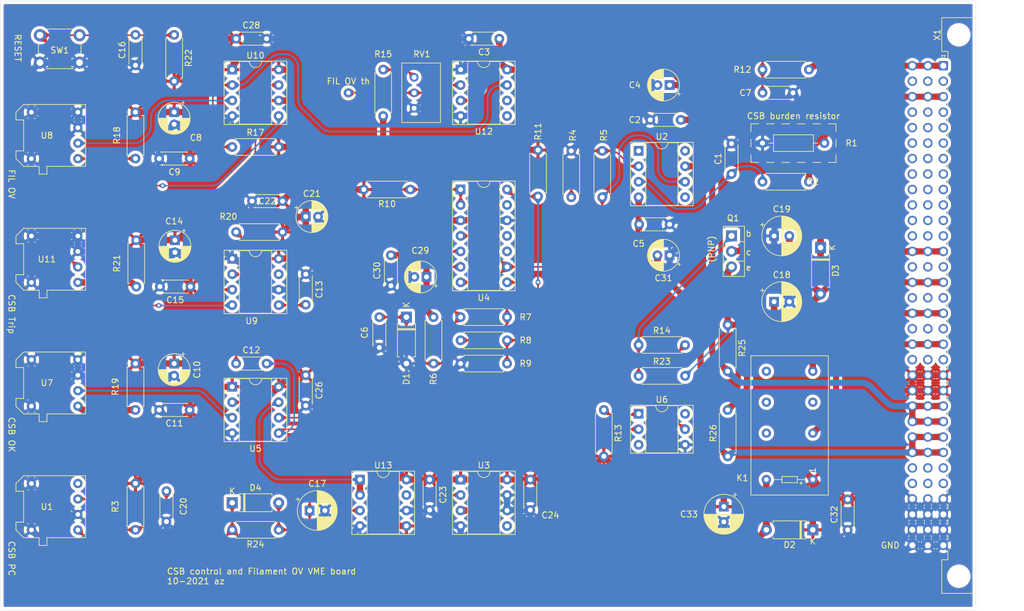
<source format=kicad_pcb>
(kicad_pcb (version 20171130) (host pcbnew "(5.1.10)-1")

  (general
    (thickness 1.6)
    (drawings 34)
    (tracks 5860)
    (zones 0)
    (modules 79)
    (nets 106)
  )

  (page A4)
  (layers
    (0 F.Cu signal)
    (31 B.Cu signal hide)
    (32 B.Adhes user)
    (33 F.Adhes user)
    (34 B.Paste user)
    (35 F.Paste user)
    (36 B.SilkS user)
    (37 F.SilkS user)
    (38 B.Mask user)
    (39 F.Mask user)
    (40 Dwgs.User user)
    (41 Cmts.User user)
    (42 Eco1.User user)
    (43 Eco2.User user)
    (44 Edge.Cuts user)
    (45 Margin user)
    (46 B.CrtYd user)
    (47 F.CrtYd user)
    (48 B.Fab user)
    (49 F.Fab user)
  )

  (setup
    (last_trace_width 0.25)
    (user_trace_width 1)
    (trace_clearance 0.2)
    (zone_clearance 0.508)
    (zone_45_only no)
    (trace_min 0.2)
    (via_size 0.8)
    (via_drill 0.4)
    (via_min_size 0.4)
    (via_min_drill 0.3)
    (uvia_size 0.3)
    (uvia_drill 0.1)
    (uvias_allowed no)
    (uvia_min_size 0.2)
    (uvia_min_drill 0.1)
    (edge_width 0.05)
    (segment_width 0.2)
    (pcb_text_width 0.3)
    (pcb_text_size 1.5 1.5)
    (mod_edge_width 0.12)
    (mod_text_size 1 1)
    (mod_text_width 0.15)
    (pad_size 1.524 1.524)
    (pad_drill 0.762)
    (pad_to_mask_clearance 0)
    (aux_axis_origin 0 0)
    (visible_elements 7FFFFFFF)
    (pcbplotparams
      (layerselection 0x010fc_ffffffff)
      (usegerberextensions false)
      (usegerberattributes true)
      (usegerberadvancedattributes true)
      (creategerberjobfile true)
      (excludeedgelayer true)
      (linewidth 0.100000)
      (plotframeref false)
      (viasonmask false)
      (mode 1)
      (useauxorigin false)
      (hpglpennumber 1)
      (hpglpenspeed 20)
      (hpglpendiameter 15.000000)
      (psnegative false)
      (psa4output false)
      (plotreference true)
      (plotvalue true)
      (plotinvisibletext false)
      (padsonsilk false)
      (subtractmaskfromsilk false)
      (outputformat 1)
      (mirror false)
      (drillshape 1)
      (scaleselection 1)
      (outputdirectory ""))
  )

  (net 0 "")
  (net 1 GND)
  (net 2 "Net-(C1-Pad1)")
  (net 3 +15V)
  (net 4 -15V)
  (net 5 "Net-(C6-Pad1)")
  (net 6 "Net-(C7-Pad1)")
  (net 7 +5V)
  (net 8 "Net-(C12-Pad2)")
  (net 9 "Net-(C12-Pad1)")
  (net 10 "Net-(C13-Pad2)")
  (net 11 /reset)
  (net 12 "Net-(C18-Pad1)")
  (net 13 /Trip_Coil_K)
  (net 14 "Net-(D2-Pad2)")
  (net 15 /Trip_Coil_A)
  (net 16 /no_pulse)
  (net 17 "Net-(K1-Pad11)")
  (net 18 /PC_dry_1)
  (net 19 "Net-(K1-Pad6)")
  (net 20 /PC_dry_2)
  (net 21 "Net-(Q1-Pad1)")
  (net 22 "/from_LEM_(M)")
  (net 23 "Net-(R4-Pad2)")
  (net 24 "Net-(R5-Pad1)")
  (net 25 "Net-(R7-Pad1)")
  (net 26 "Net-(R8-Pad1)")
  (net 27 "Net-(R10-Pad1)")
  (net 28 "Net-(R11-Pad1)")
  (net 29 /V-FIL)
  (net 30 "Net-(R13-Pad1)")
  (net 31 "Net-(R14-Pad2)")
  (net 32 "Net-(R15-Pad1)")
  (net 33 "Net-(R17-Pad1)")
  (net 34 "Net-(R18-Pad2)")
  (net 35 "Net-(R19-Pad2)")
  (net 36 "Net-(R21-Pad2)")
  (net 37 "Net-(U1-Pad4)")
  (net 38 "Net-(U2-Pad8)")
  (net 39 "Net-(U2-Pad5)")
  (net 40 "Net-(U2-Pad1)")
  (net 41 "Net-(U5-Pad3)")
  (net 42 "Net-(U6-Pad6)")
  (net 43 "Net-(U6-Pad3)")
  (net 44 "Net-(U10-Pad3)")
  (net 45 "Net-(U9-Pad7)")
  (net 46 "Net-(U10-Pad7)")
  (net 47 "Net-(U10-Pad5)")
  (net 48 "Net-(X1-Padc28)")
  (net 49 "Net-(X1-Padc27)")
  (net 50 "Net-(X1-Padc20)")
  (net 51 "Net-(X1-Padc18)")
  (net 52 "Net-(X1-Padc16)")
  (net 53 "Net-(X1-Padc14)")
  (net 54 "Net-(X1-Padc12)")
  (net 55 "Net-(X1-Padc11)")
  (net 56 "Net-(X1-Padc10)")
  (net 57 "Net-(X1-Padc9)")
  (net 58 "Net-(X1-Padc8)")
  (net 59 "Net-(X1-Padc7)")
  (net 60 "Net-(X1-Padc6)")
  (net 61 "Net-(X1-Padc5)")
  (net 62 "Net-(X1-Padc4)")
  (net 63 "Net-(X1-Padc2)")
  (net 64 "Net-(X1-Padb28)")
  (net 65 "Net-(X1-Padb27)")
  (net 66 "Net-(X1-Padb20)")
  (net 67 "Net-(X1-Padb18)")
  (net 68 "Net-(X1-Padb16)")
  (net 69 "Net-(X1-Padb14)")
  (net 70 "Net-(X1-Padb12)")
  (net 71 "Net-(X1-Padb11)")
  (net 72 "Net-(X1-Padb10)")
  (net 73 "Net-(X1-Padb9)")
  (net 74 "Net-(X1-Padb8)")
  (net 75 "Net-(X1-Padb7)")
  (net 76 "Net-(X1-Padb6)")
  (net 77 "Net-(X1-Padb5)")
  (net 78 "Net-(X1-Padb4)")
  (net 79 "Net-(X1-Padb2)")
  (net 80 "Net-(X1-Pada28)")
  (net 81 "Net-(X1-Pada27)")
  (net 82 "Net-(X1-Pada20)")
  (net 83 "Net-(X1-Pada18)")
  (net 84 "Net-(X1-Pada16)")
  (net 85 "Net-(X1-Pada14)")
  (net 86 "Net-(X1-Pada12)")
  (net 87 "Net-(X1-Pada11)")
  (net 88 "Net-(X1-Pada10)")
  (net 89 "Net-(X1-Pada9)")
  (net 90 "Net-(X1-Pada8)")
  (net 91 "Net-(X1-Pada6)")
  (net 92 "Net-(X1-Pada4)")
  (net 93 "Net-(X1-Pada2)")
  (net 94 "Net-(C20-Pad1)")
  (net 95 "Net-(X1-Pada7)")
  (net 96 "Net-(X1-Pada5)")
  (net 97 "Net-(U12-Pad6)")
  (net 98 "Net-(U12-Pad5)")
  (net 99 "Net-(U3-Pad5)")
  (net 100 "Net-(K1-Pad9)")
  (net 101 "Net-(K1-Pad13)")
  (net 102 "Net-(U13-Pad1)")
  (net 103 "Net-(C17-Pad1)")
  (net 104 "Net-(U13-Pad7)")
  (net 105 "Net-(RV1-Pad2)")

  (net_class Default "This is the default net class."
    (clearance 0.2)
    (trace_width 0.25)
    (via_dia 0.8)
    (via_drill 0.4)
    (uvia_dia 0.3)
    (uvia_drill 0.1)
    (add_net +15V)
    (add_net +5V)
    (add_net -15V)
    (add_net /PC_dry_1)
    (add_net /PC_dry_2)
    (add_net /Trip_Coil_A)
    (add_net /Trip_Coil_K)
    (add_net /V-FIL)
    (add_net "/from_LEM_(M)")
    (add_net /no_pulse)
    (add_net /reset)
    (add_net GND)
    (add_net "Net-(C1-Pad1)")
    (add_net "Net-(C12-Pad1)")
    (add_net "Net-(C12-Pad2)")
    (add_net "Net-(C13-Pad2)")
    (add_net "Net-(C17-Pad1)")
    (add_net "Net-(C18-Pad1)")
    (add_net "Net-(C20-Pad1)")
    (add_net "Net-(C6-Pad1)")
    (add_net "Net-(C7-Pad1)")
    (add_net "Net-(D2-Pad2)")
    (add_net "Net-(K1-Pad11)")
    (add_net "Net-(K1-Pad13)")
    (add_net "Net-(K1-Pad6)")
    (add_net "Net-(K1-Pad9)")
    (add_net "Net-(Q1-Pad1)")
    (add_net "Net-(R10-Pad1)")
    (add_net "Net-(R11-Pad1)")
    (add_net "Net-(R13-Pad1)")
    (add_net "Net-(R14-Pad2)")
    (add_net "Net-(R15-Pad1)")
    (add_net "Net-(R17-Pad1)")
    (add_net "Net-(R18-Pad2)")
    (add_net "Net-(R19-Pad2)")
    (add_net "Net-(R21-Pad2)")
    (add_net "Net-(R4-Pad2)")
    (add_net "Net-(R5-Pad1)")
    (add_net "Net-(R7-Pad1)")
    (add_net "Net-(R8-Pad1)")
    (add_net "Net-(RV1-Pad2)")
    (add_net "Net-(U1-Pad4)")
    (add_net "Net-(U10-Pad3)")
    (add_net "Net-(U10-Pad5)")
    (add_net "Net-(U10-Pad7)")
    (add_net "Net-(U12-Pad5)")
    (add_net "Net-(U12-Pad6)")
    (add_net "Net-(U13-Pad1)")
    (add_net "Net-(U13-Pad7)")
    (add_net "Net-(U2-Pad1)")
    (add_net "Net-(U2-Pad5)")
    (add_net "Net-(U2-Pad8)")
    (add_net "Net-(U3-Pad5)")
    (add_net "Net-(U5-Pad3)")
    (add_net "Net-(U6-Pad3)")
    (add_net "Net-(U6-Pad6)")
    (add_net "Net-(U9-Pad7)")
    (add_net "Net-(X1-Pada10)")
    (add_net "Net-(X1-Pada11)")
    (add_net "Net-(X1-Pada12)")
    (add_net "Net-(X1-Pada14)")
    (add_net "Net-(X1-Pada16)")
    (add_net "Net-(X1-Pada18)")
    (add_net "Net-(X1-Pada2)")
    (add_net "Net-(X1-Pada20)")
    (add_net "Net-(X1-Pada27)")
    (add_net "Net-(X1-Pada28)")
    (add_net "Net-(X1-Pada4)")
    (add_net "Net-(X1-Pada5)")
    (add_net "Net-(X1-Pada6)")
    (add_net "Net-(X1-Pada7)")
    (add_net "Net-(X1-Pada8)")
    (add_net "Net-(X1-Pada9)")
    (add_net "Net-(X1-Padb10)")
    (add_net "Net-(X1-Padb11)")
    (add_net "Net-(X1-Padb12)")
    (add_net "Net-(X1-Padb14)")
    (add_net "Net-(X1-Padb16)")
    (add_net "Net-(X1-Padb18)")
    (add_net "Net-(X1-Padb2)")
    (add_net "Net-(X1-Padb20)")
    (add_net "Net-(X1-Padb27)")
    (add_net "Net-(X1-Padb28)")
    (add_net "Net-(X1-Padb4)")
    (add_net "Net-(X1-Padb5)")
    (add_net "Net-(X1-Padb6)")
    (add_net "Net-(X1-Padb7)")
    (add_net "Net-(X1-Padb8)")
    (add_net "Net-(X1-Padb9)")
    (add_net "Net-(X1-Padc10)")
    (add_net "Net-(X1-Padc11)")
    (add_net "Net-(X1-Padc12)")
    (add_net "Net-(X1-Padc14)")
    (add_net "Net-(X1-Padc16)")
    (add_net "Net-(X1-Padc18)")
    (add_net "Net-(X1-Padc2)")
    (add_net "Net-(X1-Padc20)")
    (add_net "Net-(X1-Padc27)")
    (add_net "Net-(X1-Padc28)")
    (add_net "Net-(X1-Padc4)")
    (add_net "Net-(X1-Padc5)")
    (add_net "Net-(X1-Padc6)")
    (add_net "Net-(X1-Padc7)")
    (add_net "Net-(X1-Padc8)")
    (add_net "Net-(X1-Padc9)")
  )

  (module TestPoint:TestPoint_THTPad_D1.5mm_Drill0.7mm (layer F.Cu) (tedit 5A0F774F) (tstamp 615FBC8E)
    (at 106.045 54.61)
    (descr "THT pad as test Point, diameter 1.5mm, hole diameter 0.7mm")
    (tags "test point THT pad")
    (path /616E96CE)
    (attr virtual)
    (fp_text reference "FIL OV th" (at 0 -1.905) (layer F.SilkS)
      (effects (font (size 1 1) (thickness 0.15)))
    )
    (fp_text value TestPoint (at 0 1.75) (layer F.Fab)
      (effects (font (size 1 1) (thickness 0.15)))
    )
    (fp_circle (center 0 0) (end 1.25 0) (layer F.CrtYd) (width 0.05))
    (fp_circle (center 0 0) (end 0 0.95) (layer F.SilkS) (width 0.12))
    (fp_text user %R (at 0 -1.65) (layer F.Fab)
      (effects (font (size 1 1) (thickness 0.15)))
    )
    (pad 1 thru_hole circle (at 0 0) (size 1.5 1.5) (drill 0.7) (layers *.Cu *.Mask)
      (net 105 "Net-(RV1-Pad2)"))
  )

  (module Potentiometer_THT:Potentiometer_Bourns_3299W_Vertical (layer F.Cu) (tedit 5A3D4994) (tstamp 615F8813)
    (at 116.84 52.07 90)
    (descr "Potentiometer, vertical, Bourns 3299W, https://www.bourns.com/pdfs/3299.pdf")
    (tags "Potentiometer vertical Bourns 3299W")
    (path /6161CADC)
    (fp_text reference RV1 (at 3.81 1.27 180) (layer F.SilkS)
      (effects (font (size 1 1) (thickness 0.15)))
    )
    (fp_text value 10k (at -2.54 5.44 90) (layer F.Fab)
      (effects (font (size 1 1) (thickness 0.15)))
    )
    (fp_circle (center 0.955 2.92) (end 2.05 2.92) (layer F.Fab) (width 0.1))
    (fp_line (start -7.305 -1.91) (end -7.305 4.19) (layer F.Fab) (width 0.1))
    (fp_line (start -7.305 4.19) (end 2.225 4.19) (layer F.Fab) (width 0.1))
    (fp_line (start 2.225 4.19) (end 2.225 -1.91) (layer F.Fab) (width 0.1))
    (fp_line (start 2.225 -1.91) (end -7.305 -1.91) (layer F.Fab) (width 0.1))
    (fp_line (start 0.955 4.005) (end 0.956 1.836) (layer F.Fab) (width 0.1))
    (fp_line (start 0.955 4.005) (end 0.956 1.836) (layer F.Fab) (width 0.1))
    (fp_line (start -7.425 -2.03) (end 2.345 -2.03) (layer F.SilkS) (width 0.12))
    (fp_line (start -7.425 4.31) (end 2.345 4.31) (layer F.SilkS) (width 0.12))
    (fp_line (start -7.425 -2.03) (end -7.425 4.31) (layer F.SilkS) (width 0.12))
    (fp_line (start 2.345 -2.03) (end 2.345 4.31) (layer F.SilkS) (width 0.12))
    (fp_line (start -7.6 -2.2) (end -7.6 4.45) (layer F.CrtYd) (width 0.05))
    (fp_line (start -7.6 4.45) (end 2.5 4.45) (layer F.CrtYd) (width 0.05))
    (fp_line (start 2.5 4.45) (end 2.5 -2.2) (layer F.CrtYd) (width 0.05))
    (fp_line (start 2.5 -2.2) (end -7.6 -2.2) (layer F.CrtYd) (width 0.05))
    (fp_text user %R (at -3.175 1.14 90) (layer F.Fab)
      (effects (font (size 1 1) (thickness 0.15)))
    )
    (pad 3 thru_hole circle (at -5.08 0 90) (size 1.44 1.44) (drill 0.8) (layers *.Cu *.Mask)
      (net 1 GND))
    (pad 2 thru_hole circle (at -2.54 0 90) (size 1.44 1.44) (drill 0.8) (layers *.Cu *.Mask)
      (net 105 "Net-(RV1-Pad2)"))
    (pad 1 thru_hole circle (at 0 0 90) (size 1.44 1.44) (drill 0.8) (layers *.Cu *.Mask)
      (net 32 "Net-(R15-Pad1)"))
    (model ${KISYS3DMOD}/Potentiometer_THT.3dshapes/Potentiometer_Bourns_3299W_Vertical.wrl
      (at (xyz 0 0 0))
      (scale (xyz 1 1 1))
      (rotate (xyz 0 0 0))
    )
  )

  (module Package_DIP:DIP-8_W7.62mm_Socket (layer F.Cu) (tedit 5A02E8C5) (tstamp 615F7A5B)
    (at 107.95 118.11)
    (descr "8-lead though-hole mounted DIP package, row spacing 7.62 mm (300 mils), Socket")
    (tags "THT DIP DIL PDIP 2.54mm 7.62mm 300mil Socket")
    (path /616E0CC1)
    (fp_text reference U13 (at 3.81 -2.33) (layer F.SilkS)
      (effects (font (size 1 1) (thickness 0.15)))
    )
    (fp_text value MCP6002-xMC (at 3.81 9.95) (layer F.Fab)
      (effects (font (size 1 1) (thickness 0.15)))
    )
    (fp_line (start 9.15 -1.6) (end -1.55 -1.6) (layer F.CrtYd) (width 0.05))
    (fp_line (start 9.15 9.2) (end 9.15 -1.6) (layer F.CrtYd) (width 0.05))
    (fp_line (start -1.55 9.2) (end 9.15 9.2) (layer F.CrtYd) (width 0.05))
    (fp_line (start -1.55 -1.6) (end -1.55 9.2) (layer F.CrtYd) (width 0.05))
    (fp_line (start 8.95 -1.39) (end -1.33 -1.39) (layer F.SilkS) (width 0.12))
    (fp_line (start 8.95 9.01) (end 8.95 -1.39) (layer F.SilkS) (width 0.12))
    (fp_line (start -1.33 9.01) (end 8.95 9.01) (layer F.SilkS) (width 0.12))
    (fp_line (start -1.33 -1.39) (end -1.33 9.01) (layer F.SilkS) (width 0.12))
    (fp_line (start 6.46 -1.33) (end 4.81 -1.33) (layer F.SilkS) (width 0.12))
    (fp_line (start 6.46 8.95) (end 6.46 -1.33) (layer F.SilkS) (width 0.12))
    (fp_line (start 1.16 8.95) (end 6.46 8.95) (layer F.SilkS) (width 0.12))
    (fp_line (start 1.16 -1.33) (end 1.16 8.95) (layer F.SilkS) (width 0.12))
    (fp_line (start 2.81 -1.33) (end 1.16 -1.33) (layer F.SilkS) (width 0.12))
    (fp_line (start 8.89 -1.33) (end -1.27 -1.33) (layer F.Fab) (width 0.1))
    (fp_line (start 8.89 8.95) (end 8.89 -1.33) (layer F.Fab) (width 0.1))
    (fp_line (start -1.27 8.95) (end 8.89 8.95) (layer F.Fab) (width 0.1))
    (fp_line (start -1.27 -1.33) (end -1.27 8.95) (layer F.Fab) (width 0.1))
    (fp_line (start 0.635 -0.27) (end 1.635 -1.27) (layer F.Fab) (width 0.1))
    (fp_line (start 0.635 8.89) (end 0.635 -0.27) (layer F.Fab) (width 0.1))
    (fp_line (start 6.985 8.89) (end 0.635 8.89) (layer F.Fab) (width 0.1))
    (fp_line (start 6.985 -1.27) (end 6.985 8.89) (layer F.Fab) (width 0.1))
    (fp_line (start 1.635 -1.27) (end 6.985 -1.27) (layer F.Fab) (width 0.1))
    (fp_text user %R (at 3.81 3.81) (layer F.Fab)
      (effects (font (size 1 1) (thickness 0.15)))
    )
    (fp_arc (start 3.81 -1.33) (end 2.81 -1.33) (angle -180) (layer F.SilkS) (width 0.12))
    (pad 8 thru_hole oval (at 7.62 0) (size 1.6 1.6) (drill 0.8) (layers *.Cu *.Mask)
      (net 7 +5V))
    (pad 4 thru_hole oval (at 0 7.62) (size 1.6 1.6) (drill 0.8) (layers *.Cu *.Mask)
      (net 1 GND))
    (pad 7 thru_hole oval (at 7.62 2.54) (size 1.6 1.6) (drill 0.8) (layers *.Cu *.Mask)
      (net 104 "Net-(U13-Pad7)"))
    (pad 3 thru_hole oval (at 0 5.08) (size 1.6 1.6) (drill 0.8) (layers *.Cu *.Mask)
      (net 103 "Net-(C17-Pad1)"))
    (pad 6 thru_hole oval (at 7.62 5.08) (size 1.6 1.6) (drill 0.8) (layers *.Cu *.Mask)
      (net 1 GND))
    (pad 2 thru_hole oval (at 0 2.54) (size 1.6 1.6) (drill 0.8) (layers *.Cu *.Mask)
      (net 102 "Net-(U13-Pad1)"))
    (pad 5 thru_hole oval (at 7.62 7.62) (size 1.6 1.6) (drill 0.8) (layers *.Cu *.Mask)
      (net 7 +5V))
    (pad 1 thru_hole rect (at 0 0) (size 1.6 1.6) (drill 0.8) (layers *.Cu *.Mask)
      (net 102 "Net-(U13-Pad1)"))
    (model ${KISYS3DMOD}/Package_DIP.3dshapes/DIP-8_W7.62mm_Socket.wrl
      (at (xyz 0 0 0))
      (scale (xyz 1 1 1))
      (rotate (xyz 0 0 0))
    )
  )

  (module Capacitor_THT:CP_Radial_D6.3mm_P2.50mm (layer F.Cu) (tedit 5AE50EF0) (tstamp 615EB65D)
    (at 99.695 123.19)
    (descr "CP, Radial series, Radial, pin pitch=2.50mm, , diameter=6.3mm, Electrolytic Capacitor")
    (tags "CP Radial series Radial pin pitch 2.50mm  diameter 6.3mm Electrolytic Capacitor")
    (path /618642EC)
    (fp_text reference C17 (at 1.25 -4.4) (layer F.SilkS)
      (effects (font (size 1 1) (thickness 0.15)))
    )
    (fp_text value 33u (at 1.25 4.4) (layer F.Fab)
      (effects (font (size 1 1) (thickness 0.15)))
    )
    (fp_line (start -1.935241 -2.154) (end -1.935241 -1.524) (layer F.SilkS) (width 0.12))
    (fp_line (start -2.250241 -1.839) (end -1.620241 -1.839) (layer F.SilkS) (width 0.12))
    (fp_line (start 4.491 -0.402) (end 4.491 0.402) (layer F.SilkS) (width 0.12))
    (fp_line (start 4.451 -0.633) (end 4.451 0.633) (layer F.SilkS) (width 0.12))
    (fp_line (start 4.411 -0.802) (end 4.411 0.802) (layer F.SilkS) (width 0.12))
    (fp_line (start 4.371 -0.94) (end 4.371 0.94) (layer F.SilkS) (width 0.12))
    (fp_line (start 4.331 -1.059) (end 4.331 1.059) (layer F.SilkS) (width 0.12))
    (fp_line (start 4.291 -1.165) (end 4.291 1.165) (layer F.SilkS) (width 0.12))
    (fp_line (start 4.251 -1.262) (end 4.251 1.262) (layer F.SilkS) (width 0.12))
    (fp_line (start 4.211 -1.35) (end 4.211 1.35) (layer F.SilkS) (width 0.12))
    (fp_line (start 4.171 -1.432) (end 4.171 1.432) (layer F.SilkS) (width 0.12))
    (fp_line (start 4.131 -1.509) (end 4.131 1.509) (layer F.SilkS) (width 0.12))
    (fp_line (start 4.091 -1.581) (end 4.091 1.581) (layer F.SilkS) (width 0.12))
    (fp_line (start 4.051 -1.65) (end 4.051 1.65) (layer F.SilkS) (width 0.12))
    (fp_line (start 4.011 -1.714) (end 4.011 1.714) (layer F.SilkS) (width 0.12))
    (fp_line (start 3.971 -1.776) (end 3.971 1.776) (layer F.SilkS) (width 0.12))
    (fp_line (start 3.931 -1.834) (end 3.931 1.834) (layer F.SilkS) (width 0.12))
    (fp_line (start 3.891 -1.89) (end 3.891 1.89) (layer F.SilkS) (width 0.12))
    (fp_line (start 3.851 -1.944) (end 3.851 1.944) (layer F.SilkS) (width 0.12))
    (fp_line (start 3.811 -1.995) (end 3.811 1.995) (layer F.SilkS) (width 0.12))
    (fp_line (start 3.771 -2.044) (end 3.771 2.044) (layer F.SilkS) (width 0.12))
    (fp_line (start 3.731 -2.092) (end 3.731 2.092) (layer F.SilkS) (width 0.12))
    (fp_line (start 3.691 -2.137) (end 3.691 2.137) (layer F.SilkS) (width 0.12))
    (fp_line (start 3.651 -2.182) (end 3.651 2.182) (layer F.SilkS) (width 0.12))
    (fp_line (start 3.611 -2.224) (end 3.611 2.224) (layer F.SilkS) (width 0.12))
    (fp_line (start 3.571 -2.265) (end 3.571 2.265) (layer F.SilkS) (width 0.12))
    (fp_line (start 3.531 1.04) (end 3.531 2.305) (layer F.SilkS) (width 0.12))
    (fp_line (start 3.531 -2.305) (end 3.531 -1.04) (layer F.SilkS) (width 0.12))
    (fp_line (start 3.491 1.04) (end 3.491 2.343) (layer F.SilkS) (width 0.12))
    (fp_line (start 3.491 -2.343) (end 3.491 -1.04) (layer F.SilkS) (width 0.12))
    (fp_line (start 3.451 1.04) (end 3.451 2.38) (layer F.SilkS) (width 0.12))
    (fp_line (start 3.451 -2.38) (end 3.451 -1.04) (layer F.SilkS) (width 0.12))
    (fp_line (start 3.411 1.04) (end 3.411 2.416) (layer F.SilkS) (width 0.12))
    (fp_line (start 3.411 -2.416) (end 3.411 -1.04) (layer F.SilkS) (width 0.12))
    (fp_line (start 3.371 1.04) (end 3.371 2.45) (layer F.SilkS) (width 0.12))
    (fp_line (start 3.371 -2.45) (end 3.371 -1.04) (layer F.SilkS) (width 0.12))
    (fp_line (start 3.331 1.04) (end 3.331 2.484) (layer F.SilkS) (width 0.12))
    (fp_line (start 3.331 -2.484) (end 3.331 -1.04) (layer F.SilkS) (width 0.12))
    (fp_line (start 3.291 1.04) (end 3.291 2.516) (layer F.SilkS) (width 0.12))
    (fp_line (start 3.291 -2.516) (end 3.291 -1.04) (layer F.SilkS) (width 0.12))
    (fp_line (start 3.251 1.04) (end 3.251 2.548) (layer F.SilkS) (width 0.12))
    (fp_line (start 3.251 -2.548) (end 3.251 -1.04) (layer F.SilkS) (width 0.12))
    (fp_line (start 3.211 1.04) (end 3.211 2.578) (layer F.SilkS) (width 0.12))
    (fp_line (start 3.211 -2.578) (end 3.211 -1.04) (layer F.SilkS) (width 0.12))
    (fp_line (start 3.171 1.04) (end 3.171 2.607) (layer F.SilkS) (width 0.12))
    (fp_line (start 3.171 -2.607) (end 3.171 -1.04) (layer F.SilkS) (width 0.12))
    (fp_line (start 3.131 1.04) (end 3.131 2.636) (layer F.SilkS) (width 0.12))
    (fp_line (start 3.131 -2.636) (end 3.131 -1.04) (layer F.SilkS) (width 0.12))
    (fp_line (start 3.091 1.04) (end 3.091 2.664) (layer F.SilkS) (width 0.12))
    (fp_line (start 3.091 -2.664) (end 3.091 -1.04) (layer F.SilkS) (width 0.12))
    (fp_line (start 3.051 1.04) (end 3.051 2.69) (layer F.SilkS) (width 0.12))
    (fp_line (start 3.051 -2.69) (end 3.051 -1.04) (layer F.SilkS) (width 0.12))
    (fp_line (start 3.011 1.04) (end 3.011 2.716) (layer F.SilkS) (width 0.12))
    (fp_line (start 3.011 -2.716) (end 3.011 -1.04) (layer F.SilkS) (width 0.12))
    (fp_line (start 2.971 1.04) (end 2.971 2.742) (layer F.SilkS) (width 0.12))
    (fp_line (start 2.971 -2.742) (end 2.971 -1.04) (layer F.SilkS) (width 0.12))
    (fp_line (start 2.931 1.04) (end 2.931 2.766) (layer F.SilkS) (width 0.12))
    (fp_line (start 2.931 -2.766) (end 2.931 -1.04) (layer F.SilkS) (width 0.12))
    (fp_line (start 2.891 1.04) (end 2.891 2.79) (layer F.SilkS) (width 0.12))
    (fp_line (start 2.891 -2.79) (end 2.891 -1.04) (layer F.SilkS) (width 0.12))
    (fp_line (start 2.851 1.04) (end 2.851 2.812) (layer F.SilkS) (width 0.12))
    (fp_line (start 2.851 -2.812) (end 2.851 -1.04) (layer F.SilkS) (width 0.12))
    (fp_line (start 2.811 1.04) (end 2.811 2.834) (layer F.SilkS) (width 0.12))
    (fp_line (start 2.811 -2.834) (end 2.811 -1.04) (layer F.SilkS) (width 0.12))
    (fp_line (start 2.771 1.04) (end 2.771 2.856) (layer F.SilkS) (width 0.12))
    (fp_line (start 2.771 -2.856) (end 2.771 -1.04) (layer F.SilkS) (width 0.12))
    (fp_line (start 2.731 1.04) (end 2.731 2.876) (layer F.SilkS) (width 0.12))
    (fp_line (start 2.731 -2.876) (end 2.731 -1.04) (layer F.SilkS) (width 0.12))
    (fp_line (start 2.691 1.04) (end 2.691 2.896) (layer F.SilkS) (width 0.12))
    (fp_line (start 2.691 -2.896) (end 2.691 -1.04) (layer F.SilkS) (width 0.12))
    (fp_line (start 2.651 1.04) (end 2.651 2.916) (layer F.SilkS) (width 0.12))
    (fp_line (start 2.651 -2.916) (end 2.651 -1.04) (layer F.SilkS) (width 0.12))
    (fp_line (start 2.611 1.04) (end 2.611 2.934) (layer F.SilkS) (width 0.12))
    (fp_line (start 2.611 -2.934) (end 2.611 -1.04) (layer F.SilkS) (width 0.12))
    (fp_line (start 2.571 1.04) (end 2.571 2.952) (layer F.SilkS) (width 0.12))
    (fp_line (start 2.571 -2.952) (end 2.571 -1.04) (layer F.SilkS) (width 0.12))
    (fp_line (start 2.531 1.04) (end 2.531 2.97) (layer F.SilkS) (width 0.12))
    (fp_line (start 2.531 -2.97) (end 2.531 -1.04) (layer F.SilkS) (width 0.12))
    (fp_line (start 2.491 1.04) (end 2.491 2.986) (layer F.SilkS) (width 0.12))
    (fp_line (start 2.491 -2.986) (end 2.491 -1.04) (layer F.SilkS) (width 0.12))
    (fp_line (start 2.451 1.04) (end 2.451 3.002) (layer F.SilkS) (width 0.12))
    (fp_line (start 2.451 -3.002) (end 2.451 -1.04) (layer F.SilkS) (width 0.12))
    (fp_line (start 2.411 1.04) (end 2.411 3.018) (layer F.SilkS) (width 0.12))
    (fp_line (start 2.411 -3.018) (end 2.411 -1.04) (layer F.SilkS) (width 0.12))
    (fp_line (start 2.371 1.04) (end 2.371 3.033) (layer F.SilkS) (width 0.12))
    (fp_line (start 2.371 -3.033) (end 2.371 -1.04) (layer F.SilkS) (width 0.12))
    (fp_line (start 2.331 1.04) (end 2.331 3.047) (layer F.SilkS) (width 0.12))
    (fp_line (start 2.331 -3.047) (end 2.331 -1.04) (layer F.SilkS) (width 0.12))
    (fp_line (start 2.291 1.04) (end 2.291 3.061) (layer F.SilkS) (width 0.12))
    (fp_line (start 2.291 -3.061) (end 2.291 -1.04) (layer F.SilkS) (width 0.12))
    (fp_line (start 2.251 1.04) (end 2.251 3.074) (layer F.SilkS) (width 0.12))
    (fp_line (start 2.251 -3.074) (end 2.251 -1.04) (layer F.SilkS) (width 0.12))
    (fp_line (start 2.211 1.04) (end 2.211 3.086) (layer F.SilkS) (width 0.12))
    (fp_line (start 2.211 -3.086) (end 2.211 -1.04) (layer F.SilkS) (width 0.12))
    (fp_line (start 2.171 1.04) (end 2.171 3.098) (layer F.SilkS) (width 0.12))
    (fp_line (start 2.171 -3.098) (end 2.171 -1.04) (layer F.SilkS) (width 0.12))
    (fp_line (start 2.131 1.04) (end 2.131 3.11) (layer F.SilkS) (width 0.12))
    (fp_line (start 2.131 -3.11) (end 2.131 -1.04) (layer F.SilkS) (width 0.12))
    (fp_line (start 2.091 1.04) (end 2.091 3.121) (layer F.SilkS) (width 0.12))
    (fp_line (start 2.091 -3.121) (end 2.091 -1.04) (layer F.SilkS) (width 0.12))
    (fp_line (start 2.051 1.04) (end 2.051 3.131) (layer F.SilkS) (width 0.12))
    (fp_line (start 2.051 -3.131) (end 2.051 -1.04) (layer F.SilkS) (width 0.12))
    (fp_line (start 2.011 1.04) (end 2.011 3.141) (layer F.SilkS) (width 0.12))
    (fp_line (start 2.011 -3.141) (end 2.011 -1.04) (layer F.SilkS) (width 0.12))
    (fp_line (start 1.971 1.04) (end 1.971 3.15) (layer F.SilkS) (width 0.12))
    (fp_line (start 1.971 -3.15) (end 1.971 -1.04) (layer F.SilkS) (width 0.12))
    (fp_line (start 1.93 1.04) (end 1.93 3.159) (layer F.SilkS) (width 0.12))
    (fp_line (start 1.93 -3.159) (end 1.93 -1.04) (layer F.SilkS) (width 0.12))
    (fp_line (start 1.89 1.04) (end 1.89 3.167) (layer F.SilkS) (width 0.12))
    (fp_line (start 1.89 -3.167) (end 1.89 -1.04) (layer F.SilkS) (width 0.12))
    (fp_line (start 1.85 1.04) (end 1.85 3.175) (layer F.SilkS) (width 0.12))
    (fp_line (start 1.85 -3.175) (end 1.85 -1.04) (layer F.SilkS) (width 0.12))
    (fp_line (start 1.81 1.04) (end 1.81 3.182) (layer F.SilkS) (width 0.12))
    (fp_line (start 1.81 -3.182) (end 1.81 -1.04) (layer F.SilkS) (width 0.12))
    (fp_line (start 1.77 1.04) (end 1.77 3.189) (layer F.SilkS) (width 0.12))
    (fp_line (start 1.77 -3.189) (end 1.77 -1.04) (layer F.SilkS) (width 0.12))
    (fp_line (start 1.73 1.04) (end 1.73 3.195) (layer F.SilkS) (width 0.12))
    (fp_line (start 1.73 -3.195) (end 1.73 -1.04) (layer F.SilkS) (width 0.12))
    (fp_line (start 1.69 1.04) (end 1.69 3.201) (layer F.SilkS) (width 0.12))
    (fp_line (start 1.69 -3.201) (end 1.69 -1.04) (layer F.SilkS) (width 0.12))
    (fp_line (start 1.65 1.04) (end 1.65 3.206) (layer F.SilkS) (width 0.12))
    (fp_line (start 1.65 -3.206) (end 1.65 -1.04) (layer F.SilkS) (width 0.12))
    (fp_line (start 1.61 1.04) (end 1.61 3.211) (layer F.SilkS) (width 0.12))
    (fp_line (start 1.61 -3.211) (end 1.61 -1.04) (layer F.SilkS) (width 0.12))
    (fp_line (start 1.57 1.04) (end 1.57 3.215) (layer F.SilkS) (width 0.12))
    (fp_line (start 1.57 -3.215) (end 1.57 -1.04) (layer F.SilkS) (width 0.12))
    (fp_line (start 1.53 1.04) (end 1.53 3.218) (layer F.SilkS) (width 0.12))
    (fp_line (start 1.53 -3.218) (end 1.53 -1.04) (layer F.SilkS) (width 0.12))
    (fp_line (start 1.49 1.04) (end 1.49 3.222) (layer F.SilkS) (width 0.12))
    (fp_line (start 1.49 -3.222) (end 1.49 -1.04) (layer F.SilkS) (width 0.12))
    (fp_line (start 1.45 -3.224) (end 1.45 3.224) (layer F.SilkS) (width 0.12))
    (fp_line (start 1.41 -3.227) (end 1.41 3.227) (layer F.SilkS) (width 0.12))
    (fp_line (start 1.37 -3.228) (end 1.37 3.228) (layer F.SilkS) (width 0.12))
    (fp_line (start 1.33 -3.23) (end 1.33 3.23) (layer F.SilkS) (width 0.12))
    (fp_line (start 1.29 -3.23) (end 1.29 3.23) (layer F.SilkS) (width 0.12))
    (fp_line (start 1.25 -3.23) (end 1.25 3.23) (layer F.SilkS) (width 0.12))
    (fp_line (start -1.128972 -1.6885) (end -1.128972 -1.0585) (layer F.Fab) (width 0.1))
    (fp_line (start -1.443972 -1.3735) (end -0.813972 -1.3735) (layer F.Fab) (width 0.1))
    (fp_circle (center 1.25 0) (end 4.65 0) (layer F.CrtYd) (width 0.05))
    (fp_circle (center 1.25 0) (end 4.52 0) (layer F.SilkS) (width 0.12))
    (fp_circle (center 1.25 0) (end 4.4 0) (layer F.Fab) (width 0.1))
    (fp_text user %R (at 1.25 0) (layer F.Fab)
      (effects (font (size 1 1) (thickness 0.15)))
    )
    (pad 2 thru_hole circle (at 2.5 0) (size 1.6 1.6) (drill 0.8) (layers *.Cu *.Mask)
      (net 1 GND))
    (pad 1 thru_hole rect (at 0 0) (size 1.6 1.6) (drill 0.8) (layers *.Cu *.Mask)
      (net 103 "Net-(C17-Pad1)"))
    (model ${KISYS3DMOD}/Capacitor_THT.3dshapes/CP_Radial_D6.3mm_P2.50mm.wrl
      (at (xyz 0 0 0))
      (scale (xyz 1 1 1))
      (rotate (xyz 0 0 0))
    )
  )

  (module Capacitor_THT:C_Disc_D4.3mm_W1.9mm_P5.00mm (layer F.Cu) (tedit 5AE50EF0) (tstamp 615E9618)
    (at 119.38 118.11 270)
    (descr "C, Disc series, Radial, pin pitch=5.00mm, , diameter*width=4.3*1.9mm^2, Capacitor, http://www.vishay.com/docs/45233/krseries.pdf")
    (tags "C Disc series Radial pin pitch 5.00mm  diameter 4.3mm width 1.9mm Capacitor")
    (path /6179A8E4)
    (fp_text reference C23 (at 2.5 -2.2 90) (layer F.SilkS)
      (effects (font (size 1 1) (thickness 0.15)))
    )
    (fp_text value 0.1u (at 2.5 2.2 90) (layer F.Fab)
      (effects (font (size 1 1) (thickness 0.15)))
    )
    (fp_line (start 6.05 -1.2) (end -1.05 -1.2) (layer F.CrtYd) (width 0.05))
    (fp_line (start 6.05 1.2) (end 6.05 -1.2) (layer F.CrtYd) (width 0.05))
    (fp_line (start -1.05 1.2) (end 6.05 1.2) (layer F.CrtYd) (width 0.05))
    (fp_line (start -1.05 -1.2) (end -1.05 1.2) (layer F.CrtYd) (width 0.05))
    (fp_line (start 4.77 1.055) (end 4.77 1.07) (layer F.SilkS) (width 0.12))
    (fp_line (start 4.77 -1.07) (end 4.77 -1.055) (layer F.SilkS) (width 0.12))
    (fp_line (start 0.23 1.055) (end 0.23 1.07) (layer F.SilkS) (width 0.12))
    (fp_line (start 0.23 -1.07) (end 0.23 -1.055) (layer F.SilkS) (width 0.12))
    (fp_line (start 0.23 1.07) (end 4.77 1.07) (layer F.SilkS) (width 0.12))
    (fp_line (start 0.23 -1.07) (end 4.77 -1.07) (layer F.SilkS) (width 0.12))
    (fp_line (start 4.65 -0.95) (end 0.35 -0.95) (layer F.Fab) (width 0.1))
    (fp_line (start 4.65 0.95) (end 4.65 -0.95) (layer F.Fab) (width 0.1))
    (fp_line (start 0.35 0.95) (end 4.65 0.95) (layer F.Fab) (width 0.1))
    (fp_line (start 0.35 -0.95) (end 0.35 0.95) (layer F.Fab) (width 0.1))
    (fp_text user %R (at 2.5 0 90) (layer F.Fab)
      (effects (font (size 0.86 0.86) (thickness 0.129)))
    )
    (pad 2 thru_hole circle (at 5 0 270) (size 1.6 1.6) (drill 0.8) (layers *.Cu *.Mask)
      (net 1 GND))
    (pad 1 thru_hole circle (at 0 0 270) (size 1.6 1.6) (drill 0.8) (layers *.Cu *.Mask)
      (net 7 +5V))
    (model ${KISYS3DMOD}/Capacitor_THT.3dshapes/C_Disc_D4.3mm_W1.9mm_P5.00mm.wrl
      (at (xyz 0 0 0))
      (scale (xyz 1 1 1))
      (rotate (xyz 0 0 0))
    )
  )

  (module my_library:DS2Y (layer F.Cu) (tedit 615DC96D) (tstamp 615E533A)
    (at 187.325 107.95 270)
    (path /612F567B)
    (fp_text reference K1 (at 9.906 16.637 180) (layer F.SilkS)
      (effects (font (size 1 1) (thickness 0.15)))
    )
    (fp_text value DS2Y-S-DC5V (at 0 1.27 90) (layer F.Fab)
      (effects (font (size 1 1) (thickness 0.15)))
    )
    (fp_line (start 10.16 11.43) (end 10.16 10.16) (layer F.SilkS) (width 0.12))
    (fp_line (start 10.16 6.35) (end 10.16 7.62) (layer F.SilkS) (width 0.12))
    (fp_line (start 10.668 7.62) (end 9.652 7.62) (layer F.SilkS) (width 0.12))
    (fp_line (start 10.668 10.16) (end 10.668 7.62) (layer F.SilkS) (width 0.12))
    (fp_line (start 9.652 10.16) (end 10.668 10.16) (layer F.SilkS) (width 0.12))
    (fp_line (start 9.652 7.62) (end 9.652 10.16) (layer F.SilkS) (width 0.12))
    (fp_line (start 12.7 2.54) (end -10.16 2.54) (layer F.SilkS) (width 0.12))
    (fp_line (start 12.7 15.24) (end 12.7 2.54) (layer F.SilkS) (width 0.12))
    (fp_line (start -10.16 15.24) (end 12.7 15.24) (layer F.SilkS) (width 0.12))
    (fp_line (start -10.16 2.54) (end -10.16 15.24) (layer F.SilkS) (width 0.12))
    (fp_line (start 10.5 7) (end 11 7) (layer F.SilkS) (width 0.12))
    (fp_line (start 10.75 6.75) (end 10.75 7.25) (layer F.SilkS) (width 0.12))
    (fp_text user 1 (at 8.65 5.1 90) (layer F.SilkS)
      (effects (font (size 1 1) (thickness 0.15)))
    )
    (pad 1 thru_hole circle (at 10.16 5.08 270) (size 1.524 1.524) (drill 0.762) (layers *.Cu *.Mask)
      (net 7 +5V))
    (pad 4 thru_hole circle (at 2.54 5.08 270) (size 1.524 1.524) (drill 0.762) (layers *.Cu *.Mask)
      (net 20 /PC_dry_2))
    (pad 6 thru_hole circle (at -2.54 5.08 270) (size 1.524 1.524) (drill 0.762) (layers *.Cu *.Mask)
      (net 19 "Net-(K1-Pad6)"))
    (pad 8 thru_hole circle (at -7.62 5.08 270) (size 1.524 1.524) (drill 0.762) (layers *.Cu *.Mask)
      (net 18 /PC_dry_1))
    (pad 9 thru_hole circle (at -7.62 12.7 270) (size 1.524 1.524) (drill 0.762) (layers *.Cu *.Mask)
      (net 100 "Net-(K1-Pad9)"))
    (pad 11 thru_hole circle (at -2.54 12.7 270) (size 1.524 1.524) (drill 0.762) (layers *.Cu *.Mask)
      (net 17 "Net-(K1-Pad11)"))
    (pad 13 thru_hole circle (at 2.54 12.7 270) (size 1.524 1.524) (drill 0.762) (layers *.Cu *.Mask)
      (net 101 "Net-(K1-Pad13)"))
    (pad 16 thru_hole circle (at 10.16 12.7 270) (size 1.524 1.524) (drill 0.762) (layers *.Cu *.Mask)
      (net 14 "Net-(D2-Pad2)"))
  )

  (module Capacitor_THT:CP_Radial_D6.3mm_P2.50mm (layer F.Cu) (tedit 5AE50EF0) (tstamp 612F5F81)
    (at 167.64 122.555 270)
    (descr "CP, Radial series, Radial, pin pitch=2.50mm, , diameter=6.3mm, Electrolytic Capacitor")
    (tags "CP Radial series Radial pin pitch 2.50mm  diameter 6.3mm Electrolytic Capacitor")
    (path /6143E614)
    (fp_text reference C33 (at 1.25 5.715 180) (layer F.SilkS)
      (effects (font (size 1 1) (thickness 0.15)))
    )
    (fp_text value 100u (at 1.25 4.4 90) (layer F.Fab)
      (effects (font (size 1 1) (thickness 0.15)))
    )
    (fp_circle (center 1.25 0) (end 4.4 0) (layer F.Fab) (width 0.1))
    (fp_circle (center 1.25 0) (end 4.52 0) (layer F.SilkS) (width 0.12))
    (fp_circle (center 1.25 0) (end 4.65 0) (layer F.CrtYd) (width 0.05))
    (fp_line (start -1.443972 -1.3735) (end -0.813972 -1.3735) (layer F.Fab) (width 0.1))
    (fp_line (start -1.128972 -1.6885) (end -1.128972 -1.0585) (layer F.Fab) (width 0.1))
    (fp_line (start 1.25 -3.23) (end 1.25 3.23) (layer F.SilkS) (width 0.12))
    (fp_line (start 1.29 -3.23) (end 1.29 3.23) (layer F.SilkS) (width 0.12))
    (fp_line (start 1.33 -3.23) (end 1.33 3.23) (layer F.SilkS) (width 0.12))
    (fp_line (start 1.37 -3.228) (end 1.37 3.228) (layer F.SilkS) (width 0.12))
    (fp_line (start 1.41 -3.227) (end 1.41 3.227) (layer F.SilkS) (width 0.12))
    (fp_line (start 1.45 -3.224) (end 1.45 3.224) (layer F.SilkS) (width 0.12))
    (fp_line (start 1.49 -3.222) (end 1.49 -1.04) (layer F.SilkS) (width 0.12))
    (fp_line (start 1.49 1.04) (end 1.49 3.222) (layer F.SilkS) (width 0.12))
    (fp_line (start 1.53 -3.218) (end 1.53 -1.04) (layer F.SilkS) (width 0.12))
    (fp_line (start 1.53 1.04) (end 1.53 3.218) (layer F.SilkS) (width 0.12))
    (fp_line (start 1.57 -3.215) (end 1.57 -1.04) (layer F.SilkS) (width 0.12))
    (fp_line (start 1.57 1.04) (end 1.57 3.215) (layer F.SilkS) (width 0.12))
    (fp_line (start 1.61 -3.211) (end 1.61 -1.04) (layer F.SilkS) (width 0.12))
    (fp_line (start 1.61 1.04) (end 1.61 3.211) (layer F.SilkS) (width 0.12))
    (fp_line (start 1.65 -3.206) (end 1.65 -1.04) (layer F.SilkS) (width 0.12))
    (fp_line (start 1.65 1.04) (end 1.65 3.206) (layer F.SilkS) (width 0.12))
    (fp_line (start 1.69 -3.201) (end 1.69 -1.04) (layer F.SilkS) (width 0.12))
    (fp_line (start 1.69 1.04) (end 1.69 3.201) (layer F.SilkS) (width 0.12))
    (fp_line (start 1.73 -3.195) (end 1.73 -1.04) (layer F.SilkS) (width 0.12))
    (fp_line (start 1.73 1.04) (end 1.73 3.195) (layer F.SilkS) (width 0.12))
    (fp_line (start 1.77 -3.189) (end 1.77 -1.04) (layer F.SilkS) (width 0.12))
    (fp_line (start 1.77 1.04) (end 1.77 3.189) (layer F.SilkS) (width 0.12))
    (fp_line (start 1.81 -3.182) (end 1.81 -1.04) (layer F.SilkS) (width 0.12))
    (fp_line (start 1.81 1.04) (end 1.81 3.182) (layer F.SilkS) (width 0.12))
    (fp_line (start 1.85 -3.175) (end 1.85 -1.04) (layer F.SilkS) (width 0.12))
    (fp_line (start 1.85 1.04) (end 1.85 3.175) (layer F.SilkS) (width 0.12))
    (fp_line (start 1.89 -3.167) (end 1.89 -1.04) (layer F.SilkS) (width 0.12))
    (fp_line (start 1.89 1.04) (end 1.89 3.167) (layer F.SilkS) (width 0.12))
    (fp_line (start 1.93 -3.159) (end 1.93 -1.04) (layer F.SilkS) (width 0.12))
    (fp_line (start 1.93 1.04) (end 1.93 3.159) (layer F.SilkS) (width 0.12))
    (fp_line (start 1.971 -3.15) (end 1.971 -1.04) (layer F.SilkS) (width 0.12))
    (fp_line (start 1.971 1.04) (end 1.971 3.15) (layer F.SilkS) (width 0.12))
    (fp_line (start 2.011 -3.141) (end 2.011 -1.04) (layer F.SilkS) (width 0.12))
    (fp_line (start 2.011 1.04) (end 2.011 3.141) (layer F.SilkS) (width 0.12))
    (fp_line (start 2.051 -3.131) (end 2.051 -1.04) (layer F.SilkS) (width 0.12))
    (fp_line (start 2.051 1.04) (end 2.051 3.131) (layer F.SilkS) (width 0.12))
    (fp_line (start 2.091 -3.121) (end 2.091 -1.04) (layer F.SilkS) (width 0.12))
    (fp_line (start 2.091 1.04) (end 2.091 3.121) (layer F.SilkS) (width 0.12))
    (fp_line (start 2.131 -3.11) (end 2.131 -1.04) (layer F.SilkS) (width 0.12))
    (fp_line (start 2.131 1.04) (end 2.131 3.11) (layer F.SilkS) (width 0.12))
    (fp_line (start 2.171 -3.098) (end 2.171 -1.04) (layer F.SilkS) (width 0.12))
    (fp_line (start 2.171 1.04) (end 2.171 3.098) (layer F.SilkS) (width 0.12))
    (fp_line (start 2.211 -3.086) (end 2.211 -1.04) (layer F.SilkS) (width 0.12))
    (fp_line (start 2.211 1.04) (end 2.211 3.086) (layer F.SilkS) (width 0.12))
    (fp_line (start 2.251 -3.074) (end 2.251 -1.04) (layer F.SilkS) (width 0.12))
    (fp_line (start 2.251 1.04) (end 2.251 3.074) (layer F.SilkS) (width 0.12))
    (fp_line (start 2.291 -3.061) (end 2.291 -1.04) (layer F.SilkS) (width 0.12))
    (fp_line (start 2.291 1.04) (end 2.291 3.061) (layer F.SilkS) (width 0.12))
    (fp_line (start 2.331 -3.047) (end 2.331 -1.04) (layer F.SilkS) (width 0.12))
    (fp_line (start 2.331 1.04) (end 2.331 3.047) (layer F.SilkS) (width 0.12))
    (fp_line (start 2.371 -3.033) (end 2.371 -1.04) (layer F.SilkS) (width 0.12))
    (fp_line (start 2.371 1.04) (end 2.371 3.033) (layer F.SilkS) (width 0.12))
    (fp_line (start 2.411 -3.018) (end 2.411 -1.04) (layer F.SilkS) (width 0.12))
    (fp_line (start 2.411 1.04) (end 2.411 3.018) (layer F.SilkS) (width 0.12))
    (fp_line (start 2.451 -3.002) (end 2.451 -1.04) (layer F.SilkS) (width 0.12))
    (fp_line (start 2.451 1.04) (end 2.451 3.002) (layer F.SilkS) (width 0.12))
    (fp_line (start 2.491 -2.986) (end 2.491 -1.04) (layer F.SilkS) (width 0.12))
    (fp_line (start 2.491 1.04) (end 2.491 2.986) (layer F.SilkS) (width 0.12))
    (fp_line (start 2.531 -2.97) (end 2.531 -1.04) (layer F.SilkS) (width 0.12))
    (fp_line (start 2.531 1.04) (end 2.531 2.97) (layer F.SilkS) (width 0.12))
    (fp_line (start 2.571 -2.952) (end 2.571 -1.04) (layer F.SilkS) (width 0.12))
    (fp_line (start 2.571 1.04) (end 2.571 2.952) (layer F.SilkS) (width 0.12))
    (fp_line (start 2.611 -2.934) (end 2.611 -1.04) (layer F.SilkS) (width 0.12))
    (fp_line (start 2.611 1.04) (end 2.611 2.934) (layer F.SilkS) (width 0.12))
    (fp_line (start 2.651 -2.916) (end 2.651 -1.04) (layer F.SilkS) (width 0.12))
    (fp_line (start 2.651 1.04) (end 2.651 2.916) (layer F.SilkS) (width 0.12))
    (fp_line (start 2.691 -2.896) (end 2.691 -1.04) (layer F.SilkS) (width 0.12))
    (fp_line (start 2.691 1.04) (end 2.691 2.896) (layer F.SilkS) (width 0.12))
    (fp_line (start 2.731 -2.876) (end 2.731 -1.04) (layer F.SilkS) (width 0.12))
    (fp_line (start 2.731 1.04) (end 2.731 2.876) (layer F.SilkS) (width 0.12))
    (fp_line (start 2.771 -2.856) (end 2.771 -1.04) (layer F.SilkS) (width 0.12))
    (fp_line (start 2.771 1.04) (end 2.771 2.856) (layer F.SilkS) (width 0.12))
    (fp_line (start 2.811 -2.834) (end 2.811 -1.04) (layer F.SilkS) (width 0.12))
    (fp_line (start 2.811 1.04) (end 2.811 2.834) (layer F.SilkS) (width 0.12))
    (fp_line (start 2.851 -2.812) (end 2.851 -1.04) (layer F.SilkS) (width 0.12))
    (fp_line (start 2.851 1.04) (end 2.851 2.812) (layer F.SilkS) (width 0.12))
    (fp_line (start 2.891 -2.79) (end 2.891 -1.04) (layer F.SilkS) (width 0.12))
    (fp_line (start 2.891 1.04) (end 2.891 2.79) (layer F.SilkS) (width 0.12))
    (fp_line (start 2.931 -2.766) (end 2.931 -1.04) (layer F.SilkS) (width 0.12))
    (fp_line (start 2.931 1.04) (end 2.931 2.766) (layer F.SilkS) (width 0.12))
    (fp_line (start 2.971 -2.742) (end 2.971 -1.04) (layer F.SilkS) (width 0.12))
    (fp_line (start 2.971 1.04) (end 2.971 2.742) (layer F.SilkS) (width 0.12))
    (fp_line (start 3.011 -2.716) (end 3.011 -1.04) (layer F.SilkS) (width 0.12))
    (fp_line (start 3.011 1.04) (end 3.011 2.716) (layer F.SilkS) (width 0.12))
    (fp_line (start 3.051 -2.69) (end 3.051 -1.04) (layer F.SilkS) (width 0.12))
    (fp_line (start 3.051 1.04) (end 3.051 2.69) (layer F.SilkS) (width 0.12))
    (fp_line (start 3.091 -2.664) (end 3.091 -1.04) (layer F.SilkS) (width 0.12))
    (fp_line (start 3.091 1.04) (end 3.091 2.664) (layer F.SilkS) (width 0.12))
    (fp_line (start 3.131 -2.636) (end 3.131 -1.04) (layer F.SilkS) (width 0.12))
    (fp_line (start 3.131 1.04) (end 3.131 2.636) (layer F.SilkS) (width 0.12))
    (fp_line (start 3.171 -2.607) (end 3.171 -1.04) (layer F.SilkS) (width 0.12))
    (fp_line (start 3.171 1.04) (end 3.171 2.607) (layer F.SilkS) (width 0.12))
    (fp_line (start 3.211 -2.578) (end 3.211 -1.04) (layer F.SilkS) (width 0.12))
    (fp_line (start 3.211 1.04) (end 3.211 2.578) (layer F.SilkS) (width 0.12))
    (fp_line (start 3.251 -2.548) (end 3.251 -1.04) (layer F.SilkS) (width 0.12))
    (fp_line (start 3.251 1.04) (end 3.251 2.548) (layer F.SilkS) (width 0.12))
    (fp_line (start 3.291 -2.516) (end 3.291 -1.04) (layer F.SilkS) (width 0.12))
    (fp_line (start 3.291 1.04) (end 3.291 2.516) (layer F.SilkS) (width 0.12))
    (fp_line (start 3.331 -2.484) (end 3.331 -1.04) (layer F.SilkS) (width 0.12))
    (fp_line (start 3.331 1.04) (end 3.331 2.484) (layer F.SilkS) (width 0.12))
    (fp_line (start 3.371 -2.45) (end 3.371 -1.04) (layer F.SilkS) (width 0.12))
    (fp_line (start 3.371 1.04) (end 3.371 2.45) (layer F.SilkS) (width 0.12))
    (fp_line (start 3.411 -2.416) (end 3.411 -1.04) (layer F.SilkS) (width 0.12))
    (fp_line (start 3.411 1.04) (end 3.411 2.416) (layer F.SilkS) (width 0.12))
    (fp_line (start 3.451 -2.38) (end 3.451 -1.04) (layer F.SilkS) (width 0.12))
    (fp_line (start 3.451 1.04) (end 3.451 2.38) (layer F.SilkS) (width 0.12))
    (fp_line (start 3.491 -2.343) (end 3.491 -1.04) (layer F.SilkS) (width 0.12))
    (fp_line (start 3.491 1.04) (end 3.491 2.343) (layer F.SilkS) (width 0.12))
    (fp_line (start 3.531 -2.305) (end 3.531 -1.04) (layer F.SilkS) (width 0.12))
    (fp_line (start 3.531 1.04) (end 3.531 2.305) (layer F.SilkS) (width 0.12))
    (fp_line (start 3.571 -2.265) (end 3.571 2.265) (layer F.SilkS) (width 0.12))
    (fp_line (start 3.611 -2.224) (end 3.611 2.224) (layer F.SilkS) (width 0.12))
    (fp_line (start 3.651 -2.182) (end 3.651 2.182) (layer F.SilkS) (width 0.12))
    (fp_line (start 3.691 -2.137) (end 3.691 2.137) (layer F.SilkS) (width 0.12))
    (fp_line (start 3.731 -2.092) (end 3.731 2.092) (layer F.SilkS) (width 0.12))
    (fp_line (start 3.771 -2.044) (end 3.771 2.044) (layer F.SilkS) (width 0.12))
    (fp_line (start 3.811 -1.995) (end 3.811 1.995) (layer F.SilkS) (width 0.12))
    (fp_line (start 3.851 -1.944) (end 3.851 1.944) (layer F.SilkS) (width 0.12))
    (fp_line (start 3.891 -1.89) (end 3.891 1.89) (layer F.SilkS) (width 0.12))
    (fp_line (start 3.931 -1.834) (end 3.931 1.834) (layer F.SilkS) (width 0.12))
    (fp_line (start 3.971 -1.776) (end 3.971 1.776) (layer F.SilkS) (width 0.12))
    (fp_line (start 4.011 -1.714) (end 4.011 1.714) (layer F.SilkS) (width 0.12))
    (fp_line (start 4.051 -1.65) (end 4.051 1.65) (layer F.SilkS) (width 0.12))
    (fp_line (start 4.091 -1.581) (end 4.091 1.581) (layer F.SilkS) (width 0.12))
    (fp_line (start 4.131 -1.509) (end 4.131 1.509) (layer F.SilkS) (width 0.12))
    (fp_line (start 4.171 -1.432) (end 4.171 1.432) (layer F.SilkS) (width 0.12))
    (fp_line (start 4.211 -1.35) (end 4.211 1.35) (layer F.SilkS) (width 0.12))
    (fp_line (start 4.251 -1.262) (end 4.251 1.262) (layer F.SilkS) (width 0.12))
    (fp_line (start 4.291 -1.165) (end 4.291 1.165) (layer F.SilkS) (width 0.12))
    (fp_line (start 4.331 -1.059) (end 4.331 1.059) (layer F.SilkS) (width 0.12))
    (fp_line (start 4.371 -0.94) (end 4.371 0.94) (layer F.SilkS) (width 0.12))
    (fp_line (start 4.411 -0.802) (end 4.411 0.802) (layer F.SilkS) (width 0.12))
    (fp_line (start 4.451 -0.633) (end 4.451 0.633) (layer F.SilkS) (width 0.12))
    (fp_line (start 4.491 -0.402) (end 4.491 0.402) (layer F.SilkS) (width 0.12))
    (fp_line (start -2.250241 -1.839) (end -1.620241 -1.839) (layer F.SilkS) (width 0.12))
    (fp_line (start -1.935241 -2.154) (end -1.935241 -1.524) (layer F.SilkS) (width 0.12))
    (fp_text user %R (at 1.25 0 90) (layer F.Fab)
      (effects (font (size 1 1) (thickness 0.15)))
    )
    (pad 2 thru_hole circle (at 2.5 0 270) (size 1.6 1.6) (drill 0.8) (layers *.Cu *.Mask)
      (net 1 GND))
    (pad 1 thru_hole rect (at 0 0 270) (size 1.6 1.6) (drill 0.8) (layers *.Cu *.Mask)
      (net 7 +5V))
    (model ${KISYS3DMOD}/Capacitor_THT.3dshapes/CP_Radial_D6.3mm_P2.50mm.wrl
      (at (xyz 0 0 0))
      (scale (xyz 1 1 1))
      (rotate (xyz 0 0 0))
    )
  )

  (module Capacitor_THT:C_Disc_D4.3mm_W1.9mm_P5.00mm (layer F.Cu) (tedit 5AE50EF0) (tstamp 612F5EED)
    (at 187.96 126.365 90)
    (descr "C, Disc series, Radial, pin pitch=5.00mm, , diameter*width=4.3*1.9mm^2, Capacitor, http://www.vishay.com/docs/45233/krseries.pdf")
    (tags "C Disc series Radial pin pitch 5.00mm  diameter 4.3mm width 1.9mm Capacitor")
    (path /6143E15B)
    (fp_text reference C32 (at 2.5 -2.2 90) (layer F.SilkS)
      (effects (font (size 1 1) (thickness 0.15)))
    )
    (fp_text value 0.1u (at 2.5 2.2 90) (layer F.Fab)
      (effects (font (size 1 1) (thickness 0.15)))
    )
    (fp_line (start 0.35 -0.95) (end 0.35 0.95) (layer F.Fab) (width 0.1))
    (fp_line (start 0.35 0.95) (end 4.65 0.95) (layer F.Fab) (width 0.1))
    (fp_line (start 4.65 0.95) (end 4.65 -0.95) (layer F.Fab) (width 0.1))
    (fp_line (start 4.65 -0.95) (end 0.35 -0.95) (layer F.Fab) (width 0.1))
    (fp_line (start 0.23 -1.07) (end 4.77 -1.07) (layer F.SilkS) (width 0.12))
    (fp_line (start 0.23 1.07) (end 4.77 1.07) (layer F.SilkS) (width 0.12))
    (fp_line (start 0.23 -1.07) (end 0.23 -1.055) (layer F.SilkS) (width 0.12))
    (fp_line (start 0.23 1.055) (end 0.23 1.07) (layer F.SilkS) (width 0.12))
    (fp_line (start 4.77 -1.07) (end 4.77 -1.055) (layer F.SilkS) (width 0.12))
    (fp_line (start 4.77 1.055) (end 4.77 1.07) (layer F.SilkS) (width 0.12))
    (fp_line (start -1.05 -1.2) (end -1.05 1.2) (layer F.CrtYd) (width 0.05))
    (fp_line (start -1.05 1.2) (end 6.05 1.2) (layer F.CrtYd) (width 0.05))
    (fp_line (start 6.05 1.2) (end 6.05 -1.2) (layer F.CrtYd) (width 0.05))
    (fp_line (start 6.05 -1.2) (end -1.05 -1.2) (layer F.CrtYd) (width 0.05))
    (fp_text user %R (at 2.5 0 90) (layer F.Fab)
      (effects (font (size 0.86 0.86) (thickness 0.129)))
    )
    (pad 2 thru_hole circle (at 5 0 90) (size 1.6 1.6) (drill 0.8) (layers *.Cu *.Mask)
      (net 7 +5V))
    (pad 1 thru_hole circle (at 0 0 90) (size 1.6 1.6) (drill 0.8) (layers *.Cu *.Mask)
      (net 1 GND))
    (model ${KISYS3DMOD}/Capacitor_THT.3dshapes/C_Disc_D4.3mm_W1.9mm_P5.00mm.wrl
      (at (xyz 0 0 0))
      (scale (xyz 1 1 1))
      (rotate (xyz 0 0 0))
    )
  )

  (module Resistor_THT:R_Axial_DIN0207_L6.3mm_D2.5mm_P10.16mm_Horizontal (layer F.Cu) (tedit 5AE5139B) (tstamp 612F1A0A)
    (at 184.15 62.865 180)
    (descr "Resistor, Axial_DIN0207 series, Axial, Horizontal, pin pitch=10.16mm, 0.25W = 1/4W, length*diameter=6.3*2.5mm^2, http://cdn-reichelt.de/documents/datenblatt/B400/1_4W%23YAG.pdf")
    (tags "Resistor Axial_DIN0207 series Axial Horizontal pin pitch 10.16mm 0.25W = 1/4W length 6.3mm diameter 2.5mm")
    (path /6119ADCF)
    (fp_text reference R1 (at -4.445 0) (layer F.SilkS)
      (effects (font (size 1 1) (thickness 0.15)))
    )
    (fp_text value "10 1/2W" (at 5.08 2.37) (layer F.Fab)
      (effects (font (size 1 1) (thickness 0.15)))
    )
    (fp_line (start 1.93 -1.25) (end 1.93 1.25) (layer F.Fab) (width 0.1))
    (fp_line (start 1.93 1.25) (end 8.23 1.25) (layer F.Fab) (width 0.1))
    (fp_line (start 8.23 1.25) (end 8.23 -1.25) (layer F.Fab) (width 0.1))
    (fp_line (start 8.23 -1.25) (end 1.93 -1.25) (layer F.Fab) (width 0.1))
    (fp_line (start 0 0) (end 1.93 0) (layer F.Fab) (width 0.1))
    (fp_line (start 10.16 0) (end 8.23 0) (layer F.Fab) (width 0.1))
    (fp_line (start 1.81 -1.37) (end 1.81 1.37) (layer F.SilkS) (width 0.12))
    (fp_line (start 1.81 1.37) (end 8.35 1.37) (layer F.SilkS) (width 0.12))
    (fp_line (start 8.35 1.37) (end 8.35 -1.37) (layer F.SilkS) (width 0.12))
    (fp_line (start 8.35 -1.37) (end 1.81 -1.37) (layer F.SilkS) (width 0.12))
    (fp_line (start 1.04 0) (end 1.81 0) (layer F.SilkS) (width 0.12))
    (fp_line (start 9.12 0) (end 8.35 0) (layer F.SilkS) (width 0.12))
    (fp_line (start -1.05 -1.5) (end -1.05 1.5) (layer F.CrtYd) (width 0.05))
    (fp_line (start -1.05 1.5) (end 11.21 1.5) (layer F.CrtYd) (width 0.05))
    (fp_line (start 11.21 1.5) (end 11.21 -1.5) (layer F.CrtYd) (width 0.05))
    (fp_line (start 11.21 -1.5) (end -1.05 -1.5) (layer F.CrtYd) (width 0.05))
    (fp_text user %R (at 5.08 0) (layer F.Fab)
      (effects (font (size 1 1) (thickness 0.15)))
    )
    (pad 2 thru_hole oval (at 10.16 0 180) (size 1.6 1.6) (drill 0.8) (layers *.Cu *.Mask)
      (net 1 GND))
    (pad 1 thru_hole circle (at 0 0 180) (size 1.6 1.6) (drill 0.8) (layers *.Cu *.Mask)
      (net 22 "/from_LEM_(M)"))
    (model ${KISYS3DMOD}/Resistor_THT.3dshapes/R_Axial_DIN0207_L6.3mm_D2.5mm_P10.16mm_Horizontal.wrl
      (at (xyz 0 0 0))
      (scale (xyz 1 1 1))
      (rotate (xyz 0 0 0))
    )
  )

  (module Package_DIP:DIP-6_W7.62mm_Socket (layer F.Cu) (tedit 5A02E8C5) (tstamp 612EDE72)
    (at 153.67 107.315)
    (descr "6-lead though-hole mounted DIP package, row spacing 7.62 mm (300 mils), Socket")
    (tags "THT DIP DIL PDIP 2.54mm 7.62mm 300mil Socket")
    (path /6122C80F)
    (fp_text reference U6 (at 3.81 -2.33) (layer F.SilkS)
      (effects (font (size 1 1) (thickness 0.15)))
    )
    (fp_text value 4N25 (at 3.81 7.41) (layer F.Fab)
      (effects (font (size 1 1) (thickness 0.15)))
    )
    (fp_line (start 1.635 -1.27) (end 6.985 -1.27) (layer F.Fab) (width 0.1))
    (fp_line (start 6.985 -1.27) (end 6.985 6.35) (layer F.Fab) (width 0.1))
    (fp_line (start 6.985 6.35) (end 0.635 6.35) (layer F.Fab) (width 0.1))
    (fp_line (start 0.635 6.35) (end 0.635 -0.27) (layer F.Fab) (width 0.1))
    (fp_line (start 0.635 -0.27) (end 1.635 -1.27) (layer F.Fab) (width 0.1))
    (fp_line (start -1.27 -1.33) (end -1.27 6.41) (layer F.Fab) (width 0.1))
    (fp_line (start -1.27 6.41) (end 8.89 6.41) (layer F.Fab) (width 0.1))
    (fp_line (start 8.89 6.41) (end 8.89 -1.33) (layer F.Fab) (width 0.1))
    (fp_line (start 8.89 -1.33) (end -1.27 -1.33) (layer F.Fab) (width 0.1))
    (fp_line (start 2.81 -1.33) (end 1.16 -1.33) (layer F.SilkS) (width 0.12))
    (fp_line (start 1.16 -1.33) (end 1.16 6.41) (layer F.SilkS) (width 0.12))
    (fp_line (start 1.16 6.41) (end 6.46 6.41) (layer F.SilkS) (width 0.12))
    (fp_line (start 6.46 6.41) (end 6.46 -1.33) (layer F.SilkS) (width 0.12))
    (fp_line (start 6.46 -1.33) (end 4.81 -1.33) (layer F.SilkS) (width 0.12))
    (fp_line (start -1.33 -1.39) (end -1.33 6.47) (layer F.SilkS) (width 0.12))
    (fp_line (start -1.33 6.47) (end 8.95 6.47) (layer F.SilkS) (width 0.12))
    (fp_line (start 8.95 6.47) (end 8.95 -1.39) (layer F.SilkS) (width 0.12))
    (fp_line (start 8.95 -1.39) (end -1.33 -1.39) (layer F.SilkS) (width 0.12))
    (fp_line (start -1.55 -1.6) (end -1.55 6.7) (layer F.CrtYd) (width 0.05))
    (fp_line (start -1.55 6.7) (end 9.15 6.7) (layer F.CrtYd) (width 0.05))
    (fp_line (start 9.15 6.7) (end 9.15 -1.6) (layer F.CrtYd) (width 0.05))
    (fp_line (start 9.15 -1.6) (end -1.55 -1.6) (layer F.CrtYd) (width 0.05))
    (fp_text user %R (at 3.81 2.54) (layer F.Fab)
      (effects (font (size 1 1) (thickness 0.15)))
    )
    (fp_arc (start 3.81 -1.33) (end 2.81 -1.33) (angle -180) (layer F.SilkS) (width 0.12))
    (pad 6 thru_hole oval (at 7.62 0) (size 1.6 1.6) (drill 0.8) (layers *.Cu *.Mask)
      (net 42 "Net-(U6-Pad6)"))
    (pad 3 thru_hole oval (at 0 5.08) (size 1.6 1.6) (drill 0.8) (layers *.Cu *.Mask)
      (net 43 "Net-(U6-Pad3)"))
    (pad 5 thru_hole oval (at 7.62 2.54) (size 1.6 1.6) (drill 0.8) (layers *.Cu *.Mask)
      (net 31 "Net-(R14-Pad2)"))
    (pad 2 thru_hole oval (at 0 2.54) (size 1.6 1.6) (drill 0.8) (layers *.Cu *.Mask)
      (net 8 "Net-(C12-Pad2)"))
    (pad 4 thru_hole oval (at 7.62 5.08) (size 1.6 1.6) (drill 0.8) (layers *.Cu *.Mask)
      (net 1 GND))
    (pad 1 thru_hole rect (at 0 0) (size 1.6 1.6) (drill 0.8) (layers *.Cu *.Mask)
      (net 30 "Net-(R13-Pad1)"))
    (model ${KISYS3DMOD}/Package_DIP.3dshapes/DIP-6_W7.62mm_Socket.wrl
      (at (xyz 0 0 0))
      (scale (xyz 1 1 1))
      (rotate (xyz 0 0 0))
    )
  )

  (module Package_DIP:DIP-8_W7.62mm_Socket (layer F.Cu) (tedit 5A02E8C5) (tstamp 612E3884)
    (at 86.995 81.85)
    (descr "8-lead though-hole mounted DIP package, row spacing 7.62 mm (300 mils), Socket")
    (tags "THT DIP DIL PDIP 2.54mm 7.62mm 300mil Socket")
    (path /611D1DA8)
    (fp_text reference U9 (at 3.175 10.225) (layer F.SilkS)
      (effects (font (size 1 1) (thickness 0.15)))
    )
    (fp_text value LM555xM (at 3.81 9.95) (layer F.Fab)
      (effects (font (size 1 1) (thickness 0.15)))
    )
    (fp_line (start 1.635 -1.27) (end 6.985 -1.27) (layer F.Fab) (width 0.1))
    (fp_line (start 6.985 -1.27) (end 6.985 8.89) (layer F.Fab) (width 0.1))
    (fp_line (start 6.985 8.89) (end 0.635 8.89) (layer F.Fab) (width 0.1))
    (fp_line (start 0.635 8.89) (end 0.635 -0.27) (layer F.Fab) (width 0.1))
    (fp_line (start 0.635 -0.27) (end 1.635 -1.27) (layer F.Fab) (width 0.1))
    (fp_line (start -1.27 -1.33) (end -1.27 8.95) (layer F.Fab) (width 0.1))
    (fp_line (start -1.27 8.95) (end 8.89 8.95) (layer F.Fab) (width 0.1))
    (fp_line (start 8.89 8.95) (end 8.89 -1.33) (layer F.Fab) (width 0.1))
    (fp_line (start 8.89 -1.33) (end -1.27 -1.33) (layer F.Fab) (width 0.1))
    (fp_line (start 2.81 -1.33) (end 1.16 -1.33) (layer F.SilkS) (width 0.12))
    (fp_line (start 1.16 -1.33) (end 1.16 8.95) (layer F.SilkS) (width 0.12))
    (fp_line (start 1.16 8.95) (end 6.46 8.95) (layer F.SilkS) (width 0.12))
    (fp_line (start 6.46 8.95) (end 6.46 -1.33) (layer F.SilkS) (width 0.12))
    (fp_line (start 6.46 -1.33) (end 4.81 -1.33) (layer F.SilkS) (width 0.12))
    (fp_line (start -1.33 -1.39) (end -1.33 9.01) (layer F.SilkS) (width 0.12))
    (fp_line (start -1.33 9.01) (end 8.95 9.01) (layer F.SilkS) (width 0.12))
    (fp_line (start 8.95 9.01) (end 8.95 -1.39) (layer F.SilkS) (width 0.12))
    (fp_line (start 8.95 -1.39) (end -1.33 -1.39) (layer F.SilkS) (width 0.12))
    (fp_line (start -1.55 -1.6) (end -1.55 9.2) (layer F.CrtYd) (width 0.05))
    (fp_line (start -1.55 9.2) (end 9.15 9.2) (layer F.CrtYd) (width 0.05))
    (fp_line (start 9.15 9.2) (end 9.15 -1.6) (layer F.CrtYd) (width 0.05))
    (fp_line (start 9.15 -1.6) (end -1.55 -1.6) (layer F.CrtYd) (width 0.05))
    (fp_text user %R (at 3.81 3.81) (layer F.Fab)
      (effects (font (size 1 1) (thickness 0.15)))
    )
    (fp_arc (start 3.81 -1.33) (end 2.81 -1.33) (angle -180) (layer F.SilkS) (width 0.12))
    (pad 8 thru_hole oval (at 7.62 0) (size 1.6 1.6) (drill 0.8) (layers *.Cu *.Mask)
      (net 7 +5V))
    (pad 4 thru_hole oval (at 0 7.62) (size 1.6 1.6) (drill 0.8) (layers *.Cu *.Mask)
      (net 11 /reset))
    (pad 7 thru_hole oval (at 7.62 2.54) (size 1.6 1.6) (drill 0.8) (layers *.Cu *.Mask)
      (net 45 "Net-(U9-Pad7)"))
    (pad 3 thru_hole oval (at 0 5.08) (size 1.6 1.6) (drill 0.8) (layers *.Cu *.Mask)
      (net 46 "Net-(U10-Pad7)"))
    (pad 6 thru_hole oval (at 7.62 5.08) (size 1.6 1.6) (drill 0.8) (layers *.Cu *.Mask)
      (net 1 GND))
    (pad 2 thru_hole oval (at 0 2.54) (size 1.6 1.6) (drill 0.8) (layers *.Cu *.Mask)
      (net 9 "Net-(C12-Pad1)"))
    (pad 5 thru_hole oval (at 7.62 7.62) (size 1.6 1.6) (drill 0.8) (layers *.Cu *.Mask)
      (net 10 "Net-(C13-Pad2)"))
    (pad 1 thru_hole rect (at 0 0) (size 1.6 1.6) (drill 0.8) (layers *.Cu *.Mask)
      (net 1 GND))
    (model ${KISYS3DMOD}/Package_DIP.3dshapes/DIP-8_W7.62mm_Socket.wrl
      (at (xyz 0 0 0))
      (scale (xyz 1 1 1))
      (rotate (xyz 0 0 0))
    )
  )

  (module Capacitor_THT:CP_Radial_D5.0mm_P2.00mm (layer F.Cu) (tedit 5AE50EF0) (tstamp 612EC3A0)
    (at 158.75 81.28 180)
    (descr "CP, Radial series, Radial, pin pitch=2.00mm, , diameter=5mm, Electrolytic Capacitor")
    (tags "CP Radial series Radial pin pitch 2.00mm  diameter 5mm Electrolytic Capacitor")
    (path /6169FA2A)
    (fp_text reference C31 (at 1 -3.75) (layer F.SilkS)
      (effects (font (size 1 1) (thickness 0.15)))
    )
    (fp_text value 1u (at 1 3.75) (layer F.Fab)
      (effects (font (size 1 1) (thickness 0.15)))
    )
    (fp_circle (center 1 0) (end 3.5 0) (layer F.Fab) (width 0.1))
    (fp_circle (center 1 0) (end 3.62 0) (layer F.SilkS) (width 0.12))
    (fp_circle (center 1 0) (end 3.75 0) (layer F.CrtYd) (width 0.05))
    (fp_line (start -1.133605 -1.0875) (end -0.633605 -1.0875) (layer F.Fab) (width 0.1))
    (fp_line (start -0.883605 -1.3375) (end -0.883605 -0.8375) (layer F.Fab) (width 0.1))
    (fp_line (start 1 1.04) (end 1 2.58) (layer F.SilkS) (width 0.12))
    (fp_line (start 1 -2.58) (end 1 -1.04) (layer F.SilkS) (width 0.12))
    (fp_line (start 1.04 1.04) (end 1.04 2.58) (layer F.SilkS) (width 0.12))
    (fp_line (start 1.04 -2.58) (end 1.04 -1.04) (layer F.SilkS) (width 0.12))
    (fp_line (start 1.08 -2.579) (end 1.08 -1.04) (layer F.SilkS) (width 0.12))
    (fp_line (start 1.08 1.04) (end 1.08 2.579) (layer F.SilkS) (width 0.12))
    (fp_line (start 1.12 -2.578) (end 1.12 -1.04) (layer F.SilkS) (width 0.12))
    (fp_line (start 1.12 1.04) (end 1.12 2.578) (layer F.SilkS) (width 0.12))
    (fp_line (start 1.16 -2.576) (end 1.16 -1.04) (layer F.SilkS) (width 0.12))
    (fp_line (start 1.16 1.04) (end 1.16 2.576) (layer F.SilkS) (width 0.12))
    (fp_line (start 1.2 -2.573) (end 1.2 -1.04) (layer F.SilkS) (width 0.12))
    (fp_line (start 1.2 1.04) (end 1.2 2.573) (layer F.SilkS) (width 0.12))
    (fp_line (start 1.24 -2.569) (end 1.24 -1.04) (layer F.SilkS) (width 0.12))
    (fp_line (start 1.24 1.04) (end 1.24 2.569) (layer F.SilkS) (width 0.12))
    (fp_line (start 1.28 -2.565) (end 1.28 -1.04) (layer F.SilkS) (width 0.12))
    (fp_line (start 1.28 1.04) (end 1.28 2.565) (layer F.SilkS) (width 0.12))
    (fp_line (start 1.32 -2.561) (end 1.32 -1.04) (layer F.SilkS) (width 0.12))
    (fp_line (start 1.32 1.04) (end 1.32 2.561) (layer F.SilkS) (width 0.12))
    (fp_line (start 1.36 -2.556) (end 1.36 -1.04) (layer F.SilkS) (width 0.12))
    (fp_line (start 1.36 1.04) (end 1.36 2.556) (layer F.SilkS) (width 0.12))
    (fp_line (start 1.4 -2.55) (end 1.4 -1.04) (layer F.SilkS) (width 0.12))
    (fp_line (start 1.4 1.04) (end 1.4 2.55) (layer F.SilkS) (width 0.12))
    (fp_line (start 1.44 -2.543) (end 1.44 -1.04) (layer F.SilkS) (width 0.12))
    (fp_line (start 1.44 1.04) (end 1.44 2.543) (layer F.SilkS) (width 0.12))
    (fp_line (start 1.48 -2.536) (end 1.48 -1.04) (layer F.SilkS) (width 0.12))
    (fp_line (start 1.48 1.04) (end 1.48 2.536) (layer F.SilkS) (width 0.12))
    (fp_line (start 1.52 -2.528) (end 1.52 -1.04) (layer F.SilkS) (width 0.12))
    (fp_line (start 1.52 1.04) (end 1.52 2.528) (layer F.SilkS) (width 0.12))
    (fp_line (start 1.56 -2.52) (end 1.56 -1.04) (layer F.SilkS) (width 0.12))
    (fp_line (start 1.56 1.04) (end 1.56 2.52) (layer F.SilkS) (width 0.12))
    (fp_line (start 1.6 -2.511) (end 1.6 -1.04) (layer F.SilkS) (width 0.12))
    (fp_line (start 1.6 1.04) (end 1.6 2.511) (layer F.SilkS) (width 0.12))
    (fp_line (start 1.64 -2.501) (end 1.64 -1.04) (layer F.SilkS) (width 0.12))
    (fp_line (start 1.64 1.04) (end 1.64 2.501) (layer F.SilkS) (width 0.12))
    (fp_line (start 1.68 -2.491) (end 1.68 -1.04) (layer F.SilkS) (width 0.12))
    (fp_line (start 1.68 1.04) (end 1.68 2.491) (layer F.SilkS) (width 0.12))
    (fp_line (start 1.721 -2.48) (end 1.721 -1.04) (layer F.SilkS) (width 0.12))
    (fp_line (start 1.721 1.04) (end 1.721 2.48) (layer F.SilkS) (width 0.12))
    (fp_line (start 1.761 -2.468) (end 1.761 -1.04) (layer F.SilkS) (width 0.12))
    (fp_line (start 1.761 1.04) (end 1.761 2.468) (layer F.SilkS) (width 0.12))
    (fp_line (start 1.801 -2.455) (end 1.801 -1.04) (layer F.SilkS) (width 0.12))
    (fp_line (start 1.801 1.04) (end 1.801 2.455) (layer F.SilkS) (width 0.12))
    (fp_line (start 1.841 -2.442) (end 1.841 -1.04) (layer F.SilkS) (width 0.12))
    (fp_line (start 1.841 1.04) (end 1.841 2.442) (layer F.SilkS) (width 0.12))
    (fp_line (start 1.881 -2.428) (end 1.881 -1.04) (layer F.SilkS) (width 0.12))
    (fp_line (start 1.881 1.04) (end 1.881 2.428) (layer F.SilkS) (width 0.12))
    (fp_line (start 1.921 -2.414) (end 1.921 -1.04) (layer F.SilkS) (width 0.12))
    (fp_line (start 1.921 1.04) (end 1.921 2.414) (layer F.SilkS) (width 0.12))
    (fp_line (start 1.961 -2.398) (end 1.961 -1.04) (layer F.SilkS) (width 0.12))
    (fp_line (start 1.961 1.04) (end 1.961 2.398) (layer F.SilkS) (width 0.12))
    (fp_line (start 2.001 -2.382) (end 2.001 -1.04) (layer F.SilkS) (width 0.12))
    (fp_line (start 2.001 1.04) (end 2.001 2.382) (layer F.SilkS) (width 0.12))
    (fp_line (start 2.041 -2.365) (end 2.041 -1.04) (layer F.SilkS) (width 0.12))
    (fp_line (start 2.041 1.04) (end 2.041 2.365) (layer F.SilkS) (width 0.12))
    (fp_line (start 2.081 -2.348) (end 2.081 -1.04) (layer F.SilkS) (width 0.12))
    (fp_line (start 2.081 1.04) (end 2.081 2.348) (layer F.SilkS) (width 0.12))
    (fp_line (start 2.121 -2.329) (end 2.121 -1.04) (layer F.SilkS) (width 0.12))
    (fp_line (start 2.121 1.04) (end 2.121 2.329) (layer F.SilkS) (width 0.12))
    (fp_line (start 2.161 -2.31) (end 2.161 -1.04) (layer F.SilkS) (width 0.12))
    (fp_line (start 2.161 1.04) (end 2.161 2.31) (layer F.SilkS) (width 0.12))
    (fp_line (start 2.201 -2.29) (end 2.201 -1.04) (layer F.SilkS) (width 0.12))
    (fp_line (start 2.201 1.04) (end 2.201 2.29) (layer F.SilkS) (width 0.12))
    (fp_line (start 2.241 -2.268) (end 2.241 -1.04) (layer F.SilkS) (width 0.12))
    (fp_line (start 2.241 1.04) (end 2.241 2.268) (layer F.SilkS) (width 0.12))
    (fp_line (start 2.281 -2.247) (end 2.281 -1.04) (layer F.SilkS) (width 0.12))
    (fp_line (start 2.281 1.04) (end 2.281 2.247) (layer F.SilkS) (width 0.12))
    (fp_line (start 2.321 -2.224) (end 2.321 -1.04) (layer F.SilkS) (width 0.12))
    (fp_line (start 2.321 1.04) (end 2.321 2.224) (layer F.SilkS) (width 0.12))
    (fp_line (start 2.361 -2.2) (end 2.361 -1.04) (layer F.SilkS) (width 0.12))
    (fp_line (start 2.361 1.04) (end 2.361 2.2) (layer F.SilkS) (width 0.12))
    (fp_line (start 2.401 -2.175) (end 2.401 -1.04) (layer F.SilkS) (width 0.12))
    (fp_line (start 2.401 1.04) (end 2.401 2.175) (layer F.SilkS) (width 0.12))
    (fp_line (start 2.441 -2.149) (end 2.441 -1.04) (layer F.SilkS) (width 0.12))
    (fp_line (start 2.441 1.04) (end 2.441 2.149) (layer F.SilkS) (width 0.12))
    (fp_line (start 2.481 -2.122) (end 2.481 -1.04) (layer F.SilkS) (width 0.12))
    (fp_line (start 2.481 1.04) (end 2.481 2.122) (layer F.SilkS) (width 0.12))
    (fp_line (start 2.521 -2.095) (end 2.521 -1.04) (layer F.SilkS) (width 0.12))
    (fp_line (start 2.521 1.04) (end 2.521 2.095) (layer F.SilkS) (width 0.12))
    (fp_line (start 2.561 -2.065) (end 2.561 -1.04) (layer F.SilkS) (width 0.12))
    (fp_line (start 2.561 1.04) (end 2.561 2.065) (layer F.SilkS) (width 0.12))
    (fp_line (start 2.601 -2.035) (end 2.601 -1.04) (layer F.SilkS) (width 0.12))
    (fp_line (start 2.601 1.04) (end 2.601 2.035) (layer F.SilkS) (width 0.12))
    (fp_line (start 2.641 -2.004) (end 2.641 -1.04) (layer F.SilkS) (width 0.12))
    (fp_line (start 2.641 1.04) (end 2.641 2.004) (layer F.SilkS) (width 0.12))
    (fp_line (start 2.681 -1.971) (end 2.681 -1.04) (layer F.SilkS) (width 0.12))
    (fp_line (start 2.681 1.04) (end 2.681 1.971) (layer F.SilkS) (width 0.12))
    (fp_line (start 2.721 -1.937) (end 2.721 -1.04) (layer F.SilkS) (width 0.12))
    (fp_line (start 2.721 1.04) (end 2.721 1.937) (layer F.SilkS) (width 0.12))
    (fp_line (start 2.761 -1.901) (end 2.761 -1.04) (layer F.SilkS) (width 0.12))
    (fp_line (start 2.761 1.04) (end 2.761 1.901) (layer F.SilkS) (width 0.12))
    (fp_line (start 2.801 -1.864) (end 2.801 -1.04) (layer F.SilkS) (width 0.12))
    (fp_line (start 2.801 1.04) (end 2.801 1.864) (layer F.SilkS) (width 0.12))
    (fp_line (start 2.841 -1.826) (end 2.841 -1.04) (layer F.SilkS) (width 0.12))
    (fp_line (start 2.841 1.04) (end 2.841 1.826) (layer F.SilkS) (width 0.12))
    (fp_line (start 2.881 -1.785) (end 2.881 -1.04) (layer F.SilkS) (width 0.12))
    (fp_line (start 2.881 1.04) (end 2.881 1.785) (layer F.SilkS) (width 0.12))
    (fp_line (start 2.921 -1.743) (end 2.921 -1.04) (layer F.SilkS) (width 0.12))
    (fp_line (start 2.921 1.04) (end 2.921 1.743) (layer F.SilkS) (width 0.12))
    (fp_line (start 2.961 -1.699) (end 2.961 -1.04) (layer F.SilkS) (width 0.12))
    (fp_line (start 2.961 1.04) (end 2.961 1.699) (layer F.SilkS) (width 0.12))
    (fp_line (start 3.001 -1.653) (end 3.001 -1.04) (layer F.SilkS) (width 0.12))
    (fp_line (start 3.001 1.04) (end 3.001 1.653) (layer F.SilkS) (width 0.12))
    (fp_line (start 3.041 -1.605) (end 3.041 1.605) (layer F.SilkS) (width 0.12))
    (fp_line (start 3.081 -1.554) (end 3.081 1.554) (layer F.SilkS) (width 0.12))
    (fp_line (start 3.121 -1.5) (end 3.121 1.5) (layer F.SilkS) (width 0.12))
    (fp_line (start 3.161 -1.443) (end 3.161 1.443) (layer F.SilkS) (width 0.12))
    (fp_line (start 3.201 -1.383) (end 3.201 1.383) (layer F.SilkS) (width 0.12))
    (fp_line (start 3.241 -1.319) (end 3.241 1.319) (layer F.SilkS) (width 0.12))
    (fp_line (start 3.281 -1.251) (end 3.281 1.251) (layer F.SilkS) (width 0.12))
    (fp_line (start 3.321 -1.178) (end 3.321 1.178) (layer F.SilkS) (width 0.12))
    (fp_line (start 3.361 -1.098) (end 3.361 1.098) (layer F.SilkS) (width 0.12))
    (fp_line (start 3.401 -1.011) (end 3.401 1.011) (layer F.SilkS) (width 0.12))
    (fp_line (start 3.441 -0.915) (end 3.441 0.915) (layer F.SilkS) (width 0.12))
    (fp_line (start 3.481 -0.805) (end 3.481 0.805) (layer F.SilkS) (width 0.12))
    (fp_line (start 3.521 -0.677) (end 3.521 0.677) (layer F.SilkS) (width 0.12))
    (fp_line (start 3.561 -0.518) (end 3.561 0.518) (layer F.SilkS) (width 0.12))
    (fp_line (start 3.601 -0.284) (end 3.601 0.284) (layer F.SilkS) (width 0.12))
    (fp_line (start -1.804775 -1.475) (end -1.304775 -1.475) (layer F.SilkS) (width 0.12))
    (fp_line (start -1.554775 -1.725) (end -1.554775 -1.225) (layer F.SilkS) (width 0.12))
    (fp_text user %R (at 1 0) (layer F.Fab)
      (effects (font (size 1 1) (thickness 0.15)))
    )
    (pad 2 thru_hole circle (at 2 0 180) (size 1.6 1.6) (drill 0.8) (layers *.Cu *.Mask)
      (net 4 -15V))
    (pad 1 thru_hole rect (at 0 0 180) (size 1.6 1.6) (drill 0.8) (layers *.Cu *.Mask)
      (net 1 GND))
    (model ${KISYS3DMOD}/Capacitor_THT.3dshapes/CP_Radial_D5.0mm_P2.00mm.wrl
      (at (xyz 0 0 0))
      (scale (xyz 1 1 1))
      (rotate (xyz 0 0 0))
    )
  )

  (module Capacitor_THT:CP_Radial_D5.0mm_P2.00mm (layer F.Cu) (tedit 5AE50EF0) (tstamp 612EB631)
    (at 158.75 53.34 180)
    (descr "CP, Radial series, Radial, pin pitch=2.00mm, , diameter=5mm, Electrolytic Capacitor")
    (tags "CP Radial series Radial pin pitch 2.00mm  diameter 5mm Electrolytic Capacitor")
    (path /6169EF2E)
    (fp_text reference C4 (at 5.715 0) (layer F.SilkS)
      (effects (font (size 1 1) (thickness 0.15)))
    )
    (fp_text value 1u (at 1 3.75) (layer F.Fab)
      (effects (font (size 1 1) (thickness 0.15)))
    )
    (fp_circle (center 1 0) (end 3.5 0) (layer F.Fab) (width 0.1))
    (fp_circle (center 1 0) (end 3.62 0) (layer F.SilkS) (width 0.12))
    (fp_circle (center 1 0) (end 3.75 0) (layer F.CrtYd) (width 0.05))
    (fp_line (start -1.133605 -1.0875) (end -0.633605 -1.0875) (layer F.Fab) (width 0.1))
    (fp_line (start -0.883605 -1.3375) (end -0.883605 -0.8375) (layer F.Fab) (width 0.1))
    (fp_line (start 1 1.04) (end 1 2.58) (layer F.SilkS) (width 0.12))
    (fp_line (start 1 -2.58) (end 1 -1.04) (layer F.SilkS) (width 0.12))
    (fp_line (start 1.04 1.04) (end 1.04 2.58) (layer F.SilkS) (width 0.12))
    (fp_line (start 1.04 -2.58) (end 1.04 -1.04) (layer F.SilkS) (width 0.12))
    (fp_line (start 1.08 -2.579) (end 1.08 -1.04) (layer F.SilkS) (width 0.12))
    (fp_line (start 1.08 1.04) (end 1.08 2.579) (layer F.SilkS) (width 0.12))
    (fp_line (start 1.12 -2.578) (end 1.12 -1.04) (layer F.SilkS) (width 0.12))
    (fp_line (start 1.12 1.04) (end 1.12 2.578) (layer F.SilkS) (width 0.12))
    (fp_line (start 1.16 -2.576) (end 1.16 -1.04) (layer F.SilkS) (width 0.12))
    (fp_line (start 1.16 1.04) (end 1.16 2.576) (layer F.SilkS) (width 0.12))
    (fp_line (start 1.2 -2.573) (end 1.2 -1.04) (layer F.SilkS) (width 0.12))
    (fp_line (start 1.2 1.04) (end 1.2 2.573) (layer F.SilkS) (width 0.12))
    (fp_line (start 1.24 -2.569) (end 1.24 -1.04) (layer F.SilkS) (width 0.12))
    (fp_line (start 1.24 1.04) (end 1.24 2.569) (layer F.SilkS) (width 0.12))
    (fp_line (start 1.28 -2.565) (end 1.28 -1.04) (layer F.SilkS) (width 0.12))
    (fp_line (start 1.28 1.04) (end 1.28 2.565) (layer F.SilkS) (width 0.12))
    (fp_line (start 1.32 -2.561) (end 1.32 -1.04) (layer F.SilkS) (width 0.12))
    (fp_line (start 1.32 1.04) (end 1.32 2.561) (layer F.SilkS) (width 0.12))
    (fp_line (start 1.36 -2.556) (end 1.36 -1.04) (layer F.SilkS) (width 0.12))
    (fp_line (start 1.36 1.04) (end 1.36 2.556) (layer F.SilkS) (width 0.12))
    (fp_line (start 1.4 -2.55) (end 1.4 -1.04) (layer F.SilkS) (width 0.12))
    (fp_line (start 1.4 1.04) (end 1.4 2.55) (layer F.SilkS) (width 0.12))
    (fp_line (start 1.44 -2.543) (end 1.44 -1.04) (layer F.SilkS) (width 0.12))
    (fp_line (start 1.44 1.04) (end 1.44 2.543) (layer F.SilkS) (width 0.12))
    (fp_line (start 1.48 -2.536) (end 1.48 -1.04) (layer F.SilkS) (width 0.12))
    (fp_line (start 1.48 1.04) (end 1.48 2.536) (layer F.SilkS) (width 0.12))
    (fp_line (start 1.52 -2.528) (end 1.52 -1.04) (layer F.SilkS) (width 0.12))
    (fp_line (start 1.52 1.04) (end 1.52 2.528) (layer F.SilkS) (width 0.12))
    (fp_line (start 1.56 -2.52) (end 1.56 -1.04) (layer F.SilkS) (width 0.12))
    (fp_line (start 1.56 1.04) (end 1.56 2.52) (layer F.SilkS) (width 0.12))
    (fp_line (start 1.6 -2.511) (end 1.6 -1.04) (layer F.SilkS) (width 0.12))
    (fp_line (start 1.6 1.04) (end 1.6 2.511) (layer F.SilkS) (width 0.12))
    (fp_line (start 1.64 -2.501) (end 1.64 -1.04) (layer F.SilkS) (width 0.12))
    (fp_line (start 1.64 1.04) (end 1.64 2.501) (layer F.SilkS) (width 0.12))
    (fp_line (start 1.68 -2.491) (end 1.68 -1.04) (layer F.SilkS) (width 0.12))
    (fp_line (start 1.68 1.04) (end 1.68 2.491) (layer F.SilkS) (width 0.12))
    (fp_line (start 1.721 -2.48) (end 1.721 -1.04) (layer F.SilkS) (width 0.12))
    (fp_line (start 1.721 1.04) (end 1.721 2.48) (layer F.SilkS) (width 0.12))
    (fp_line (start 1.761 -2.468) (end 1.761 -1.04) (layer F.SilkS) (width 0.12))
    (fp_line (start 1.761 1.04) (end 1.761 2.468) (layer F.SilkS) (width 0.12))
    (fp_line (start 1.801 -2.455) (end 1.801 -1.04) (layer F.SilkS) (width 0.12))
    (fp_line (start 1.801 1.04) (end 1.801 2.455) (layer F.SilkS) (width 0.12))
    (fp_line (start 1.841 -2.442) (end 1.841 -1.04) (layer F.SilkS) (width 0.12))
    (fp_line (start 1.841 1.04) (end 1.841 2.442) (layer F.SilkS) (width 0.12))
    (fp_line (start 1.881 -2.428) (end 1.881 -1.04) (layer F.SilkS) (width 0.12))
    (fp_line (start 1.881 1.04) (end 1.881 2.428) (layer F.SilkS) (width 0.12))
    (fp_line (start 1.921 -2.414) (end 1.921 -1.04) (layer F.SilkS) (width 0.12))
    (fp_line (start 1.921 1.04) (end 1.921 2.414) (layer F.SilkS) (width 0.12))
    (fp_line (start 1.961 -2.398) (end 1.961 -1.04) (layer F.SilkS) (width 0.12))
    (fp_line (start 1.961 1.04) (end 1.961 2.398) (layer F.SilkS) (width 0.12))
    (fp_line (start 2.001 -2.382) (end 2.001 -1.04) (layer F.SilkS) (width 0.12))
    (fp_line (start 2.001 1.04) (end 2.001 2.382) (layer F.SilkS) (width 0.12))
    (fp_line (start 2.041 -2.365) (end 2.041 -1.04) (layer F.SilkS) (width 0.12))
    (fp_line (start 2.041 1.04) (end 2.041 2.365) (layer F.SilkS) (width 0.12))
    (fp_line (start 2.081 -2.348) (end 2.081 -1.04) (layer F.SilkS) (width 0.12))
    (fp_line (start 2.081 1.04) (end 2.081 2.348) (layer F.SilkS) (width 0.12))
    (fp_line (start 2.121 -2.329) (end 2.121 -1.04) (layer F.SilkS) (width 0.12))
    (fp_line (start 2.121 1.04) (end 2.121 2.329) (layer F.SilkS) (width 0.12))
    (fp_line (start 2.161 -2.31) (end 2.161 -1.04) (layer F.SilkS) (width 0.12))
    (fp_line (start 2.161 1.04) (end 2.161 2.31) (layer F.SilkS) (width 0.12))
    (fp_line (start 2.201 -2.29) (end 2.201 -1.04) (layer F.SilkS) (width 0.12))
    (fp_line (start 2.201 1.04) (end 2.201 2.29) (layer F.SilkS) (width 0.12))
    (fp_line (start 2.241 -2.268) (end 2.241 -1.04) (layer F.SilkS) (width 0.12))
    (fp_line (start 2.241 1.04) (end 2.241 2.268) (layer F.SilkS) (width 0.12))
    (fp_line (start 2.281 -2.247) (end 2.281 -1.04) (layer F.SilkS) (width 0.12))
    (fp_line (start 2.281 1.04) (end 2.281 2.247) (layer F.SilkS) (width 0.12))
    (fp_line (start 2.321 -2.224) (end 2.321 -1.04) (layer F.SilkS) (width 0.12))
    (fp_line (start 2.321 1.04) (end 2.321 2.224) (layer F.SilkS) (width 0.12))
    (fp_line (start 2.361 -2.2) (end 2.361 -1.04) (layer F.SilkS) (width 0.12))
    (fp_line (start 2.361 1.04) (end 2.361 2.2) (layer F.SilkS) (width 0.12))
    (fp_line (start 2.401 -2.175) (end 2.401 -1.04) (layer F.SilkS) (width 0.12))
    (fp_line (start 2.401 1.04) (end 2.401 2.175) (layer F.SilkS) (width 0.12))
    (fp_line (start 2.441 -2.149) (end 2.441 -1.04) (layer F.SilkS) (width 0.12))
    (fp_line (start 2.441 1.04) (end 2.441 2.149) (layer F.SilkS) (width 0.12))
    (fp_line (start 2.481 -2.122) (end 2.481 -1.04) (layer F.SilkS) (width 0.12))
    (fp_line (start 2.481 1.04) (end 2.481 2.122) (layer F.SilkS) (width 0.12))
    (fp_line (start 2.521 -2.095) (end 2.521 -1.04) (layer F.SilkS) (width 0.12))
    (fp_line (start 2.521 1.04) (end 2.521 2.095) (layer F.SilkS) (width 0.12))
    (fp_line (start 2.561 -2.065) (end 2.561 -1.04) (layer F.SilkS) (width 0.12))
    (fp_line (start 2.561 1.04) (end 2.561 2.065) (layer F.SilkS) (width 0.12))
    (fp_line (start 2.601 -2.035) (end 2.601 -1.04) (layer F.SilkS) (width 0.12))
    (fp_line (start 2.601 1.04) (end 2.601 2.035) (layer F.SilkS) (width 0.12))
    (fp_line (start 2.641 -2.004) (end 2.641 -1.04) (layer F.SilkS) (width 0.12))
    (fp_line (start 2.641 1.04) (end 2.641 2.004) (layer F.SilkS) (width 0.12))
    (fp_line (start 2.681 -1.971) (end 2.681 -1.04) (layer F.SilkS) (width 0.12))
    (fp_line (start 2.681 1.04) (end 2.681 1.971) (layer F.SilkS) (width 0.12))
    (fp_line (start 2.721 -1.937) (end 2.721 -1.04) (layer F.SilkS) (width 0.12))
    (fp_line (start 2.721 1.04) (end 2.721 1.937) (layer F.SilkS) (width 0.12))
    (fp_line (start 2.761 -1.901) (end 2.761 -1.04) (layer F.SilkS) (width 0.12))
    (fp_line (start 2.761 1.04) (end 2.761 1.901) (layer F.SilkS) (width 0.12))
    (fp_line (start 2.801 -1.864) (end 2.801 -1.04) (layer F.SilkS) (width 0.12))
    (fp_line (start 2.801 1.04) (end 2.801 1.864) (layer F.SilkS) (width 0.12))
    (fp_line (start 2.841 -1.826) (end 2.841 -1.04) (layer F.SilkS) (width 0.12))
    (fp_line (start 2.841 1.04) (end 2.841 1.826) (layer F.SilkS) (width 0.12))
    (fp_line (start 2.881 -1.785) (end 2.881 -1.04) (layer F.SilkS) (width 0.12))
    (fp_line (start 2.881 1.04) (end 2.881 1.785) (layer F.SilkS) (width 0.12))
    (fp_line (start 2.921 -1.743) (end 2.921 -1.04) (layer F.SilkS) (width 0.12))
    (fp_line (start 2.921 1.04) (end 2.921 1.743) (layer F.SilkS) (width 0.12))
    (fp_line (start 2.961 -1.699) (end 2.961 -1.04) (layer F.SilkS) (width 0.12))
    (fp_line (start 2.961 1.04) (end 2.961 1.699) (layer F.SilkS) (width 0.12))
    (fp_line (start 3.001 -1.653) (end 3.001 -1.04) (layer F.SilkS) (width 0.12))
    (fp_line (start 3.001 1.04) (end 3.001 1.653) (layer F.SilkS) (width 0.12))
    (fp_line (start 3.041 -1.605) (end 3.041 1.605) (layer F.SilkS) (width 0.12))
    (fp_line (start 3.081 -1.554) (end 3.081 1.554) (layer F.SilkS) (width 0.12))
    (fp_line (start 3.121 -1.5) (end 3.121 1.5) (layer F.SilkS) (width 0.12))
    (fp_line (start 3.161 -1.443) (end 3.161 1.443) (layer F.SilkS) (width 0.12))
    (fp_line (start 3.201 -1.383) (end 3.201 1.383) (layer F.SilkS) (width 0.12))
    (fp_line (start 3.241 -1.319) (end 3.241 1.319) (layer F.SilkS) (width 0.12))
    (fp_line (start 3.281 -1.251) (end 3.281 1.251) (layer F.SilkS) (width 0.12))
    (fp_line (start 3.321 -1.178) (end 3.321 1.178) (layer F.SilkS) (width 0.12))
    (fp_line (start 3.361 -1.098) (end 3.361 1.098) (layer F.SilkS) (width 0.12))
    (fp_line (start 3.401 -1.011) (end 3.401 1.011) (layer F.SilkS) (width 0.12))
    (fp_line (start 3.441 -0.915) (end 3.441 0.915) (layer F.SilkS) (width 0.12))
    (fp_line (start 3.481 -0.805) (end 3.481 0.805) (layer F.SilkS) (width 0.12))
    (fp_line (start 3.521 -0.677) (end 3.521 0.677) (layer F.SilkS) (width 0.12))
    (fp_line (start 3.561 -0.518) (end 3.561 0.518) (layer F.SilkS) (width 0.12))
    (fp_line (start 3.601 -0.284) (end 3.601 0.284) (layer F.SilkS) (width 0.12))
    (fp_line (start -1.804775 -1.475) (end -1.304775 -1.475) (layer F.SilkS) (width 0.12))
    (fp_line (start -1.554775 -1.725) (end -1.554775 -1.225) (layer F.SilkS) (width 0.12))
    (fp_text user %R (at 1 0) (layer F.Fab)
      (effects (font (size 1 1) (thickness 0.15)))
    )
    (pad 2 thru_hole circle (at 2 0 180) (size 1.6 1.6) (drill 0.8) (layers *.Cu *.Mask)
      (net 1 GND))
    (pad 1 thru_hole rect (at 0 0 180) (size 1.6 1.6) (drill 0.8) (layers *.Cu *.Mask)
      (net 3 +15V))
    (model ${KISYS3DMOD}/Capacitor_THT.3dshapes/CP_Radial_D5.0mm_P2.00mm.wrl
      (at (xyz 0 0 0))
      (scale (xyz 1 1 1))
      (rotate (xyz 0 0 0))
    )
  )

  (module Package_DIP:DIP-8_W7.62mm_Socket (layer F.Cu) (tedit 5A02E8C5) (tstamp 612EBE0A)
    (at 124.46 50.8)
    (descr "8-lead though-hole mounted DIP package, row spacing 7.62 mm (300 mils), Socket")
    (tags "THT DIP DIL PDIP 2.54mm 7.62mm 300mil Socket")
    (path /61314D88)
    (fp_text reference U12 (at 3.81 10.16) (layer F.SilkS)
      (effects (font (size 1 1) (thickness 0.15)))
    )
    (fp_text value LM311 (at 3.81 9.95) (layer F.Fab)
      (effects (font (size 1 1) (thickness 0.15)))
    )
    (fp_line (start 9.15 -1.6) (end -1.55 -1.6) (layer F.CrtYd) (width 0.05))
    (fp_line (start 9.15 9.2) (end 9.15 -1.6) (layer F.CrtYd) (width 0.05))
    (fp_line (start -1.55 9.2) (end 9.15 9.2) (layer F.CrtYd) (width 0.05))
    (fp_line (start -1.55 -1.6) (end -1.55 9.2) (layer F.CrtYd) (width 0.05))
    (fp_line (start 8.95 -1.39) (end -1.33 -1.39) (layer F.SilkS) (width 0.12))
    (fp_line (start 8.95 9.01) (end 8.95 -1.39) (layer F.SilkS) (width 0.12))
    (fp_line (start -1.33 9.01) (end 8.95 9.01) (layer F.SilkS) (width 0.12))
    (fp_line (start -1.33 -1.39) (end -1.33 9.01) (layer F.SilkS) (width 0.12))
    (fp_line (start 6.46 -1.33) (end 4.81 -1.33) (layer F.SilkS) (width 0.12))
    (fp_line (start 6.46 8.95) (end 6.46 -1.33) (layer F.SilkS) (width 0.12))
    (fp_line (start 1.16 8.95) (end 6.46 8.95) (layer F.SilkS) (width 0.12))
    (fp_line (start 1.16 -1.33) (end 1.16 8.95) (layer F.SilkS) (width 0.12))
    (fp_line (start 2.81 -1.33) (end 1.16 -1.33) (layer F.SilkS) (width 0.12))
    (fp_line (start 8.89 -1.33) (end -1.27 -1.33) (layer F.Fab) (width 0.1))
    (fp_line (start 8.89 8.95) (end 8.89 -1.33) (layer F.Fab) (width 0.1))
    (fp_line (start -1.27 8.95) (end 8.89 8.95) (layer F.Fab) (width 0.1))
    (fp_line (start -1.27 -1.33) (end -1.27 8.95) (layer F.Fab) (width 0.1))
    (fp_line (start 0.635 -0.27) (end 1.635 -1.27) (layer F.Fab) (width 0.1))
    (fp_line (start 0.635 8.89) (end 0.635 -0.27) (layer F.Fab) (width 0.1))
    (fp_line (start 6.985 8.89) (end 0.635 8.89) (layer F.Fab) (width 0.1))
    (fp_line (start 6.985 -1.27) (end 6.985 8.89) (layer F.Fab) (width 0.1))
    (fp_line (start 1.635 -1.27) (end 6.985 -1.27) (layer F.Fab) (width 0.1))
    (fp_text user %R (at 3.81 3.81) (layer F.Fab)
      (effects (font (size 1 1) (thickness 0.15)))
    )
    (fp_arc (start 3.81 -1.33) (end 2.81 -1.33) (angle -180) (layer F.SilkS) (width 0.12))
    (pad 8 thru_hole oval (at 7.62 0) (size 1.6 1.6) (drill 0.8) (layers *.Cu *.Mask)
      (net 3 +15V))
    (pad 4 thru_hole oval (at 0 7.62) (size 1.6 1.6) (drill 0.8) (layers *.Cu *.Mask)
      (net 1 GND))
    (pad 7 thru_hole oval (at 7.62 2.54) (size 1.6 1.6) (drill 0.8) (layers *.Cu *.Mask)
      (net 33 "Net-(R17-Pad1)"))
    (pad 3 thru_hole oval (at 0 5.08) (size 1.6 1.6) (drill 0.8) (layers *.Cu *.Mask)
      (net 6 "Net-(C7-Pad1)"))
    (pad 6 thru_hole oval (at 7.62 5.08) (size 1.6 1.6) (drill 0.8) (layers *.Cu *.Mask)
      (net 97 "Net-(U12-Pad6)"))
    (pad 2 thru_hole oval (at 0 2.54) (size 1.6 1.6) (drill 0.8) (layers *.Cu *.Mask)
      (net 105 "Net-(RV1-Pad2)"))
    (pad 5 thru_hole oval (at 7.62 7.62) (size 1.6 1.6) (drill 0.8) (layers *.Cu *.Mask)
      (net 98 "Net-(U12-Pad5)"))
    (pad 1 thru_hole rect (at 0 0) (size 1.6 1.6) (drill 0.8) (layers *.Cu *.Mask)
      (net 1 GND))
    (model ${KISYS3DMOD}/Package_DIP.3dshapes/DIP-8_W7.62mm_Socket.wrl
      (at (xyz 0 0 0))
      (scale (xyz 1 1 1))
      (rotate (xyz 0 0 0))
    )
  )

  (module Capacitor_THT:C_Disc_D4.3mm_W1.9mm_P5.00mm (layer F.Cu) (tedit 5AE50EF0) (tstamp 612EA856)
    (at 130.81 45.72 180)
    (descr "C, Disc series, Radial, pin pitch=5.00mm, , diameter*width=4.3*1.9mm^2, Capacitor, http://www.vishay.com/docs/45233/krseries.pdf")
    (tags "C Disc series Radial pin pitch 5.00mm  diameter 4.3mm width 1.9mm Capacitor")
    (path /61316983)
    (fp_text reference C3 (at 2.5 -2.2) (layer F.SilkS)
      (effects (font (size 1 1) (thickness 0.15)))
    )
    (fp_text value 0.1u (at 2.5 2.2) (layer F.Fab)
      (effects (font (size 1 1) (thickness 0.15)))
    )
    (fp_line (start 6.05 -1.2) (end -1.05 -1.2) (layer F.CrtYd) (width 0.05))
    (fp_line (start 6.05 1.2) (end 6.05 -1.2) (layer F.CrtYd) (width 0.05))
    (fp_line (start -1.05 1.2) (end 6.05 1.2) (layer F.CrtYd) (width 0.05))
    (fp_line (start -1.05 -1.2) (end -1.05 1.2) (layer F.CrtYd) (width 0.05))
    (fp_line (start 4.77 1.055) (end 4.77 1.07) (layer F.SilkS) (width 0.12))
    (fp_line (start 4.77 -1.07) (end 4.77 -1.055) (layer F.SilkS) (width 0.12))
    (fp_line (start 0.23 1.055) (end 0.23 1.07) (layer F.SilkS) (width 0.12))
    (fp_line (start 0.23 -1.07) (end 0.23 -1.055) (layer F.SilkS) (width 0.12))
    (fp_line (start 0.23 1.07) (end 4.77 1.07) (layer F.SilkS) (width 0.12))
    (fp_line (start 0.23 -1.07) (end 4.77 -1.07) (layer F.SilkS) (width 0.12))
    (fp_line (start 4.65 -0.95) (end 0.35 -0.95) (layer F.Fab) (width 0.1))
    (fp_line (start 4.65 0.95) (end 4.65 -0.95) (layer F.Fab) (width 0.1))
    (fp_line (start 0.35 0.95) (end 4.65 0.95) (layer F.Fab) (width 0.1))
    (fp_line (start 0.35 -0.95) (end 0.35 0.95) (layer F.Fab) (width 0.1))
    (fp_text user %R (at 2.5 0) (layer F.Fab)
      (effects (font (size 0.86 0.86) (thickness 0.129)))
    )
    (pad 2 thru_hole circle (at 5 0 180) (size 1.6 1.6) (drill 0.8) (layers *.Cu *.Mask)
      (net 1 GND))
    (pad 1 thru_hole circle (at 0 0 180) (size 1.6 1.6) (drill 0.8) (layers *.Cu *.Mask)
      (net 3 +15V))
    (model ${KISYS3DMOD}/Capacitor_THT.3dshapes/C_Disc_D4.3mm_W1.9mm_P5.00mm.wrl
      (at (xyz 0 0 0))
      (scale (xyz 1 1 1))
      (rotate (xyz 0 0 0))
    )
  )

  (module my_library:Versatile_Link (layer F.Cu) (tedit 602F0394) (tstamp 612F78C3)
    (at 56.59 128.92 180)
    (path /611AE3BC)
    (fp_text reference U1 (at 0 6.35) (layer F.SilkS)
      (effects (font (size 1 1) (thickness 0.15)))
    )
    (fp_text value HFBR-2528Z (at 0 -2.54) (layer F.Fab)
      (effects (font (size 1 1) (thickness 0.15)))
    )
    (fp_line (start -6.35 1.27) (end -6.35 11.43) (layer F.SilkS) (width 0.12))
    (fp_line (start -6.35 11.43) (end 3.81 11.43) (layer F.SilkS) (width 0.12))
    (fp_line (start 3.81 11.43) (end 5.08 10.16) (layer F.SilkS) (width 0.12))
    (fp_line (start 5.08 10.16) (end 5.08 8.89) (layer F.SilkS) (width 0.12))
    (fp_line (start 5.08 8.89) (end 3.81 8.89) (layer F.SilkS) (width 0.12))
    (fp_line (start 3.81 8.89) (end 3.81 3.81) (layer F.SilkS) (width 0.12))
    (fp_line (start 3.81 3.81) (end 5.08 3.81) (layer F.SilkS) (width 0.12))
    (fp_line (start 5.08 3.81) (end 5.08 2.54) (layer F.SilkS) (width 0.12))
    (fp_line (start 5.08 2.54) (end 3.81 1.27) (layer F.SilkS) (width 0.12))
    (fp_line (start 3.81 1.27) (end 1.27 1.27) (layer F.SilkS) (width 0.12))
    (fp_line (start 1.27 1.27) (end 1.27 0) (layer F.SilkS) (width 0.12))
    (fp_line (start 1.27 0) (end 0 0) (layer F.SilkS) (width 0.12))
    (fp_line (start 0 0) (end 0 1.27) (layer F.SilkS) (width 0.12))
    (fp_line (start 0 1.27) (end -6.35 1.27) (layer F.SilkS) (width 0.12))
    (pad 1 thru_hole circle (at -5.08 2.54 180) (size 1.524 1.524) (drill 0.762) (layers *.Cu *.Mask)
      (net 16 /no_pulse))
    (pad 2 thru_hole circle (at -5.08 5.08 180) (size 1.524 1.524) (drill 0.762) (layers *.Cu *.Mask)
      (net 1 GND))
    (pad 3 thru_hole circle (at -5.08 7.62 180) (size 1.524 1.524) (drill 0.762) (layers *.Cu *.Mask)
      (net 94 "Net-(C20-Pad1)"))
    (pad 4 thru_hole circle (at -5.08 10.16 180) (size 1.524 1.524) (drill 0.762) (layers *.Cu *.Mask)
      (net 37 "Net-(U1-Pad4)"))
    (pad 5 thru_hole circle (at 2.54 10.16 180) (size 1.524 1.524) (drill 0.762) (layers *.Cu *.Mask)
      (net 1 GND))
    (pad 6 thru_hole circle (at 2.54 2.54 180) (size 1.524 1.524) (drill 0.762) (layers *.Cu *.Mask)
      (net 1 GND))
  )

  (module Capacitor_THT:CP_Radial_D6.3mm_P2.50mm (layer F.Cu) (tedit 5AE50EF0) (tstamp 612EC07B)
    (at 175.895 78.105)
    (descr "CP, Radial series, Radial, pin pitch=2.50mm, , diameter=6.3mm, Electrolytic Capacitor")
    (tags "CP Radial series Radial pin pitch 2.50mm  diameter 6.3mm Electrolytic Capacitor")
    (path /61301B08)
    (fp_text reference C19 (at 1.25 -4.4) (layer F.SilkS)
      (effects (font (size 1 1) (thickness 0.15)))
    )
    (fp_text value 100u (at 1.25 4.4) (layer F.Fab)
      (effects (font (size 1 1) (thickness 0.15)))
    )
    (fp_circle (center 1.25 0) (end 4.4 0) (layer F.Fab) (width 0.1))
    (fp_circle (center 1.25 0) (end 4.52 0) (layer F.SilkS) (width 0.12))
    (fp_circle (center 1.25 0) (end 4.65 0) (layer F.CrtYd) (width 0.05))
    (fp_line (start -1.443972 -1.3735) (end -0.813972 -1.3735) (layer F.Fab) (width 0.1))
    (fp_line (start -1.128972 -1.6885) (end -1.128972 -1.0585) (layer F.Fab) (width 0.1))
    (fp_line (start 1.25 -3.23) (end 1.25 3.23) (layer F.SilkS) (width 0.12))
    (fp_line (start 1.29 -3.23) (end 1.29 3.23) (layer F.SilkS) (width 0.12))
    (fp_line (start 1.33 -3.23) (end 1.33 3.23) (layer F.SilkS) (width 0.12))
    (fp_line (start 1.37 -3.228) (end 1.37 3.228) (layer F.SilkS) (width 0.12))
    (fp_line (start 1.41 -3.227) (end 1.41 3.227) (layer F.SilkS) (width 0.12))
    (fp_line (start 1.45 -3.224) (end 1.45 3.224) (layer F.SilkS) (width 0.12))
    (fp_line (start 1.49 -3.222) (end 1.49 -1.04) (layer F.SilkS) (width 0.12))
    (fp_line (start 1.49 1.04) (end 1.49 3.222) (layer F.SilkS) (width 0.12))
    (fp_line (start 1.53 -3.218) (end 1.53 -1.04) (layer F.SilkS) (width 0.12))
    (fp_line (start 1.53 1.04) (end 1.53 3.218) (layer F.SilkS) (width 0.12))
    (fp_line (start 1.57 -3.215) (end 1.57 -1.04) (layer F.SilkS) (width 0.12))
    (fp_line (start 1.57 1.04) (end 1.57 3.215) (layer F.SilkS) (width 0.12))
    (fp_line (start 1.61 -3.211) (end 1.61 -1.04) (layer F.SilkS) (width 0.12))
    (fp_line (start 1.61 1.04) (end 1.61 3.211) (layer F.SilkS) (width 0.12))
    (fp_line (start 1.65 -3.206) (end 1.65 -1.04) (layer F.SilkS) (width 0.12))
    (fp_line (start 1.65 1.04) (end 1.65 3.206) (layer F.SilkS) (width 0.12))
    (fp_line (start 1.69 -3.201) (end 1.69 -1.04) (layer F.SilkS) (width 0.12))
    (fp_line (start 1.69 1.04) (end 1.69 3.201) (layer F.SilkS) (width 0.12))
    (fp_line (start 1.73 -3.195) (end 1.73 -1.04) (layer F.SilkS) (width 0.12))
    (fp_line (start 1.73 1.04) (end 1.73 3.195) (layer F.SilkS) (width 0.12))
    (fp_line (start 1.77 -3.189) (end 1.77 -1.04) (layer F.SilkS) (width 0.12))
    (fp_line (start 1.77 1.04) (end 1.77 3.189) (layer F.SilkS) (width 0.12))
    (fp_line (start 1.81 -3.182) (end 1.81 -1.04) (layer F.SilkS) (width 0.12))
    (fp_line (start 1.81 1.04) (end 1.81 3.182) (layer F.SilkS) (width 0.12))
    (fp_line (start 1.85 -3.175) (end 1.85 -1.04) (layer F.SilkS) (width 0.12))
    (fp_line (start 1.85 1.04) (end 1.85 3.175) (layer F.SilkS) (width 0.12))
    (fp_line (start 1.89 -3.167) (end 1.89 -1.04) (layer F.SilkS) (width 0.12))
    (fp_line (start 1.89 1.04) (end 1.89 3.167) (layer F.SilkS) (width 0.12))
    (fp_line (start 1.93 -3.159) (end 1.93 -1.04) (layer F.SilkS) (width 0.12))
    (fp_line (start 1.93 1.04) (end 1.93 3.159) (layer F.SilkS) (width 0.12))
    (fp_line (start 1.971 -3.15) (end 1.971 -1.04) (layer F.SilkS) (width 0.12))
    (fp_line (start 1.971 1.04) (end 1.971 3.15) (layer F.SilkS) (width 0.12))
    (fp_line (start 2.011 -3.141) (end 2.011 -1.04) (layer F.SilkS) (width 0.12))
    (fp_line (start 2.011 1.04) (end 2.011 3.141) (layer F.SilkS) (width 0.12))
    (fp_line (start 2.051 -3.131) (end 2.051 -1.04) (layer F.SilkS) (width 0.12))
    (fp_line (start 2.051 1.04) (end 2.051 3.131) (layer F.SilkS) (width 0.12))
    (fp_line (start 2.091 -3.121) (end 2.091 -1.04) (layer F.SilkS) (width 0.12))
    (fp_line (start 2.091 1.04) (end 2.091 3.121) (layer F.SilkS) (width 0.12))
    (fp_line (start 2.131 -3.11) (end 2.131 -1.04) (layer F.SilkS) (width 0.12))
    (fp_line (start 2.131 1.04) (end 2.131 3.11) (layer F.SilkS) (width 0.12))
    (fp_line (start 2.171 -3.098) (end 2.171 -1.04) (layer F.SilkS) (width 0.12))
    (fp_line (start 2.171 1.04) (end 2.171 3.098) (layer F.SilkS) (width 0.12))
    (fp_line (start 2.211 -3.086) (end 2.211 -1.04) (layer F.SilkS) (width 0.12))
    (fp_line (start 2.211 1.04) (end 2.211 3.086) (layer F.SilkS) (width 0.12))
    (fp_line (start 2.251 -3.074) (end 2.251 -1.04) (layer F.SilkS) (width 0.12))
    (fp_line (start 2.251 1.04) (end 2.251 3.074) (layer F.SilkS) (width 0.12))
    (fp_line (start 2.291 -3.061) (end 2.291 -1.04) (layer F.SilkS) (width 0.12))
    (fp_line (start 2.291 1.04) (end 2.291 3.061) (layer F.SilkS) (width 0.12))
    (fp_line (start 2.331 -3.047) (end 2.331 -1.04) (layer F.SilkS) (width 0.12))
    (fp_line (start 2.331 1.04) (end 2.331 3.047) (layer F.SilkS) (width 0.12))
    (fp_line (start 2.371 -3.033) (end 2.371 -1.04) (layer F.SilkS) (width 0.12))
    (fp_line (start 2.371 1.04) (end 2.371 3.033) (layer F.SilkS) (width 0.12))
    (fp_line (start 2.411 -3.018) (end 2.411 -1.04) (layer F.SilkS) (width 0.12))
    (fp_line (start 2.411 1.04) (end 2.411 3.018) (layer F.SilkS) (width 0.12))
    (fp_line (start 2.451 -3.002) (end 2.451 -1.04) (layer F.SilkS) (width 0.12))
    (fp_line (start 2.451 1.04) (end 2.451 3.002) (layer F.SilkS) (width 0.12))
    (fp_line (start 2.491 -2.986) (end 2.491 -1.04) (layer F.SilkS) (width 0.12))
    (fp_line (start 2.491 1.04) (end 2.491 2.986) (layer F.SilkS) (width 0.12))
    (fp_line (start 2.531 -2.97) (end 2.531 -1.04) (layer F.SilkS) (width 0.12))
    (fp_line (start 2.531 1.04) (end 2.531 2.97) (layer F.SilkS) (width 0.12))
    (fp_line (start 2.571 -2.952) (end 2.571 -1.04) (layer F.SilkS) (width 0.12))
    (fp_line (start 2.571 1.04) (end 2.571 2.952) (layer F.SilkS) (width 0.12))
    (fp_line (start 2.611 -2.934) (end 2.611 -1.04) (layer F.SilkS) (width 0.12))
    (fp_line (start 2.611 1.04) (end 2.611 2.934) (layer F.SilkS) (width 0.12))
    (fp_line (start 2.651 -2.916) (end 2.651 -1.04) (layer F.SilkS) (width 0.12))
    (fp_line (start 2.651 1.04) (end 2.651 2.916) (layer F.SilkS) (width 0.12))
    (fp_line (start 2.691 -2.896) (end 2.691 -1.04) (layer F.SilkS) (width 0.12))
    (fp_line (start 2.691 1.04) (end 2.691 2.896) (layer F.SilkS) (width 0.12))
    (fp_line (start 2.731 -2.876) (end 2.731 -1.04) (layer F.SilkS) (width 0.12))
    (fp_line (start 2.731 1.04) (end 2.731 2.876) (layer F.SilkS) (width 0.12))
    (fp_line (start 2.771 -2.856) (end 2.771 -1.04) (layer F.SilkS) (width 0.12))
    (fp_line (start 2.771 1.04) (end 2.771 2.856) (layer F.SilkS) (width 0.12))
    (fp_line (start 2.811 -2.834) (end 2.811 -1.04) (layer F.SilkS) (width 0.12))
    (fp_line (start 2.811 1.04) (end 2.811 2.834) (layer F.SilkS) (width 0.12))
    (fp_line (start 2.851 -2.812) (end 2.851 -1.04) (layer F.SilkS) (width 0.12))
    (fp_line (start 2.851 1.04) (end 2.851 2.812) (layer F.SilkS) (width 0.12))
    (fp_line (start 2.891 -2.79) (end 2.891 -1.04) (layer F.SilkS) (width 0.12))
    (fp_line (start 2.891 1.04) (end 2.891 2.79) (layer F.SilkS) (width 0.12))
    (fp_line (start 2.931 -2.766) (end 2.931 -1.04) (layer F.SilkS) (width 0.12))
    (fp_line (start 2.931 1.04) (end 2.931 2.766) (layer F.SilkS) (width 0.12))
    (fp_line (start 2.971 -2.742) (end 2.971 -1.04) (layer F.SilkS) (width 0.12))
    (fp_line (start 2.971 1.04) (end 2.971 2.742) (layer F.SilkS) (width 0.12))
    (fp_line (start 3.011 -2.716) (end 3.011 -1.04) (layer F.SilkS) (width 0.12))
    (fp_line (start 3.011 1.04) (end 3.011 2.716) (layer F.SilkS) (width 0.12))
    (fp_line (start 3.051 -2.69) (end 3.051 -1.04) (layer F.SilkS) (width 0.12))
    (fp_line (start 3.051 1.04) (end 3.051 2.69) (layer F.SilkS) (width 0.12))
    (fp_line (start 3.091 -2.664) (end 3.091 -1.04) (layer F.SilkS) (width 0.12))
    (fp_line (start 3.091 1.04) (end 3.091 2.664) (layer F.SilkS) (width 0.12))
    (fp_line (start 3.131 -2.636) (end 3.131 -1.04) (layer F.SilkS) (width 0.12))
    (fp_line (start 3.131 1.04) (end 3.131 2.636) (layer F.SilkS) (width 0.12))
    (fp_line (start 3.171 -2.607) (end 3.171 -1.04) (layer F.SilkS) (width 0.12))
    (fp_line (start 3.171 1.04) (end 3.171 2.607) (layer F.SilkS) (width 0.12))
    (fp_line (start 3.211 -2.578) (end 3.211 -1.04) (layer F.SilkS) (width 0.12))
    (fp_line (start 3.211 1.04) (end 3.211 2.578) (layer F.SilkS) (width 0.12))
    (fp_line (start 3.251 -2.548) (end 3.251 -1.04) (layer F.SilkS) (width 0.12))
    (fp_line (start 3.251 1.04) (end 3.251 2.548) (layer F.SilkS) (width 0.12))
    (fp_line (start 3.291 -2.516) (end 3.291 -1.04) (layer F.SilkS) (width 0.12))
    (fp_line (start 3.291 1.04) (end 3.291 2.516) (layer F.SilkS) (width 0.12))
    (fp_line (start 3.331 -2.484) (end 3.331 -1.04) (layer F.SilkS) (width 0.12))
    (fp_line (start 3.331 1.04) (end 3.331 2.484) (layer F.SilkS) (width 0.12))
    (fp_line (start 3.371 -2.45) (end 3.371 -1.04) (layer F.SilkS) (width 0.12))
    (fp_line (start 3.371 1.04) (end 3.371 2.45) (layer F.SilkS) (width 0.12))
    (fp_line (start 3.411 -2.416) (end 3.411 -1.04) (layer F.SilkS) (width 0.12))
    (fp_line (start 3.411 1.04) (end 3.411 2.416) (layer F.SilkS) (width 0.12))
    (fp_line (start 3.451 -2.38) (end 3.451 -1.04) (layer F.SilkS) (width 0.12))
    (fp_line (start 3.451 1.04) (end 3.451 2.38) (layer F.SilkS) (width 0.12))
    (fp_line (start 3.491 -2.343) (end 3.491 -1.04) (layer F.SilkS) (width 0.12))
    (fp_line (start 3.491 1.04) (end 3.491 2.343) (layer F.SilkS) (width 0.12))
    (fp_line (start 3.531 -2.305) (end 3.531 -1.04) (layer F.SilkS) (width 0.12))
    (fp_line (start 3.531 1.04) (end 3.531 2.305) (layer F.SilkS) (width 0.12))
    (fp_line (start 3.571 -2.265) (end 3.571 2.265) (layer F.SilkS) (width 0.12))
    (fp_line (start 3.611 -2.224) (end 3.611 2.224) (layer F.SilkS) (width 0.12))
    (fp_line (start 3.651 -2.182) (end 3.651 2.182) (layer F.SilkS) (width 0.12))
    (fp_line (start 3.691 -2.137) (end 3.691 2.137) (layer F.SilkS) (width 0.12))
    (fp_line (start 3.731 -2.092) (end 3.731 2.092) (layer F.SilkS) (width 0.12))
    (fp_line (start 3.771 -2.044) (end 3.771 2.044) (layer F.SilkS) (width 0.12))
    (fp_line (start 3.811 -1.995) (end 3.811 1.995) (layer F.SilkS) (width 0.12))
    (fp_line (start 3.851 -1.944) (end 3.851 1.944) (layer F.SilkS) (width 0.12))
    (fp_line (start 3.891 -1.89) (end 3.891 1.89) (layer F.SilkS) (width 0.12))
    (fp_line (start 3.931 -1.834) (end 3.931 1.834) (layer F.SilkS) (width 0.12))
    (fp_line (start 3.971 -1.776) (end 3.971 1.776) (layer F.SilkS) (width 0.12))
    (fp_line (start 4.011 -1.714) (end 4.011 1.714) (layer F.SilkS) (width 0.12))
    (fp_line (start 4.051 -1.65) (end 4.051 1.65) (layer F.SilkS) (width 0.12))
    (fp_line (start 4.091 -1.581) (end 4.091 1.581) (layer F.SilkS) (width 0.12))
    (fp_line (start 4.131 -1.509) (end 4.131 1.509) (layer F.SilkS) (width 0.12))
    (fp_line (start 4.171 -1.432) (end 4.171 1.432) (layer F.SilkS) (width 0.12))
    (fp_line (start 4.211 -1.35) (end 4.211 1.35) (layer F.SilkS) (width 0.12))
    (fp_line (start 4.251 -1.262) (end 4.251 1.262) (layer F.SilkS) (width 0.12))
    (fp_line (start 4.291 -1.165) (end 4.291 1.165) (layer F.SilkS) (width 0.12))
    (fp_line (start 4.331 -1.059) (end 4.331 1.059) (layer F.SilkS) (width 0.12))
    (fp_line (start 4.371 -0.94) (end 4.371 0.94) (layer F.SilkS) (width 0.12))
    (fp_line (start 4.411 -0.802) (end 4.411 0.802) (layer F.SilkS) (width 0.12))
    (fp_line (start 4.451 -0.633) (end 4.451 0.633) (layer F.SilkS) (width 0.12))
    (fp_line (start 4.491 -0.402) (end 4.491 0.402) (layer F.SilkS) (width 0.12))
    (fp_line (start -2.250241 -1.839) (end -1.620241 -1.839) (layer F.SilkS) (width 0.12))
    (fp_line (start -1.935241 -2.154) (end -1.935241 -1.524) (layer F.SilkS) (width 0.12))
    (fp_text user %R (at 1.25 0) (layer F.Fab)
      (effects (font (size 1 1) (thickness 0.15)))
    )
    (pad 2 thru_hole circle (at 2.5 0) (size 1.6 1.6) (drill 0.8) (layers *.Cu *.Mask)
      (net 13 /Trip_Coil_K))
    (pad 1 thru_hole rect (at 0 0) (size 1.6 1.6) (drill 0.8) (layers *.Cu *.Mask)
      (net 1 GND))
    (model ${KISYS3DMOD}/Capacitor_THT.3dshapes/CP_Radial_D6.3mm_P2.50mm.wrl
      (at (xyz 0 0 0))
      (scale (xyz 1 1 1))
      (rotate (xyz 0 0 0))
    )
  )

  (module Capacitor_THT:CP_Radial_D6.3mm_P2.50mm (layer F.Cu) (tedit 5AE50EF0) (tstamp 612EBFE7)
    (at 175.895 88.9)
    (descr "CP, Radial series, Radial, pin pitch=2.50mm, , diameter=6.3mm, Electrolytic Capacitor")
    (tags "CP Radial series Radial pin pitch 2.50mm  diameter 6.3mm Electrolytic Capacitor")
    (path /611E4B81)
    (fp_text reference C18 (at 1.25 -4.4) (layer F.SilkS)
      (effects (font (size 1 1) (thickness 0.15)))
    )
    (fp_text value 100u (at 1.25 4.4) (layer F.Fab)
      (effects (font (size 1 1) (thickness 0.15)))
    )
    (fp_circle (center 1.25 0) (end 4.4 0) (layer F.Fab) (width 0.1))
    (fp_circle (center 1.25 0) (end 4.52 0) (layer F.SilkS) (width 0.12))
    (fp_circle (center 1.25 0) (end 4.65 0) (layer F.CrtYd) (width 0.05))
    (fp_line (start -1.443972 -1.3735) (end -0.813972 -1.3735) (layer F.Fab) (width 0.1))
    (fp_line (start -1.128972 -1.6885) (end -1.128972 -1.0585) (layer F.Fab) (width 0.1))
    (fp_line (start 1.25 -3.23) (end 1.25 3.23) (layer F.SilkS) (width 0.12))
    (fp_line (start 1.29 -3.23) (end 1.29 3.23) (layer F.SilkS) (width 0.12))
    (fp_line (start 1.33 -3.23) (end 1.33 3.23) (layer F.SilkS) (width 0.12))
    (fp_line (start 1.37 -3.228) (end 1.37 3.228) (layer F.SilkS) (width 0.12))
    (fp_line (start 1.41 -3.227) (end 1.41 3.227) (layer F.SilkS) (width 0.12))
    (fp_line (start 1.45 -3.224) (end 1.45 3.224) (layer F.SilkS) (width 0.12))
    (fp_line (start 1.49 -3.222) (end 1.49 -1.04) (layer F.SilkS) (width 0.12))
    (fp_line (start 1.49 1.04) (end 1.49 3.222) (layer F.SilkS) (width 0.12))
    (fp_line (start 1.53 -3.218) (end 1.53 -1.04) (layer F.SilkS) (width 0.12))
    (fp_line (start 1.53 1.04) (end 1.53 3.218) (layer F.SilkS) (width 0.12))
    (fp_line (start 1.57 -3.215) (end 1.57 -1.04) (layer F.SilkS) (width 0.12))
    (fp_line (start 1.57 1.04) (end 1.57 3.215) (layer F.SilkS) (width 0.12))
    (fp_line (start 1.61 -3.211) (end 1.61 -1.04) (layer F.SilkS) (width 0.12))
    (fp_line (start 1.61 1.04) (end 1.61 3.211) (layer F.SilkS) (width 0.12))
    (fp_line (start 1.65 -3.206) (end 1.65 -1.04) (layer F.SilkS) (width 0.12))
    (fp_line (start 1.65 1.04) (end 1.65 3.206) (layer F.SilkS) (width 0.12))
    (fp_line (start 1.69 -3.201) (end 1.69 -1.04) (layer F.SilkS) (width 0.12))
    (fp_line (start 1.69 1.04) (end 1.69 3.201) (layer F.SilkS) (width 0.12))
    (fp_line (start 1.73 -3.195) (end 1.73 -1.04) (layer F.SilkS) (width 0.12))
    (fp_line (start 1.73 1.04) (end 1.73 3.195) (layer F.SilkS) (width 0.12))
    (fp_line (start 1.77 -3.189) (end 1.77 -1.04) (layer F.SilkS) (width 0.12))
    (fp_line (start 1.77 1.04) (end 1.77 3.189) (layer F.SilkS) (width 0.12))
    (fp_line (start 1.81 -3.182) (end 1.81 -1.04) (layer F.SilkS) (width 0.12))
    (fp_line (start 1.81 1.04) (end 1.81 3.182) (layer F.SilkS) (width 0.12))
    (fp_line (start 1.85 -3.175) (end 1.85 -1.04) (layer F.SilkS) (width 0.12))
    (fp_line (start 1.85 1.04) (end 1.85 3.175) (layer F.SilkS) (width 0.12))
    (fp_line (start 1.89 -3.167) (end 1.89 -1.04) (layer F.SilkS) (width 0.12))
    (fp_line (start 1.89 1.04) (end 1.89 3.167) (layer F.SilkS) (width 0.12))
    (fp_line (start 1.93 -3.159) (end 1.93 -1.04) (layer F.SilkS) (width 0.12))
    (fp_line (start 1.93 1.04) (end 1.93 3.159) (layer F.SilkS) (width 0.12))
    (fp_line (start 1.971 -3.15) (end 1.971 -1.04) (layer F.SilkS) (width 0.12))
    (fp_line (start 1.971 1.04) (end 1.971 3.15) (layer F.SilkS) (width 0.12))
    (fp_line (start 2.011 -3.141) (end 2.011 -1.04) (layer F.SilkS) (width 0.12))
    (fp_line (start 2.011 1.04) (end 2.011 3.141) (layer F.SilkS) (width 0.12))
    (fp_line (start 2.051 -3.131) (end 2.051 -1.04) (layer F.SilkS) (width 0.12))
    (fp_line (start 2.051 1.04) (end 2.051 3.131) (layer F.SilkS) (width 0.12))
    (fp_line (start 2.091 -3.121) (end 2.091 -1.04) (layer F.SilkS) (width 0.12))
    (fp_line (start 2.091 1.04) (end 2.091 3.121) (layer F.SilkS) (width 0.12))
    (fp_line (start 2.131 -3.11) (end 2.131 -1.04) (layer F.SilkS) (width 0.12))
    (fp_line (start 2.131 1.04) (end 2.131 3.11) (layer F.SilkS) (width 0.12))
    (fp_line (start 2.171 -3.098) (end 2.171 -1.04) (layer F.SilkS) (width 0.12))
    (fp_line (start 2.171 1.04) (end 2.171 3.098) (layer F.SilkS) (width 0.12))
    (fp_line (start 2.211 -3.086) (end 2.211 -1.04) (layer F.SilkS) (width 0.12))
    (fp_line (start 2.211 1.04) (end 2.211 3.086) (layer F.SilkS) (width 0.12))
    (fp_line (start 2.251 -3.074) (end 2.251 -1.04) (layer F.SilkS) (width 0.12))
    (fp_line (start 2.251 1.04) (end 2.251 3.074) (layer F.SilkS) (width 0.12))
    (fp_line (start 2.291 -3.061) (end 2.291 -1.04) (layer F.SilkS) (width 0.12))
    (fp_line (start 2.291 1.04) (end 2.291 3.061) (layer F.SilkS) (width 0.12))
    (fp_line (start 2.331 -3.047) (end 2.331 -1.04) (layer F.SilkS) (width 0.12))
    (fp_line (start 2.331 1.04) (end 2.331 3.047) (layer F.SilkS) (width 0.12))
    (fp_line (start 2.371 -3.033) (end 2.371 -1.04) (layer F.SilkS) (width 0.12))
    (fp_line (start 2.371 1.04) (end 2.371 3.033) (layer F.SilkS) (width 0.12))
    (fp_line (start 2.411 -3.018) (end 2.411 -1.04) (layer F.SilkS) (width 0.12))
    (fp_line (start 2.411 1.04) (end 2.411 3.018) (layer F.SilkS) (width 0.12))
    (fp_line (start 2.451 -3.002) (end 2.451 -1.04) (layer F.SilkS) (width 0.12))
    (fp_line (start 2.451 1.04) (end 2.451 3.002) (layer F.SilkS) (width 0.12))
    (fp_line (start 2.491 -2.986) (end 2.491 -1.04) (layer F.SilkS) (width 0.12))
    (fp_line (start 2.491 1.04) (end 2.491 2.986) (layer F.SilkS) (width 0.12))
    (fp_line (start 2.531 -2.97) (end 2.531 -1.04) (layer F.SilkS) (width 0.12))
    (fp_line (start 2.531 1.04) (end 2.531 2.97) (layer F.SilkS) (width 0.12))
    (fp_line (start 2.571 -2.952) (end 2.571 -1.04) (layer F.SilkS) (width 0.12))
    (fp_line (start 2.571 1.04) (end 2.571 2.952) (layer F.SilkS) (width 0.12))
    (fp_line (start 2.611 -2.934) (end 2.611 -1.04) (layer F.SilkS) (width 0.12))
    (fp_line (start 2.611 1.04) (end 2.611 2.934) (layer F.SilkS) (width 0.12))
    (fp_line (start 2.651 -2.916) (end 2.651 -1.04) (layer F.SilkS) (width 0.12))
    (fp_line (start 2.651 1.04) (end 2.651 2.916) (layer F.SilkS) (width 0.12))
    (fp_line (start 2.691 -2.896) (end 2.691 -1.04) (layer F.SilkS) (width 0.12))
    (fp_line (start 2.691 1.04) (end 2.691 2.896) (layer F.SilkS) (width 0.12))
    (fp_line (start 2.731 -2.876) (end 2.731 -1.04) (layer F.SilkS) (width 0.12))
    (fp_line (start 2.731 1.04) (end 2.731 2.876) (layer F.SilkS) (width 0.12))
    (fp_line (start 2.771 -2.856) (end 2.771 -1.04) (layer F.SilkS) (width 0.12))
    (fp_line (start 2.771 1.04) (end 2.771 2.856) (layer F.SilkS) (width 0.12))
    (fp_line (start 2.811 -2.834) (end 2.811 -1.04) (layer F.SilkS) (width 0.12))
    (fp_line (start 2.811 1.04) (end 2.811 2.834) (layer F.SilkS) (width 0.12))
    (fp_line (start 2.851 -2.812) (end 2.851 -1.04) (layer F.SilkS) (width 0.12))
    (fp_line (start 2.851 1.04) (end 2.851 2.812) (layer F.SilkS) (width 0.12))
    (fp_line (start 2.891 -2.79) (end 2.891 -1.04) (layer F.SilkS) (width 0.12))
    (fp_line (start 2.891 1.04) (end 2.891 2.79) (layer F.SilkS) (width 0.12))
    (fp_line (start 2.931 -2.766) (end 2.931 -1.04) (layer F.SilkS) (width 0.12))
    (fp_line (start 2.931 1.04) (end 2.931 2.766) (layer F.SilkS) (width 0.12))
    (fp_line (start 2.971 -2.742) (end 2.971 -1.04) (layer F.SilkS) (width 0.12))
    (fp_line (start 2.971 1.04) (end 2.971 2.742) (layer F.SilkS) (width 0.12))
    (fp_line (start 3.011 -2.716) (end 3.011 -1.04) (layer F.SilkS) (width 0.12))
    (fp_line (start 3.011 1.04) (end 3.011 2.716) (layer F.SilkS) (width 0.12))
    (fp_line (start 3.051 -2.69) (end 3.051 -1.04) (layer F.SilkS) (width 0.12))
    (fp_line (start 3.051 1.04) (end 3.051 2.69) (layer F.SilkS) (width 0.12))
    (fp_line (start 3.091 -2.664) (end 3.091 -1.04) (layer F.SilkS) (width 0.12))
    (fp_line (start 3.091 1.04) (end 3.091 2.664) (layer F.SilkS) (width 0.12))
    (fp_line (start 3.131 -2.636) (end 3.131 -1.04) (layer F.SilkS) (width 0.12))
    (fp_line (start 3.131 1.04) (end 3.131 2.636) (layer F.SilkS) (width 0.12))
    (fp_line (start 3.171 -2.607) (end 3.171 -1.04) (layer F.SilkS) (width 0.12))
    (fp_line (start 3.171 1.04) (end 3.171 2.607) (layer F.SilkS) (width 0.12))
    (fp_line (start 3.211 -2.578) (end 3.211 -1.04) (layer F.SilkS) (width 0.12))
    (fp_line (start 3.211 1.04) (end 3.211 2.578) (layer F.SilkS) (width 0.12))
    (fp_line (start 3.251 -2.548) (end 3.251 -1.04) (layer F.SilkS) (width 0.12))
    (fp_line (start 3.251 1.04) (end 3.251 2.548) (layer F.SilkS) (width 0.12))
    (fp_line (start 3.291 -2.516) (end 3.291 -1.04) (layer F.SilkS) (width 0.12))
    (fp_line (start 3.291 1.04) (end 3.291 2.516) (layer F.SilkS) (width 0.12))
    (fp_line (start 3.331 -2.484) (end 3.331 -1.04) (layer F.SilkS) (width 0.12))
    (fp_line (start 3.331 1.04) (end 3.331 2.484) (layer F.SilkS) (width 0.12))
    (fp_line (start 3.371 -2.45) (end 3.371 -1.04) (layer F.SilkS) (width 0.12))
    (fp_line (start 3.371 1.04) (end 3.371 2.45) (layer F.SilkS) (width 0.12))
    (fp_line (start 3.411 -2.416) (end 3.411 -1.04) (layer F.SilkS) (width 0.12))
    (fp_line (start 3.411 1.04) (end 3.411 2.416) (layer F.SilkS) (width 0.12))
    (fp_line (start 3.451 -2.38) (end 3.451 -1.04) (layer F.SilkS) (width 0.12))
    (fp_line (start 3.451 1.04) (end 3.451 2.38) (layer F.SilkS) (width 0.12))
    (fp_line (start 3.491 -2.343) (end 3.491 -1.04) (layer F.SilkS) (width 0.12))
    (fp_line (start 3.491 1.04) (end 3.491 2.343) (layer F.SilkS) (width 0.12))
    (fp_line (start 3.531 -2.305) (end 3.531 -1.04) (layer F.SilkS) (width 0.12))
    (fp_line (start 3.531 1.04) (end 3.531 2.305) (layer F.SilkS) (width 0.12))
    (fp_line (start 3.571 -2.265) (end 3.571 2.265) (layer F.SilkS) (width 0.12))
    (fp_line (start 3.611 -2.224) (end 3.611 2.224) (layer F.SilkS) (width 0.12))
    (fp_line (start 3.651 -2.182) (end 3.651 2.182) (layer F.SilkS) (width 0.12))
    (fp_line (start 3.691 -2.137) (end 3.691 2.137) (layer F.SilkS) (width 0.12))
    (fp_line (start 3.731 -2.092) (end 3.731 2.092) (layer F.SilkS) (width 0.12))
    (fp_line (start 3.771 -2.044) (end 3.771 2.044) (layer F.SilkS) (width 0.12))
    (fp_line (start 3.811 -1.995) (end 3.811 1.995) (layer F.SilkS) (width 0.12))
    (fp_line (start 3.851 -1.944) (end 3.851 1.944) (layer F.SilkS) (width 0.12))
    (fp_line (start 3.891 -1.89) (end 3.891 1.89) (layer F.SilkS) (width 0.12))
    (fp_line (start 3.931 -1.834) (end 3.931 1.834) (layer F.SilkS) (width 0.12))
    (fp_line (start 3.971 -1.776) (end 3.971 1.776) (layer F.SilkS) (width 0.12))
    (fp_line (start 4.011 -1.714) (end 4.011 1.714) (layer F.SilkS) (width 0.12))
    (fp_line (start 4.051 -1.65) (end 4.051 1.65) (layer F.SilkS) (width 0.12))
    (fp_line (start 4.091 -1.581) (end 4.091 1.581) (layer F.SilkS) (width 0.12))
    (fp_line (start 4.131 -1.509) (end 4.131 1.509) (layer F.SilkS) (width 0.12))
    (fp_line (start 4.171 -1.432) (end 4.171 1.432) (layer F.SilkS) (width 0.12))
    (fp_line (start 4.211 -1.35) (end 4.211 1.35) (layer F.SilkS) (width 0.12))
    (fp_line (start 4.251 -1.262) (end 4.251 1.262) (layer F.SilkS) (width 0.12))
    (fp_line (start 4.291 -1.165) (end 4.291 1.165) (layer F.SilkS) (width 0.12))
    (fp_line (start 4.331 -1.059) (end 4.331 1.059) (layer F.SilkS) (width 0.12))
    (fp_line (start 4.371 -0.94) (end 4.371 0.94) (layer F.SilkS) (width 0.12))
    (fp_line (start 4.411 -0.802) (end 4.411 0.802) (layer F.SilkS) (width 0.12))
    (fp_line (start 4.451 -0.633) (end 4.451 0.633) (layer F.SilkS) (width 0.12))
    (fp_line (start 4.491 -0.402) (end 4.491 0.402) (layer F.SilkS) (width 0.12))
    (fp_line (start -2.250241 -1.839) (end -1.620241 -1.839) (layer F.SilkS) (width 0.12))
    (fp_line (start -1.935241 -2.154) (end -1.935241 -1.524) (layer F.SilkS) (width 0.12))
    (fp_text user %R (at 1.25 0) (layer F.Fab)
      (effects (font (size 1 1) (thickness 0.15)))
    )
    (pad 2 thru_hole circle (at 2.5 0) (size 1.6 1.6) (drill 0.8) (layers *.Cu *.Mask)
      (net 1 GND))
    (pad 1 thru_hole rect (at 0 0) (size 1.6 1.6) (drill 0.8) (layers *.Cu *.Mask)
      (net 12 "Net-(C18-Pad1)"))
    (model ${KISYS3DMOD}/Capacitor_THT.3dshapes/CP_Radial_D6.3mm_P2.50mm.wrl
      (at (xyz 0 0 0))
      (scale (xyz 1 1 1))
      (rotate (xyz 0 0 0))
    )
  )

  (module Connector_DIN:DIN41612_C_3x32_Male_Horizontal_THT (layer F.Cu) (tedit 5EAFCB7F) (tstamp 612E89F9)
    (at 203.6572 50.1648 270)
    (descr "DIN41612 connector, type C, Horizontal, 3 rows 32 pins wide, https://www.erni-x-press.com/de/downloads/kataloge/englische_kataloge/erni-din41612-iec60603-2-e.pdf")
    (tags "DIN 41612 IEC 60603 C")
    (path /613BFC57)
    (fp_text reference X1 (at -5.08 1 90) (layer F.SilkS)
      (effects (font (size 1 1) (thickness 0.15)))
    )
    (fp_text value Socket-DIN41612-96Pin-3row_copy (at 39.37 7.62 90) (layer F.Fab)
      (effects (font (size 1 1) (thickness 0.15)))
    )
    (fp_line (start -4.38 -12.74) (end -4.38 -6.74) (layer F.Fab) (width 0.1))
    (fp_line (start -4.38 -6.74) (end -7.63 -6.74) (layer F.Fab) (width 0.1))
    (fp_line (start -7.63 -6.74) (end -7.63 0) (layer F.Fab) (width 0.1))
    (fp_line (start -7.63 0) (end -2.63 0) (layer F.Fab) (width 0.1))
    (fp_line (start -2.63 0) (end -2.63 -1) (layer F.Fab) (width 0.1))
    (fp_line (start -2.63 -1) (end 81.37 -1) (layer F.Fab) (width 0.1))
    (fp_line (start 81.37 -1) (end 81.37 0) (layer F.Fab) (width 0.1))
    (fp_line (start 81.37 0) (end 86.37 0) (layer F.Fab) (width 0.1))
    (fp_line (start 86.37 0) (end 86.37 -6.74) (layer F.Fab) (width 0.1))
    (fp_line (start 86.37 -6.74) (end 83.12 -6.74) (layer F.Fab) (width 0.1))
    (fp_line (start 83.12 -6.74) (end 83.12 -12.74) (layer F.Fab) (width 0.1))
    (fp_line (start 83.12 -12.74) (end -4.38 -12.74) (layer F.Fab) (width 0.1))
    (fp_line (start -7.89 -5.3) (end -7.89 0.26) (layer F.SilkS) (width 0.12))
    (fp_line (start -7.89 0.26) (end -2.37 0.26) (layer F.SilkS) (width 0.12))
    (fp_line (start -2.37 0.26) (end -2.37 -0.74) (layer F.SilkS) (width 0.12))
    (fp_line (start 86.63 -5.3) (end 86.63 0.26) (layer F.SilkS) (width 0.12))
    (fp_line (start 86.63 0.26) (end 81.11 0.26) (layer F.SilkS) (width 0.12))
    (fp_line (start 81.11 0.26) (end 81.11 -0.74) (layer F.SilkS) (width 0.12))
    (fp_line (start -2.371 -0.74) (end -1.095 -0.74) (layer F.SilkS) (width 0.12))
    (fp_line (start 1.095 -0.74) (end 1.671 -0.74) (layer F.SilkS) (width 0.12))
    (fp_line (start 3.41 -0.74) (end 4.211 -0.74) (layer F.SilkS) (width 0.12))
    (fp_line (start 5.95 -0.74) (end 6.751 -0.74) (layer F.SilkS) (width 0.12))
    (fp_line (start 8.49 -0.74) (end 9.291 -0.74) (layer F.SilkS) (width 0.12))
    (fp_line (start 11.03 -0.74) (end 11.831 -0.74) (layer F.SilkS) (width 0.12))
    (fp_line (start 13.57 -0.74) (end 14.371 -0.74) (layer F.SilkS) (width 0.12))
    (fp_line (start 16.11 -0.74) (end 16.911 -0.74) (layer F.SilkS) (width 0.12))
    (fp_line (start 18.65 -0.74) (end 19.451 -0.74) (layer F.SilkS) (width 0.12))
    (fp_line (start 21.19 -0.74) (end 21.991 -0.74) (layer F.SilkS) (width 0.12))
    (fp_line (start 23.73 -0.74) (end 24.531 -0.74) (layer F.SilkS) (width 0.12))
    (fp_line (start 26.27 -0.74) (end 27.071 -0.74) (layer F.SilkS) (width 0.12))
    (fp_line (start 28.81 -0.74) (end 29.611 -0.74) (layer F.SilkS) (width 0.12))
    (fp_line (start 31.35 -0.74) (end 32.151 -0.74) (layer F.SilkS) (width 0.12))
    (fp_line (start 33.89 -0.74) (end 34.691 -0.74) (layer F.SilkS) (width 0.12))
    (fp_line (start 36.43 -0.74) (end 37.231 -0.74) (layer F.SilkS) (width 0.12))
    (fp_line (start 38.97 -0.74) (end 39.771 -0.74) (layer F.SilkS) (width 0.12))
    (fp_line (start 41.51 -0.74) (end 42.311 -0.74) (layer F.SilkS) (width 0.12))
    (fp_line (start 44.05 -0.74) (end 44.851 -0.74) (layer F.SilkS) (width 0.12))
    (fp_line (start 46.59 -0.74) (end 47.391 -0.74) (layer F.SilkS) (width 0.12))
    (fp_line (start 49.13 -0.74) (end 49.931 -0.74) (layer F.SilkS) (width 0.12))
    (fp_line (start 51.67 -0.74) (end 52.471 -0.74) (layer F.SilkS) (width 0.12))
    (fp_line (start 54.21 -0.74) (end 55.011 -0.74) (layer F.SilkS) (width 0.12))
    (fp_line (start 56.75 -0.74) (end 57.551 -0.74) (layer F.SilkS) (width 0.12))
    (fp_line (start 59.29 -0.74) (end 60.091 -0.74) (layer F.SilkS) (width 0.12))
    (fp_line (start 61.83 -0.74) (end 62.631 -0.74) (layer F.SilkS) (width 0.12))
    (fp_line (start 64.37 -0.74) (end 65.171 -0.74) (layer F.SilkS) (width 0.12))
    (fp_line (start 66.91 -0.74) (end 67.711 -0.74) (layer F.SilkS) (width 0.12))
    (fp_line (start 69.45 -0.74) (end 70.251 -0.74) (layer F.SilkS) (width 0.12))
    (fp_line (start 71.99 -0.74) (end 72.791 -0.74) (layer F.SilkS) (width 0.12))
    (fp_line (start 74.53 -0.74) (end 75.331 -0.74) (layer F.SilkS) (width 0.12))
    (fp_line (start 77.07 -0.74) (end 77.871 -0.74) (layer F.SilkS) (width 0.12))
    (fp_line (start 79.61 -0.74) (end 81.11 -0.74) (layer F.SilkS) (width 0.12))
    (fp_line (start -1.095 0) (end -1.695 -0.3) (layer F.SilkS) (width 0.12))
    (fp_line (start -1.695 -0.3) (end -1.695 0.3) (layer F.SilkS) (width 0.12))
    (fp_line (start -1.695 0.3) (end -1.095 0) (layer F.SilkS) (width 0.12))
    (fp_line (start 0 -1.2) (end -0.5 -1.9) (layer F.Fab) (width 0.1))
    (fp_line (start -0.5 -1.9) (end 0.5 -1.9) (layer F.Fab) (width 0.1))
    (fp_line (start 0.5 -1.9) (end 0 -1.2) (layer F.Fab) (width 0.1))
    (fp_line (start -8.13 -13.23) (end -8.13 0.5) (layer F.CrtYd) (width 0.05))
    (fp_line (start -8.13 0.5) (end -1.27 0.5) (layer F.CrtYd) (width 0.05))
    (fp_line (start -1.27 0.5) (end -1.27 6.36) (layer F.CrtYd) (width 0.05))
    (fp_line (start -1.27 6.36) (end 80.02 6.36) (layer F.CrtYd) (width 0.05))
    (fp_line (start 80.02 6.36) (end 80.02 0.5) (layer F.CrtYd) (width 0.05))
    (fp_line (start 80.02 0.5) (end 86.87 0.5) (layer F.CrtYd) (width 0.05))
    (fp_line (start 86.87 0.5) (end 86.87 -13.23) (layer F.CrtYd) (width 0.05))
    (fp_line (start 86.87 -13.23) (end -8.13 -13.23) (layer F.CrtYd) (width 0.05))
    (fp_line (start -7.63 -5.3) (end 86.37 -5.3) (layer Dwgs.User) (width 0.08))
    (fp_line (start 39.17 -5.9) (end 39.37 -5.4) (layer Cmts.User) (width 0.1))
    (fp_line (start 39.37 -5.4) (end 39.57 -5.9) (layer Cmts.User) (width 0.1))
    (fp_line (start 39.37 -5.4) (end 39.37 -6.7) (layer Cmts.User) (width 0.1))
    (fp_text user "Board edge" (at 39.37 -7.3 90) (layer Cmts.User)
      (effects (font (size 0.7 0.7) (thickness 0.1)))
    )
    (fp_text user %R (at 39.37 -2.54 90) (layer F.Fab)
      (effects (font (size 1 1) (thickness 0.15)))
    )
    (pad c32 thru_hole circle (at 78.74 5.08 270) (size 1.55 1.55) (drill 1) (layers *.Cu *.Mask)
      (net 1 GND))
    (pad c31 thru_hole circle (at 76.2 5.08 270) (size 1.55 1.55) (drill 1) (layers *.Cu *.Mask)
      (net 1 GND))
    (pad c30 thru_hole circle (at 73.66 5.08 270) (size 1.55 1.55) (drill 1) (layers *.Cu *.Mask)
      (net 1 GND))
    (pad c29 thru_hole circle (at 71.12 5.08 270) (size 1.55 1.55) (drill 1) (layers *.Cu *.Mask)
      (net 1 GND))
    (pad c28 thru_hole circle (at 68.58 5.08 270) (size 1.55 1.55) (drill 1) (layers *.Cu *.Mask)
      (net 48 "Net-(X1-Padc28)"))
    (pad c27 thru_hole circle (at 66.04 5.08 270) (size 1.55 1.55) (drill 1) (layers *.Cu *.Mask)
      (net 49 "Net-(X1-Padc27)"))
    (pad c26 thru_hole circle (at 63.5 5.08 270) (size 1.55 1.55) (drill 1) (layers *.Cu *.Mask)
      (net 4 -15V))
    (pad c25 thru_hole circle (at 60.96 5.08 270) (size 1.55 1.55) (drill 1) (layers *.Cu *.Mask)
      (net 4 -15V))
    (pad c24 thru_hole circle (at 58.42 5.08 270) (size 1.55 1.55) (drill 1) (layers *.Cu *.Mask)
      (net 3 +15V))
    (pad c23 thru_hole circle (at 55.88 5.08 270) (size 1.55 1.55) (drill 1) (layers *.Cu *.Mask)
      (net 3 +15V))
    (pad c22 thru_hole circle (at 53.34 5.08 270) (size 1.55 1.55) (drill 1) (layers *.Cu *.Mask)
      (net 7 +5V))
    (pad c21 thru_hole circle (at 50.8 5.08 270) (size 1.55 1.55) (drill 1) (layers *.Cu *.Mask)
      (net 7 +5V))
    (pad c20 thru_hole circle (at 48.26 5.08 270) (size 1.55 1.55) (drill 1) (layers *.Cu *.Mask)
      (net 50 "Net-(X1-Padc20)"))
    (pad c19 thru_hole circle (at 45.72 5.08 270) (size 1.55 1.55) (drill 1) (layers *.Cu *.Mask)
      (net 20 /PC_dry_2))
    (pad c18 thru_hole circle (at 43.18 5.08 270) (size 1.55 1.55) (drill 1) (layers *.Cu *.Mask)
      (net 51 "Net-(X1-Padc18)"))
    (pad c17 thru_hole circle (at 40.64 5.08 270) (size 1.55 1.55) (drill 1) (layers *.Cu *.Mask)
      (net 18 /PC_dry_1))
    (pad c16 thru_hole circle (at 38.1 5.08 270) (size 1.55 1.55) (drill 1) (layers *.Cu *.Mask)
      (net 52 "Net-(X1-Padc16)"))
    (pad c15 thru_hole circle (at 35.56 5.08 270) (size 1.55 1.55) (drill 1) (layers *.Cu *.Mask)
      (net 13 /Trip_Coil_K))
    (pad c14 thru_hole circle (at 33.02 5.08 270) (size 1.55 1.55) (drill 1) (layers *.Cu *.Mask)
      (net 53 "Net-(X1-Padc14)"))
    (pad c13 thru_hole circle (at 30.48 5.08 270) (size 1.55 1.55) (drill 1) (layers *.Cu *.Mask)
      (net 15 /Trip_Coil_A))
    (pad c12 thru_hole circle (at 27.94 5.08 270) (size 1.55 1.55) (drill 1) (layers *.Cu *.Mask)
      (net 54 "Net-(X1-Padc12)"))
    (pad c11 thru_hole circle (at 25.4 5.08 270) (size 1.55 1.55) (drill 1) (layers *.Cu *.Mask)
      (net 55 "Net-(X1-Padc11)"))
    (pad c10 thru_hole circle (at 22.86 5.08 270) (size 1.55 1.55) (drill 1) (layers *.Cu *.Mask)
      (net 56 "Net-(X1-Padc10)"))
    (pad c9 thru_hole circle (at 20.32 5.08 270) (size 1.55 1.55) (drill 1) (layers *.Cu *.Mask)
      (net 57 "Net-(X1-Padc9)"))
    (pad c8 thru_hole circle (at 17.78 5.08 270) (size 1.55 1.55) (drill 1) (layers *.Cu *.Mask)
      (net 58 "Net-(X1-Padc8)"))
    (pad c7 thru_hole circle (at 15.24 5.08 270) (size 1.55 1.55) (drill 1) (layers *.Cu *.Mask)
      (net 59 "Net-(X1-Padc7)"))
    (pad c6 thru_hole circle (at 12.7 5.08 270) (size 1.55 1.55) (drill 1) (layers *.Cu *.Mask)
      (net 60 "Net-(X1-Padc6)"))
    (pad c5 thru_hole circle (at 10.16 5.08 270) (size 1.55 1.55) (drill 1) (layers *.Cu *.Mask)
      (net 61 "Net-(X1-Padc5)"))
    (pad c4 thru_hole circle (at 7.62 5.08 270) (size 1.55 1.55) (drill 1) (layers *.Cu *.Mask)
      (net 62 "Net-(X1-Padc4)"))
    (pad c3 thru_hole circle (at 5.08 5.08 270) (size 1.55 1.55) (drill 1) (layers *.Cu *.Mask)
      (net 22 "/from_LEM_(M)"))
    (pad c2 thru_hole circle (at 2.54 5.08 270) (size 1.55 1.55) (drill 1) (layers *.Cu *.Mask)
      (net 63 "Net-(X1-Padc2)"))
    (pad c1 thru_hole circle (at 0 5.08 270) (size 1.55 1.55) (drill 1) (layers *.Cu *.Mask)
      (net 29 /V-FIL))
    (pad b32 thru_hole circle (at 78.74 2.54 270) (size 1.55 1.55) (drill 1) (layers *.Cu *.Mask)
      (net 1 GND))
    (pad b31 thru_hole circle (at 76.2 2.54 270) (size 1.55 1.55) (drill 1) (layers *.Cu *.Mask)
      (net 1 GND))
    (pad b30 thru_hole circle (at 73.66 2.54 270) (size 1.55 1.55) (drill 1) (layers *.Cu *.Mask)
      (net 1 GND))
    (pad b29 thru_hole circle (at 71.12 2.54 270) (size 1.55 1.55) (drill 1) (layers *.Cu *.Mask)
      (net 1 GND))
    (pad b28 thru_hole circle (at 68.58 2.54 270) (size 1.55 1.55) (drill 1) (layers *.Cu *.Mask)
      (net 64 "Net-(X1-Padb28)"))
    (pad b27 thru_hole circle (at 66.04 2.54 270) (size 1.55 1.55) (drill 1) (layers *.Cu *.Mask)
      (net 65 "Net-(X1-Padb27)"))
    (pad b26 thru_hole circle (at 63.5 2.54 270) (size 1.55 1.55) (drill 1) (layers *.Cu *.Mask)
      (net 4 -15V))
    (pad b25 thru_hole circle (at 60.96 2.54 270) (size 1.55 1.55) (drill 1) (layers *.Cu *.Mask)
      (net 4 -15V))
    (pad b24 thru_hole circle (at 58.42 2.54 270) (size 1.55 1.55) (drill 1) (layers *.Cu *.Mask)
      (net 3 +15V))
    (pad b23 thru_hole circle (at 55.88 2.54 270) (size 1.55 1.55) (drill 1) (layers *.Cu *.Mask)
      (net 3 +15V))
    (pad b22 thru_hole circle (at 53.34 2.54 270) (size 1.55 1.55) (drill 1) (layers *.Cu *.Mask)
      (net 7 +5V))
    (pad b21 thru_hole circle (at 50.8 2.54 270) (size 1.55 1.55) (drill 1) (layers *.Cu *.Mask)
      (net 7 +5V))
    (pad b20 thru_hole circle (at 48.26 2.54 270) (size 1.55 1.55) (drill 1) (layers *.Cu *.Mask)
      (net 66 "Net-(X1-Padb20)"))
    (pad b19 thru_hole circle (at 45.72 2.54 270) (size 1.55 1.55) (drill 1) (layers *.Cu *.Mask)
      (net 20 /PC_dry_2))
    (pad b18 thru_hole circle (at 43.18 2.54 270) (size 1.55 1.55) (drill 1) (layers *.Cu *.Mask)
      (net 67 "Net-(X1-Padb18)"))
    (pad b17 thru_hole circle (at 40.64 2.54 270) (size 1.55 1.55) (drill 1) (layers *.Cu *.Mask)
      (net 18 /PC_dry_1))
    (pad b16 thru_hole circle (at 38.1 2.54 270) (size 1.55 1.55) (drill 1) (layers *.Cu *.Mask)
      (net 68 "Net-(X1-Padb16)"))
    (pad b15 thru_hole circle (at 35.56 2.54 270) (size 1.55 1.55) (drill 1) (layers *.Cu *.Mask)
      (net 13 /Trip_Coil_K))
    (pad b14 thru_hole circle (at 33.02 2.54 270) (size 1.55 1.55) (drill 1) (layers *.Cu *.Mask)
      (net 69 "Net-(X1-Padb14)"))
    (pad b13 thru_hole circle (at 30.48 2.54 270) (size 1.55 1.55) (drill 1) (layers *.Cu *.Mask)
      (net 15 /Trip_Coil_A))
    (pad b12 thru_hole circle (at 27.94 2.54 270) (size 1.55 1.55) (drill 1) (layers *.Cu *.Mask)
      (net 70 "Net-(X1-Padb12)"))
    (pad b11 thru_hole circle (at 25.4 2.54 270) (size 1.55 1.55) (drill 1) (layers *.Cu *.Mask)
      (net 71 "Net-(X1-Padb11)"))
    (pad b10 thru_hole circle (at 22.86 2.54 270) (size 1.55 1.55) (drill 1) (layers *.Cu *.Mask)
      (net 72 "Net-(X1-Padb10)"))
    (pad b9 thru_hole circle (at 20.32 2.54 270) (size 1.55 1.55) (drill 1) (layers *.Cu *.Mask)
      (net 73 "Net-(X1-Padb9)"))
    (pad b8 thru_hole circle (at 17.78 2.54 270) (size 1.55 1.55) (drill 1) (layers *.Cu *.Mask)
      (net 74 "Net-(X1-Padb8)"))
    (pad b7 thru_hole circle (at 15.24 2.54 270) (size 1.55 1.55) (drill 1) (layers *.Cu *.Mask)
      (net 75 "Net-(X1-Padb7)"))
    (pad b6 thru_hole circle (at 12.7 2.54 270) (size 1.55 1.55) (drill 1) (layers *.Cu *.Mask)
      (net 76 "Net-(X1-Padb6)"))
    (pad b5 thru_hole circle (at 10.16 2.54 270) (size 1.55 1.55) (drill 1) (layers *.Cu *.Mask)
      (net 77 "Net-(X1-Padb5)"))
    (pad b4 thru_hole circle (at 7.62 2.54 270) (size 1.55 1.55) (drill 1) (layers *.Cu *.Mask)
      (net 78 "Net-(X1-Padb4)"))
    (pad b3 thru_hole circle (at 5.08 2.54 270) (size 1.55 1.55) (drill 1) (layers *.Cu *.Mask)
      (net 22 "/from_LEM_(M)"))
    (pad b2 thru_hole circle (at 2.54 2.54 270) (size 1.55 1.55) (drill 1) (layers *.Cu *.Mask)
      (net 79 "Net-(X1-Padb2)"))
    (pad b1 thru_hole circle (at 0 2.54 270) (size 1.55 1.55) (drill 1) (layers *.Cu *.Mask)
      (net 29 /V-FIL))
    (pad a32 thru_hole circle (at 78.74 0 270) (size 1.55 1.55) (drill 1) (layers *.Cu *.Mask)
      (net 1 GND))
    (pad a31 thru_hole circle (at 76.2 0 270) (size 1.55 1.55) (drill 1) (layers *.Cu *.Mask)
      (net 1 GND))
    (pad a30 thru_hole circle (at 73.66 0 270) (size 1.55 1.55) (drill 1) (layers *.Cu *.Mask)
      (net 1 GND))
    (pad a29 thru_hole circle (at 71.12 0 270) (size 1.55 1.55) (drill 1) (layers *.Cu *.Mask)
      (net 1 GND))
    (pad a28 thru_hole circle (at 68.58 0 270) (size 1.55 1.55) (drill 1) (layers *.Cu *.Mask)
      (net 80 "Net-(X1-Pada28)"))
    (pad a27 thru_hole circle (at 66.04 0 270) (size 1.55 1.55) (drill 1) (layers *.Cu *.Mask)
      (net 81 "Net-(X1-Pada27)"))
    (pad a26 thru_hole circle (at 63.5 0 270) (size 1.55 1.55) (drill 1) (layers *.Cu *.Mask)
      (net 4 -15V))
    (pad a25 thru_hole circle (at 60.96 0 270) (size 1.55 1.55) (drill 1) (layers *.Cu *.Mask)
      (net 4 -15V))
    (pad a24 thru_hole circle (at 58.42 0 270) (size 1.55 1.55) (drill 1) (layers *.Cu *.Mask)
      (net 3 +15V))
    (pad a23 thru_hole circle (at 55.88 0 270) (size 1.55 1.55) (drill 1) (layers *.Cu *.Mask)
      (net 3 +15V))
    (pad a22 thru_hole circle (at 53.34 0 270) (size 1.55 1.55) (drill 1) (layers *.Cu *.Mask)
      (net 7 +5V))
    (pad a21 thru_hole circle (at 50.8 0 270) (size 1.55 1.55) (drill 1) (layers *.Cu *.Mask)
      (net 7 +5V))
    (pad a20 thru_hole circle (at 48.26 0 270) (size 1.55 1.55) (drill 1) (layers *.Cu *.Mask)
      (net 82 "Net-(X1-Pada20)"))
    (pad a19 thru_hole circle (at 45.72 0 270) (size 1.55 1.55) (drill 1) (layers *.Cu *.Mask)
      (net 20 /PC_dry_2))
    (pad a18 thru_hole circle (at 43.18 0 270) (size 1.55 1.55) (drill 1) (layers *.Cu *.Mask)
      (net 83 "Net-(X1-Pada18)"))
    (pad a17 thru_hole circle (at 40.64 0 270) (size 1.55 1.55) (drill 1) (layers *.Cu *.Mask)
      (net 18 /PC_dry_1))
    (pad a16 thru_hole circle (at 38.1 0 270) (size 1.55 1.55) (drill 1) (layers *.Cu *.Mask)
      (net 84 "Net-(X1-Pada16)"))
    (pad a15 thru_hole circle (at 35.56 0 270) (size 1.55 1.55) (drill 1) (layers *.Cu *.Mask)
      (net 13 /Trip_Coil_K))
    (pad a14 thru_hole circle (at 33.02 0 270) (size 1.55 1.55) (drill 1) (layers *.Cu *.Mask)
      (net 85 "Net-(X1-Pada14)"))
    (pad a13 thru_hole circle (at 30.48 0 270) (size 1.55 1.55) (drill 1) (layers *.Cu *.Mask)
      (net 15 /Trip_Coil_A))
    (pad a12 thru_hole circle (at 27.94 0 270) (size 1.55 1.55) (drill 1) (layers *.Cu *.Mask)
      (net 86 "Net-(X1-Pada12)"))
    (pad a11 thru_hole circle (at 25.4 0 270) (size 1.55 1.55) (drill 1) (layers *.Cu *.Mask)
      (net 87 "Net-(X1-Pada11)"))
    (pad a10 thru_hole circle (at 22.86 0 270) (size 1.55 1.55) (drill 1) (layers *.Cu *.Mask)
      (net 88 "Net-(X1-Pada10)"))
    (pad a9 thru_hole circle (at 20.32 0 270) (size 1.55 1.55) (drill 1) (layers *.Cu *.Mask)
      (net 89 "Net-(X1-Pada9)"))
    (pad a8 thru_hole circle (at 17.78 0 270) (size 1.55 1.55) (drill 1) (layers *.Cu *.Mask)
      (net 90 "Net-(X1-Pada8)"))
    (pad a7 thru_hole circle (at 15.24 0 270) (size 1.55 1.55) (drill 1) (layers *.Cu *.Mask)
      (net 95 "Net-(X1-Pada7)"))
    (pad a6 thru_hole circle (at 12.7 0 270) (size 1.55 1.55) (drill 1) (layers *.Cu *.Mask)
      (net 91 "Net-(X1-Pada6)"))
    (pad a5 thru_hole circle (at 10.16 0 270) (size 1.55 1.55) (drill 1) (layers *.Cu *.Mask)
      (net 96 "Net-(X1-Pada5)"))
    (pad a4 thru_hole circle (at 7.62 0 270) (size 1.55 1.55) (drill 1) (layers *.Cu *.Mask)
      (net 92 "Net-(X1-Pada4)"))
    (pad a3 thru_hole circle (at 5.08 0 270) (size 1.55 1.55) (drill 1) (layers *.Cu *.Mask)
      (net 22 "/from_LEM_(M)"))
    (pad a2 thru_hole circle (at 2.54 0 270) (size 1.55 1.55) (drill 1) (layers *.Cu *.Mask)
      (net 93 "Net-(X1-Pada2)"))
    (pad a1 thru_hole roundrect (at 0 0 270) (size 1.55 1.55) (drill 1) (layers *.Cu *.Mask) (roundrect_rratio 0.16129)
      (net 29 /V-FIL))
    (pad "" np_thru_hole circle (at 83.82 -2.54 270) (size 2.85 2.85) (drill 2.85) (layers *.Cu *.Mask))
    (pad "" np_thru_hole circle (at -5.08 -2.54 270) (size 2.85 2.85) (drill 2.85) (layers *.Cu *.Mask))
    (model ${KISYS3DMOD}/Connector_DIN.3dshapes/DIN41612_C_3x32_Male_Horizontal_THT.wrl
      (at (xyz 0 0 0))
      (scale (xyz 1 1 1))
      (rotate (xyz 0 0 0))
    )
  )

  (module my_library:Versatile_Link (layer F.Cu) (tedit 602F0394) (tstamp 612E722A)
    (at 56.59 88.28 180)
    (path /612AAD77)
    (fp_text reference U11 (at 0 6.35) (layer F.SilkS)
      (effects (font (size 1 1) (thickness 0.15)))
    )
    (fp_text value HFBR-1528Z (at 0 -2.54) (layer F.Fab)
      (effects (font (size 1 1) (thickness 0.15)))
    )
    (fp_line (start -6.35 1.27) (end -6.35 11.43) (layer F.SilkS) (width 0.12))
    (fp_line (start -6.35 11.43) (end 3.81 11.43) (layer F.SilkS) (width 0.12))
    (fp_line (start 3.81 11.43) (end 5.08 10.16) (layer F.SilkS) (width 0.12))
    (fp_line (start 5.08 10.16) (end 5.08 8.89) (layer F.SilkS) (width 0.12))
    (fp_line (start 5.08 8.89) (end 3.81 8.89) (layer F.SilkS) (width 0.12))
    (fp_line (start 3.81 8.89) (end 3.81 3.81) (layer F.SilkS) (width 0.12))
    (fp_line (start 3.81 3.81) (end 5.08 3.81) (layer F.SilkS) (width 0.12))
    (fp_line (start 5.08 3.81) (end 5.08 2.54) (layer F.SilkS) (width 0.12))
    (fp_line (start 5.08 2.54) (end 3.81 1.27) (layer F.SilkS) (width 0.12))
    (fp_line (start 3.81 1.27) (end 1.27 1.27) (layer F.SilkS) (width 0.12))
    (fp_line (start 1.27 1.27) (end 1.27 0) (layer F.SilkS) (width 0.12))
    (fp_line (start 1.27 0) (end 0 0) (layer F.SilkS) (width 0.12))
    (fp_line (start 0 0) (end 0 1.27) (layer F.SilkS) (width 0.12))
    (fp_line (start 0 1.27) (end -6.35 1.27) (layer F.SilkS) (width 0.12))
    (pad 1 thru_hole circle (at -5.08 2.54 180) (size 1.524 1.524) (drill 0.762) (layers *.Cu *.Mask)
      (net 36 "Net-(R21-Pad2)"))
    (pad 2 thru_hole circle (at -5.08 5.08 180) (size 1.524 1.524) (drill 0.762) (layers *.Cu *.Mask)
      (net 47 "Net-(U10-Pad5)"))
    (pad 3 thru_hole circle (at -5.08 7.62 180) (size 1.524 1.524) (drill 0.762) (layers *.Cu *.Mask)
      (net 1 GND))
    (pad 4 thru_hole circle (at -5.08 10.16 180) (size 1.524 1.524) (drill 0.762) (layers *.Cu *.Mask)
      (net 1 GND))
    (pad 5 thru_hole circle (at 2.54 10.16 180) (size 1.524 1.524) (drill 0.762) (layers *.Cu *.Mask)
      (net 1 GND))
    (pad 6 thru_hole circle (at 2.54 2.54 180) (size 1.524 1.524) (drill 0.762) (layers *.Cu *.Mask)
      (net 1 GND))
  )

  (module Package_DIP:DIP-8_W7.62mm_Socket (layer F.Cu) (tedit 5A02E8C5) (tstamp 612E727B)
    (at 86.995 50.8)
    (descr "8-lead though-hole mounted DIP package, row spacing 7.62 mm (300 mils), Socket")
    (tags "THT DIP DIL PDIP 2.54mm 7.62mm 300mil Socket")
    (path /612E9120)
    (fp_text reference U10 (at 3.81 -2.33) (layer F.SilkS)
      (effects (font (size 1 1) (thickness 0.15)))
    )
    (fp_text value SN75452B (at 3.81 9.95) (layer F.Fab)
      (effects (font (size 1 1) (thickness 0.15)))
    )
    (fp_line (start 1.635 -1.27) (end 6.985 -1.27) (layer F.Fab) (width 0.1))
    (fp_line (start 6.985 -1.27) (end 6.985 8.89) (layer F.Fab) (width 0.1))
    (fp_line (start 6.985 8.89) (end 0.635 8.89) (layer F.Fab) (width 0.1))
    (fp_line (start 0.635 8.89) (end 0.635 -0.27) (layer F.Fab) (width 0.1))
    (fp_line (start 0.635 -0.27) (end 1.635 -1.27) (layer F.Fab) (width 0.1))
    (fp_line (start -1.27 -1.33) (end -1.27 8.95) (layer F.Fab) (width 0.1))
    (fp_line (start -1.27 8.95) (end 8.89 8.95) (layer F.Fab) (width 0.1))
    (fp_line (start 8.89 8.95) (end 8.89 -1.33) (layer F.Fab) (width 0.1))
    (fp_line (start 8.89 -1.33) (end -1.27 -1.33) (layer F.Fab) (width 0.1))
    (fp_line (start 2.81 -1.33) (end 1.16 -1.33) (layer F.SilkS) (width 0.12))
    (fp_line (start 1.16 -1.33) (end 1.16 8.95) (layer F.SilkS) (width 0.12))
    (fp_line (start 1.16 8.95) (end 6.46 8.95) (layer F.SilkS) (width 0.12))
    (fp_line (start 6.46 8.95) (end 6.46 -1.33) (layer F.SilkS) (width 0.12))
    (fp_line (start 6.46 -1.33) (end 4.81 -1.33) (layer F.SilkS) (width 0.12))
    (fp_line (start -1.33 -1.39) (end -1.33 9.01) (layer F.SilkS) (width 0.12))
    (fp_line (start -1.33 9.01) (end 8.95 9.01) (layer F.SilkS) (width 0.12))
    (fp_line (start 8.95 9.01) (end 8.95 -1.39) (layer F.SilkS) (width 0.12))
    (fp_line (start 8.95 -1.39) (end -1.33 -1.39) (layer F.SilkS) (width 0.12))
    (fp_line (start -1.55 -1.6) (end -1.55 9.2) (layer F.CrtYd) (width 0.05))
    (fp_line (start -1.55 9.2) (end 9.15 9.2) (layer F.CrtYd) (width 0.05))
    (fp_line (start 9.15 9.2) (end 9.15 -1.6) (layer F.CrtYd) (width 0.05))
    (fp_line (start 9.15 -1.6) (end -1.55 -1.6) (layer F.CrtYd) (width 0.05))
    (fp_text user %R (at 3.81 3.81) (layer F.Fab)
      (effects (font (size 1 1) (thickness 0.15)))
    )
    (fp_arc (start 3.81 -1.33) (end 2.81 -1.33) (angle -180) (layer F.SilkS) (width 0.12))
    (pad 8 thru_hole oval (at 7.62 0) (size 1.6 1.6) (drill 0.8) (layers *.Cu *.Mask)
      (net 7 +5V))
    (pad 4 thru_hole oval (at 0 7.62) (size 1.6 1.6) (drill 0.8) (layers *.Cu *.Mask)
      (net 1 GND))
    (pad 7 thru_hole oval (at 7.62 2.54) (size 1.6 1.6) (drill 0.8) (layers *.Cu *.Mask)
      (net 46 "Net-(U10-Pad7)"))
    (pad 3 thru_hole oval (at 0 5.08) (size 1.6 1.6) (drill 0.8) (layers *.Cu *.Mask)
      (net 44 "Net-(U10-Pad3)"))
    (pad 6 thru_hole oval (at 7.62 5.08) (size 1.6 1.6) (drill 0.8) (layers *.Cu *.Mask)
      (net 7 +5V))
    (pad 2 thru_hole oval (at 0 2.54) (size 1.6 1.6) (drill 0.8) (layers *.Cu *.Mask)
      (net 33 "Net-(R17-Pad1)"))
    (pad 5 thru_hole oval (at 7.62 7.62) (size 1.6 1.6) (drill 0.8) (layers *.Cu *.Mask)
      (net 47 "Net-(U10-Pad5)"))
    (pad 1 thru_hole rect (at 0 0) (size 1.6 1.6) (drill 0.8) (layers *.Cu *.Mask)
      (net 7 +5V))
    (model ${KISYS3DMOD}/Package_DIP.3dshapes/DIP-8_W7.62mm_Socket.wrl
      (at (xyz 0 0 0))
      (scale (xyz 1 1 1))
      (rotate (xyz 0 0 0))
    )
  )

  (module my_library:Versatile_Link (layer F.Cu) (tedit 602F0394) (tstamp 612E3860)
    (at 56.59 67.96 180)
    (path /6135CA6A)
    (fp_text reference U8 (at 0 6.35) (layer F.SilkS)
      (effects (font (size 1 1) (thickness 0.15)))
    )
    (fp_text value HFBR-1528Z (at 0 -2.54) (layer F.Fab)
      (effects (font (size 1 1) (thickness 0.15)))
    )
    (fp_line (start -6.35 1.27) (end -6.35 11.43) (layer F.SilkS) (width 0.12))
    (fp_line (start -6.35 11.43) (end 3.81 11.43) (layer F.SilkS) (width 0.12))
    (fp_line (start 3.81 11.43) (end 5.08 10.16) (layer F.SilkS) (width 0.12))
    (fp_line (start 5.08 10.16) (end 5.08 8.89) (layer F.SilkS) (width 0.12))
    (fp_line (start 5.08 8.89) (end 3.81 8.89) (layer F.SilkS) (width 0.12))
    (fp_line (start 3.81 8.89) (end 3.81 3.81) (layer F.SilkS) (width 0.12))
    (fp_line (start 3.81 3.81) (end 5.08 3.81) (layer F.SilkS) (width 0.12))
    (fp_line (start 5.08 3.81) (end 5.08 2.54) (layer F.SilkS) (width 0.12))
    (fp_line (start 5.08 2.54) (end 3.81 1.27) (layer F.SilkS) (width 0.12))
    (fp_line (start 3.81 1.27) (end 1.27 1.27) (layer F.SilkS) (width 0.12))
    (fp_line (start 1.27 1.27) (end 1.27 0) (layer F.SilkS) (width 0.12))
    (fp_line (start 1.27 0) (end 0 0) (layer F.SilkS) (width 0.12))
    (fp_line (start 0 0) (end 0 1.27) (layer F.SilkS) (width 0.12))
    (fp_line (start 0 1.27) (end -6.35 1.27) (layer F.SilkS) (width 0.12))
    (pad 1 thru_hole circle (at -5.08 2.54 180) (size 1.524 1.524) (drill 0.762) (layers *.Cu *.Mask)
      (net 34 "Net-(R18-Pad2)"))
    (pad 2 thru_hole circle (at -5.08 5.08 180) (size 1.524 1.524) (drill 0.762) (layers *.Cu *.Mask)
      (net 44 "Net-(U10-Pad3)"))
    (pad 3 thru_hole circle (at -5.08 7.62 180) (size 1.524 1.524) (drill 0.762) (layers *.Cu *.Mask)
      (net 1 GND))
    (pad 4 thru_hole circle (at -5.08 10.16 180) (size 1.524 1.524) (drill 0.762) (layers *.Cu *.Mask)
      (net 1 GND))
    (pad 5 thru_hole circle (at 2.54 10.16 180) (size 1.524 1.524) (drill 0.762) (layers *.Cu *.Mask)
      (net 1 GND))
    (pad 6 thru_hole circle (at 2.54 2.54 180) (size 1.524 1.524) (drill 0.762) (layers *.Cu *.Mask)
      (net 1 GND))
  )

  (module my_library:Versatile_Link (layer F.Cu) (tedit 602F0394) (tstamp 612E3848)
    (at 56.59 108.6 180)
    (path /611AD8C2)
    (fp_text reference U7 (at 0 6.35) (layer F.SilkS)
      (effects (font (size 1 1) (thickness 0.15)))
    )
    (fp_text value HFBR-1528Z (at 0 -2.54) (layer F.Fab)
      (effects (font (size 1 1) (thickness 0.15)))
    )
    (fp_line (start -6.35 1.27) (end -6.35 11.43) (layer F.SilkS) (width 0.12))
    (fp_line (start -6.35 11.43) (end 3.81 11.43) (layer F.SilkS) (width 0.12))
    (fp_line (start 3.81 11.43) (end 5.08 10.16) (layer F.SilkS) (width 0.12))
    (fp_line (start 5.08 10.16) (end 5.08 8.89) (layer F.SilkS) (width 0.12))
    (fp_line (start 5.08 8.89) (end 3.81 8.89) (layer F.SilkS) (width 0.12))
    (fp_line (start 3.81 8.89) (end 3.81 3.81) (layer F.SilkS) (width 0.12))
    (fp_line (start 3.81 3.81) (end 5.08 3.81) (layer F.SilkS) (width 0.12))
    (fp_line (start 5.08 3.81) (end 5.08 2.54) (layer F.SilkS) (width 0.12))
    (fp_line (start 5.08 2.54) (end 3.81 1.27) (layer F.SilkS) (width 0.12))
    (fp_line (start 3.81 1.27) (end 1.27 1.27) (layer F.SilkS) (width 0.12))
    (fp_line (start 1.27 1.27) (end 1.27 0) (layer F.SilkS) (width 0.12))
    (fp_line (start 1.27 0) (end 0 0) (layer F.SilkS) (width 0.12))
    (fp_line (start 0 0) (end 0 1.27) (layer F.SilkS) (width 0.12))
    (fp_line (start 0 1.27) (end -6.35 1.27) (layer F.SilkS) (width 0.12))
    (pad 1 thru_hole circle (at -5.08 2.54 180) (size 1.524 1.524) (drill 0.762) (layers *.Cu *.Mask)
      (net 35 "Net-(R19-Pad2)"))
    (pad 2 thru_hole circle (at -5.08 5.08 180) (size 1.524 1.524) (drill 0.762) (layers *.Cu *.Mask)
      (net 41 "Net-(U5-Pad3)"))
    (pad 3 thru_hole circle (at -5.08 7.62 180) (size 1.524 1.524) (drill 0.762) (layers *.Cu *.Mask)
      (net 1 GND))
    (pad 4 thru_hole circle (at -5.08 10.16 180) (size 1.524 1.524) (drill 0.762) (layers *.Cu *.Mask)
      (net 1 GND))
    (pad 5 thru_hole circle (at 2.54 10.16 180) (size 1.524 1.524) (drill 0.762) (layers *.Cu *.Mask)
      (net 1 GND))
    (pad 6 thru_hole circle (at 2.54 2.54 180) (size 1.524 1.524) (drill 0.762) (layers *.Cu *.Mask)
      (net 1 GND))
  )

  (module Package_DIP:DIP-8_W7.62mm_Socket (layer F.Cu) (tedit 5A02E8C5) (tstamp 612E3813)
    (at 86.995 102.87)
    (descr "8-lead though-hole mounted DIP package, row spacing 7.62 mm (300 mils), Socket")
    (tags "THT DIP DIL PDIP 2.54mm 7.62mm 300mil Socket")
    (path /6121688C)
    (fp_text reference U5 (at 3.81 10.16) (layer F.SilkS)
      (effects (font (size 1 1) (thickness 0.15)))
    )
    (fp_text value SN75452B (at 3.81 9.95) (layer F.Fab)
      (effects (font (size 1 1) (thickness 0.15)))
    )
    (fp_line (start 1.635 -1.27) (end 6.985 -1.27) (layer F.Fab) (width 0.1))
    (fp_line (start 6.985 -1.27) (end 6.985 8.89) (layer F.Fab) (width 0.1))
    (fp_line (start 6.985 8.89) (end 0.635 8.89) (layer F.Fab) (width 0.1))
    (fp_line (start 0.635 8.89) (end 0.635 -0.27) (layer F.Fab) (width 0.1))
    (fp_line (start 0.635 -0.27) (end 1.635 -1.27) (layer F.Fab) (width 0.1))
    (fp_line (start -1.27 -1.33) (end -1.27 8.95) (layer F.Fab) (width 0.1))
    (fp_line (start -1.27 8.95) (end 8.89 8.95) (layer F.Fab) (width 0.1))
    (fp_line (start 8.89 8.95) (end 8.89 -1.33) (layer F.Fab) (width 0.1))
    (fp_line (start 8.89 -1.33) (end -1.27 -1.33) (layer F.Fab) (width 0.1))
    (fp_line (start 2.81 -1.33) (end 1.16 -1.33) (layer F.SilkS) (width 0.12))
    (fp_line (start 1.16 -1.33) (end 1.16 8.95) (layer F.SilkS) (width 0.12))
    (fp_line (start 1.16 8.95) (end 6.46 8.95) (layer F.SilkS) (width 0.12))
    (fp_line (start 6.46 8.95) (end 6.46 -1.33) (layer F.SilkS) (width 0.12))
    (fp_line (start 6.46 -1.33) (end 4.81 -1.33) (layer F.SilkS) (width 0.12))
    (fp_line (start -1.33 -1.39) (end -1.33 9.01) (layer F.SilkS) (width 0.12))
    (fp_line (start -1.33 9.01) (end 8.95 9.01) (layer F.SilkS) (width 0.12))
    (fp_line (start 8.95 9.01) (end 8.95 -1.39) (layer F.SilkS) (width 0.12))
    (fp_line (start 8.95 -1.39) (end -1.33 -1.39) (layer F.SilkS) (width 0.12))
    (fp_line (start -1.55 -1.6) (end -1.55 9.2) (layer F.CrtYd) (width 0.05))
    (fp_line (start -1.55 9.2) (end 9.15 9.2) (layer F.CrtYd) (width 0.05))
    (fp_line (start 9.15 9.2) (end 9.15 -1.6) (layer F.CrtYd) (width 0.05))
    (fp_line (start 9.15 -1.6) (end -1.55 -1.6) (layer F.CrtYd) (width 0.05))
    (fp_text user %R (at 3.81 3.81) (layer F.Fab)
      (effects (font (size 1 1) (thickness 0.15)))
    )
    (fp_arc (start 3.81 -1.33) (end 2.81 -1.33) (angle -180) (layer F.SilkS) (width 0.12))
    (pad 8 thru_hole oval (at 7.62 0) (size 1.6 1.6) (drill 0.8) (layers *.Cu *.Mask)
      (net 7 +5V))
    (pad 4 thru_hole oval (at 0 7.62) (size 1.6 1.6) (drill 0.8) (layers *.Cu *.Mask)
      (net 1 GND))
    (pad 7 thru_hole oval (at 7.62 2.54) (size 1.6 1.6) (drill 0.8) (layers *.Cu *.Mask)
      (net 102 "Net-(U13-Pad1)"))
    (pad 3 thru_hole oval (at 0 5.08) (size 1.6 1.6) (drill 0.8) (layers *.Cu *.Mask)
      (net 41 "Net-(U5-Pad3)"))
    (pad 6 thru_hole oval (at 7.62 5.08) (size 1.6 1.6) (drill 0.8) (layers *.Cu *.Mask)
      (net 28 "Net-(R11-Pad1)"))
    (pad 2 thru_hole oval (at 0 2.54) (size 1.6 1.6) (drill 0.8) (layers *.Cu *.Mask)
      (net 27 "Net-(R10-Pad1)"))
    (pad 5 thru_hole oval (at 7.62 7.62) (size 1.6 1.6) (drill 0.8) (layers *.Cu *.Mask)
      (net 8 "Net-(C12-Pad2)"))
    (pad 1 thru_hole rect (at 0 0) (size 1.6 1.6) (drill 0.8) (layers *.Cu *.Mask)
      (net 7 +5V))
    (model ${KISYS3DMOD}/Package_DIP.3dshapes/DIP-8_W7.62mm_Socket.wrl
      (at (xyz 0 0 0))
      (scale (xyz 1 1 1))
      (rotate (xyz 0 0 0))
    )
  )

  (module Package_DIP:DIP-14_W7.62mm_Socket (layer F.Cu) (tedit 5A02E8C5) (tstamp 612E37EF)
    (at 124.46 70.485)
    (descr "14-lead though-hole mounted DIP package, row spacing 7.62 mm (300 mils), Socket")
    (tags "THT DIP DIL PDIP 2.54mm 7.62mm 300mil Socket")
    (path /611AF058)
    (fp_text reference U4 (at 3.81 17.78) (layer F.SilkS)
      (effects (font (size 1 1) (thickness 0.15)))
    )
    (fp_text value LM339 (at 3.81 17.57) (layer F.Fab)
      (effects (font (size 1 1) (thickness 0.15)))
    )
    (fp_line (start 1.635 -1.27) (end 6.985 -1.27) (layer F.Fab) (width 0.1))
    (fp_line (start 6.985 -1.27) (end 6.985 16.51) (layer F.Fab) (width 0.1))
    (fp_line (start 6.985 16.51) (end 0.635 16.51) (layer F.Fab) (width 0.1))
    (fp_line (start 0.635 16.51) (end 0.635 -0.27) (layer F.Fab) (width 0.1))
    (fp_line (start 0.635 -0.27) (end 1.635 -1.27) (layer F.Fab) (width 0.1))
    (fp_line (start -1.27 -1.33) (end -1.27 16.57) (layer F.Fab) (width 0.1))
    (fp_line (start -1.27 16.57) (end 8.89 16.57) (layer F.Fab) (width 0.1))
    (fp_line (start 8.89 16.57) (end 8.89 -1.33) (layer F.Fab) (width 0.1))
    (fp_line (start 8.89 -1.33) (end -1.27 -1.33) (layer F.Fab) (width 0.1))
    (fp_line (start 2.81 -1.33) (end 1.16 -1.33) (layer F.SilkS) (width 0.12))
    (fp_line (start 1.16 -1.33) (end 1.16 16.57) (layer F.SilkS) (width 0.12))
    (fp_line (start 1.16 16.57) (end 6.46 16.57) (layer F.SilkS) (width 0.12))
    (fp_line (start 6.46 16.57) (end 6.46 -1.33) (layer F.SilkS) (width 0.12))
    (fp_line (start 6.46 -1.33) (end 4.81 -1.33) (layer F.SilkS) (width 0.12))
    (fp_line (start -1.33 -1.39) (end -1.33 16.63) (layer F.SilkS) (width 0.12))
    (fp_line (start -1.33 16.63) (end 8.95 16.63) (layer F.SilkS) (width 0.12))
    (fp_line (start 8.95 16.63) (end 8.95 -1.39) (layer F.SilkS) (width 0.12))
    (fp_line (start 8.95 -1.39) (end -1.33 -1.39) (layer F.SilkS) (width 0.12))
    (fp_line (start -1.55 -1.6) (end -1.55 16.85) (layer F.CrtYd) (width 0.05))
    (fp_line (start -1.55 16.85) (end 9.15 16.85) (layer F.CrtYd) (width 0.05))
    (fp_line (start 9.15 16.85) (end 9.15 -1.6) (layer F.CrtYd) (width 0.05))
    (fp_line (start 9.15 -1.6) (end -1.55 -1.6) (layer F.CrtYd) (width 0.05))
    (fp_text user %R (at 3.81 7.62) (layer F.Fab)
      (effects (font (size 1 1) (thickness 0.15)))
    )
    (fp_arc (start 3.81 -1.33) (end 2.81 -1.33) (angle -180) (layer F.SilkS) (width 0.12))
    (pad 14 thru_hole oval (at 7.62 0) (size 1.6 1.6) (drill 0.8) (layers *.Cu *.Mask)
      (net 28 "Net-(R11-Pad1)"))
    (pad 7 thru_hole oval (at 0 15.24) (size 1.6 1.6) (drill 0.8) (layers *.Cu *.Mask)
      (net 24 "Net-(R5-Pad1)"))
    (pad 13 thru_hole oval (at 7.62 2.54) (size 1.6 1.6) (drill 0.8) (layers *.Cu *.Mask))
    (pad 6 thru_hole oval (at 0 12.7) (size 1.6 1.6) (drill 0.8) (layers *.Cu *.Mask)
      (net 25 "Net-(R7-Pad1)"))
    (pad 12 thru_hole oval (at 7.62 5.08) (size 1.6 1.6) (drill 0.8) (layers *.Cu *.Mask)
      (net 1 GND))
    (pad 5 thru_hole oval (at 0 10.16) (size 1.6 1.6) (drill 0.8) (layers *.Cu *.Mask)
      (net 5 "Net-(C6-Pad1)"))
    (pad 11 thru_hole oval (at 7.62 7.62) (size 1.6 1.6) (drill 0.8) (layers *.Cu *.Mask))
    (pad 4 thru_hole oval (at 0 7.62) (size 1.6 1.6) (drill 0.8) (layers *.Cu *.Mask)
      (net 24 "Net-(R5-Pad1)"))
    (pad 10 thru_hole oval (at 7.62 10.16) (size 1.6 1.6) (drill 0.8) (layers *.Cu *.Mask))
    (pad 3 thru_hole oval (at 0 5.08) (size 1.6 1.6) (drill 0.8) (layers *.Cu *.Mask)
      (net 3 +15V))
    (pad 9 thru_hole oval (at 7.62 12.7) (size 1.6 1.6) (drill 0.8) (layers *.Cu *.Mask)
      (net 24 "Net-(R5-Pad1)"))
    (pad 2 thru_hole oval (at 0 2.54) (size 1.6 1.6) (drill 0.8) (layers *.Cu *.Mask)
      (net 27 "Net-(R10-Pad1)"))
    (pad 8 thru_hole oval (at 7.62 15.24) (size 1.6 1.6) (drill 0.8) (layers *.Cu *.Mask)
      (net 26 "Net-(R8-Pad1)"))
    (pad 1 thru_hole rect (at 0 0) (size 1.6 1.6) (drill 0.8) (layers *.Cu *.Mask)
      (net 27 "Net-(R10-Pad1)"))
    (model ${KISYS3DMOD}/Package_DIP.3dshapes/DIP-14_W7.62mm_Socket.wrl
      (at (xyz 0 0 0))
      (scale (xyz 1 1 1))
      (rotate (xyz 0 0 0))
    )
  )

  (module Package_DIP:DIP-8_W7.62mm_Socket (layer F.Cu) (tedit 5A02E8C5) (tstamp 612E37C5)
    (at 124.46 118.11)
    (descr "8-lead though-hole mounted DIP package, row spacing 7.62 mm (300 mils), Socket")
    (tags "THT DIP DIL PDIP 2.54mm 7.62mm 300mil Socket")
    (path /61200073)
    (fp_text reference U3 (at 3.81 -2.33) (layer F.SilkS)
      (effects (font (size 1 1) (thickness 0.15)))
    )
    (fp_text value SN75451B (at 3.81 9.95) (layer F.Fab)
      (effects (font (size 1 1) (thickness 0.15)))
    )
    (fp_line (start 1.635 -1.27) (end 6.985 -1.27) (layer F.Fab) (width 0.1))
    (fp_line (start 6.985 -1.27) (end 6.985 8.89) (layer F.Fab) (width 0.1))
    (fp_line (start 6.985 8.89) (end 0.635 8.89) (layer F.Fab) (width 0.1))
    (fp_line (start 0.635 8.89) (end 0.635 -0.27) (layer F.Fab) (width 0.1))
    (fp_line (start 0.635 -0.27) (end 1.635 -1.27) (layer F.Fab) (width 0.1))
    (fp_line (start -1.27 -1.33) (end -1.27 8.95) (layer F.Fab) (width 0.1))
    (fp_line (start -1.27 8.95) (end 8.89 8.95) (layer F.Fab) (width 0.1))
    (fp_line (start 8.89 8.95) (end 8.89 -1.33) (layer F.Fab) (width 0.1))
    (fp_line (start 8.89 -1.33) (end -1.27 -1.33) (layer F.Fab) (width 0.1))
    (fp_line (start 2.81 -1.33) (end 1.16 -1.33) (layer F.SilkS) (width 0.12))
    (fp_line (start 1.16 -1.33) (end 1.16 8.95) (layer F.SilkS) (width 0.12))
    (fp_line (start 1.16 8.95) (end 6.46 8.95) (layer F.SilkS) (width 0.12))
    (fp_line (start 6.46 8.95) (end 6.46 -1.33) (layer F.SilkS) (width 0.12))
    (fp_line (start 6.46 -1.33) (end 4.81 -1.33) (layer F.SilkS) (width 0.12))
    (fp_line (start -1.33 -1.39) (end -1.33 9.01) (layer F.SilkS) (width 0.12))
    (fp_line (start -1.33 9.01) (end 8.95 9.01) (layer F.SilkS) (width 0.12))
    (fp_line (start 8.95 9.01) (end 8.95 -1.39) (layer F.SilkS) (width 0.12))
    (fp_line (start 8.95 -1.39) (end -1.33 -1.39) (layer F.SilkS) (width 0.12))
    (fp_line (start -1.55 -1.6) (end -1.55 9.2) (layer F.CrtYd) (width 0.05))
    (fp_line (start -1.55 9.2) (end 9.15 9.2) (layer F.CrtYd) (width 0.05))
    (fp_line (start 9.15 9.2) (end 9.15 -1.6) (layer F.CrtYd) (width 0.05))
    (fp_line (start 9.15 -1.6) (end -1.55 -1.6) (layer F.CrtYd) (width 0.05))
    (fp_text user %R (at 3.81 3.81) (layer F.Fab)
      (effects (font (size 1 1) (thickness 0.15)))
    )
    (fp_arc (start 3.81 -1.33) (end 2.81 -1.33) (angle -180) (layer F.SilkS) (width 0.12))
    (pad 8 thru_hole oval (at 7.62 0) (size 1.6 1.6) (drill 0.8) (layers *.Cu *.Mask)
      (net 7 +5V))
    (pad 4 thru_hole oval (at 0 7.62) (size 1.6 1.6) (drill 0.8) (layers *.Cu *.Mask)
      (net 1 GND))
    (pad 7 thru_hole oval (at 7.62 2.54) (size 1.6 1.6) (drill 0.8) (layers *.Cu *.Mask)
      (net 1 GND))
    (pad 3 thru_hole oval (at 0 5.08) (size 1.6 1.6) (drill 0.8) (layers *.Cu *.Mask)
      (net 14 "Net-(D2-Pad2)"))
    (pad 6 thru_hole oval (at 7.62 5.08) (size 1.6 1.6) (drill 0.8) (layers *.Cu *.Mask)
      (net 1 GND))
    (pad 2 thru_hole oval (at 0 2.54) (size 1.6 1.6) (drill 0.8) (layers *.Cu *.Mask)
      (net 16 /no_pulse))
    (pad 5 thru_hole oval (at 7.62 7.62) (size 1.6 1.6) (drill 0.8) (layers *.Cu *.Mask)
      (net 99 "Net-(U3-Pad5)"))
    (pad 1 thru_hole rect (at 0 0) (size 1.6 1.6) (drill 0.8) (layers *.Cu *.Mask)
      (net 7 +5V))
    (model ${KISYS3DMOD}/Package_DIP.3dshapes/DIP-8_W7.62mm_Socket.wrl
      (at (xyz 0 0 0))
      (scale (xyz 1 1 1))
      (rotate (xyz 0 0 0))
    )
  )

  (module Package_DIP:DIP-8_W7.62mm_Socket (layer F.Cu) (tedit 5A02E8C5) (tstamp 612E37A1)
    (at 153.67 64.135)
    (descr "8-lead though-hole mounted DIP package, row spacing 7.62 mm (300 mils), Socket")
    (tags "THT DIP DIL PDIP 2.54mm 7.62mm 300mil Socket")
    (path /6128DBC7)
    (fp_text reference U2 (at 3.81 -2.33) (layer F.SilkS)
      (effects (font (size 1 1) (thickness 0.15)))
    )
    (fp_text value OP27 (at 3.81 9.95) (layer F.Fab)
      (effects (font (size 1 1) (thickness 0.15)))
    )
    (fp_line (start 1.635 -1.27) (end 6.985 -1.27) (layer F.Fab) (width 0.1))
    (fp_line (start 6.985 -1.27) (end 6.985 8.89) (layer F.Fab) (width 0.1))
    (fp_line (start 6.985 8.89) (end 0.635 8.89) (layer F.Fab) (width 0.1))
    (fp_line (start 0.635 8.89) (end 0.635 -0.27) (layer F.Fab) (width 0.1))
    (fp_line (start 0.635 -0.27) (end 1.635 -1.27) (layer F.Fab) (width 0.1))
    (fp_line (start -1.27 -1.33) (end -1.27 8.95) (layer F.Fab) (width 0.1))
    (fp_line (start -1.27 8.95) (end 8.89 8.95) (layer F.Fab) (width 0.1))
    (fp_line (start 8.89 8.95) (end 8.89 -1.33) (layer F.Fab) (width 0.1))
    (fp_line (start 8.89 -1.33) (end -1.27 -1.33) (layer F.Fab) (width 0.1))
    (fp_line (start 2.81 -1.33) (end 1.16 -1.33) (layer F.SilkS) (width 0.12))
    (fp_line (start 1.16 -1.33) (end 1.16 8.95) (layer F.SilkS) (width 0.12))
    (fp_line (start 1.16 8.95) (end 6.46 8.95) (layer F.SilkS) (width 0.12))
    (fp_line (start 6.46 8.95) (end 6.46 -1.33) (layer F.SilkS) (width 0.12))
    (fp_line (start 6.46 -1.33) (end 4.81 -1.33) (layer F.SilkS) (width 0.12))
    (fp_line (start -1.33 -1.39) (end -1.33 9.01) (layer F.SilkS) (width 0.12))
    (fp_line (start -1.33 9.01) (end 8.95 9.01) (layer F.SilkS) (width 0.12))
    (fp_line (start 8.95 9.01) (end 8.95 -1.39) (layer F.SilkS) (width 0.12))
    (fp_line (start 8.95 -1.39) (end -1.33 -1.39) (layer F.SilkS) (width 0.12))
    (fp_line (start -1.55 -1.6) (end -1.55 9.2) (layer F.CrtYd) (width 0.05))
    (fp_line (start -1.55 9.2) (end 9.15 9.2) (layer F.CrtYd) (width 0.05))
    (fp_line (start 9.15 9.2) (end 9.15 -1.6) (layer F.CrtYd) (width 0.05))
    (fp_line (start 9.15 -1.6) (end -1.55 -1.6) (layer F.CrtYd) (width 0.05))
    (fp_text user %R (at 3.81 3.81) (layer F.Fab)
      (effects (font (size 1 1) (thickness 0.15)))
    )
    (fp_arc (start 3.81 -1.33) (end 2.81 -1.33) (angle -180) (layer F.SilkS) (width 0.12))
    (pad 8 thru_hole oval (at 7.62 0) (size 1.6 1.6) (drill 0.8) (layers *.Cu *.Mask)
      (net 38 "Net-(U2-Pad8)"))
    (pad 4 thru_hole oval (at 0 7.62) (size 1.6 1.6) (drill 0.8) (layers *.Cu *.Mask)
      (net 4 -15V))
    (pad 7 thru_hole oval (at 7.62 2.54) (size 1.6 1.6) (drill 0.8) (layers *.Cu *.Mask)
      (net 3 +15V))
    (pad 3 thru_hole oval (at 0 5.08) (size 1.6 1.6) (drill 0.8) (layers *.Cu *.Mask)
      (net 2 "Net-(C1-Pad1)"))
    (pad 6 thru_hole oval (at 7.62 5.08) (size 1.6 1.6) (drill 0.8) (layers *.Cu *.Mask)
      (net 24 "Net-(R5-Pad1)"))
    (pad 2 thru_hole oval (at 0 2.54) (size 1.6 1.6) (drill 0.8) (layers *.Cu *.Mask)
      (net 23 "Net-(R4-Pad2)"))
    (pad 5 thru_hole oval (at 7.62 7.62) (size 1.6 1.6) (drill 0.8) (layers *.Cu *.Mask)
      (net 39 "Net-(U2-Pad5)"))
    (pad 1 thru_hole rect (at 0 0) (size 1.6 1.6) (drill 0.8) (layers *.Cu *.Mask)
      (net 40 "Net-(U2-Pad1)"))
    (model ${KISYS3DMOD}/Package_DIP.3dshapes/DIP-8_W7.62mm_Socket.wrl
      (at (xyz 0 0 0))
      (scale (xyz 1 1 1))
      (rotate (xyz 0 0 0))
    )
  )

  (module Button_Switch_THT:SW_PUSH_6mm (layer F.Cu) (tedit 5A02FE31) (tstamp 612E3765)
    (at 55.447 45.1485)
    (descr https://www.omron.com/ecb/products/pdf/en-b3f.pdf)
    (tags "tact sw push 6mm")
    (path /61207E4A)
    (fp_text reference SW1 (at 3.25 2.4765) (layer F.SilkS)
      (effects (font (size 1 1) (thickness 0.15)))
    )
    (fp_text value SW_Push (at 3.75 6.7) (layer F.Fab)
      (effects (font (size 1 1) (thickness 0.15)))
    )
    (fp_line (start 3.25 -0.75) (end 6.25 -0.75) (layer F.Fab) (width 0.1))
    (fp_line (start 6.25 -0.75) (end 6.25 5.25) (layer F.Fab) (width 0.1))
    (fp_line (start 6.25 5.25) (end 0.25 5.25) (layer F.Fab) (width 0.1))
    (fp_line (start 0.25 5.25) (end 0.25 -0.75) (layer F.Fab) (width 0.1))
    (fp_line (start 0.25 -0.75) (end 3.25 -0.75) (layer F.Fab) (width 0.1))
    (fp_line (start 7.75 6) (end 8 6) (layer F.CrtYd) (width 0.05))
    (fp_line (start 8 6) (end 8 5.75) (layer F.CrtYd) (width 0.05))
    (fp_line (start 7.75 -1.5) (end 8 -1.5) (layer F.CrtYd) (width 0.05))
    (fp_line (start 8 -1.5) (end 8 -1.25) (layer F.CrtYd) (width 0.05))
    (fp_line (start -1.5 -1.25) (end -1.5 -1.5) (layer F.CrtYd) (width 0.05))
    (fp_line (start -1.5 -1.5) (end -1.25 -1.5) (layer F.CrtYd) (width 0.05))
    (fp_line (start -1.5 5.75) (end -1.5 6) (layer F.CrtYd) (width 0.05))
    (fp_line (start -1.5 6) (end -1.25 6) (layer F.CrtYd) (width 0.05))
    (fp_line (start -1.25 -1.5) (end 7.75 -1.5) (layer F.CrtYd) (width 0.05))
    (fp_line (start -1.5 5.75) (end -1.5 -1.25) (layer F.CrtYd) (width 0.05))
    (fp_line (start 7.75 6) (end -1.25 6) (layer F.CrtYd) (width 0.05))
    (fp_line (start 8 -1.25) (end 8 5.75) (layer F.CrtYd) (width 0.05))
    (fp_line (start 1 5.5) (end 5.5 5.5) (layer F.SilkS) (width 0.12))
    (fp_line (start -0.25 1.5) (end -0.25 3) (layer F.SilkS) (width 0.12))
    (fp_line (start 5.5 -1) (end 1 -1) (layer F.SilkS) (width 0.12))
    (fp_line (start 6.75 3) (end 6.75 1.5) (layer F.SilkS) (width 0.12))
    (fp_circle (center 3.25 2.25) (end 1.25 2.5) (layer F.Fab) (width 0.1))
    (fp_text user %R (at 3.25 2.25) (layer F.Fab)
      (effects (font (size 1 1) (thickness 0.15)))
    )
    (pad 1 thru_hole circle (at 6.5 0 90) (size 2 2) (drill 1.1) (layers *.Cu *.Mask)
      (net 11 /reset))
    (pad 2 thru_hole circle (at 6.5 4.5 90) (size 2 2) (drill 1.1) (layers *.Cu *.Mask)
      (net 1 GND))
    (pad 1 thru_hole circle (at 0 0 90) (size 2 2) (drill 1.1) (layers *.Cu *.Mask)
      (net 11 /reset))
    (pad 2 thru_hole circle (at 0 4.5 90) (size 2 2) (drill 1.1) (layers *.Cu *.Mask)
      (net 1 GND))
    (model ${KISYS3DMOD}/Button_Switch_THT.3dshapes/SW_PUSH_6mm.wrl
      (at (xyz 0 0 0))
      (scale (xyz 1 1 1))
      (rotate (xyz 0 0 0))
    )
  )

  (module Resistor_THT:R_Axial_DIN0207_L6.3mm_D2.5mm_P7.62mm_Horizontal (layer F.Cu) (tedit 5AE5139B) (tstamp 612E3746)
    (at 168.275 114.3 90)
    (descr "Resistor, Axial_DIN0207 series, Axial, Horizontal, pin pitch=7.62mm, 0.25W = 1/4W, length*diameter=6.3*2.5mm^2, http://cdn-reichelt.de/documents/datenblatt/B400/1_4W%23YAG.pdf")
    (tags "Resistor Axial_DIN0207 series Axial Horizontal pin pitch 7.62mm 0.25W = 1/4W length 6.3mm diameter 2.5mm")
    (path /612DDC6C)
    (fp_text reference R26 (at 3.81 -2.37 90) (layer F.SilkS)
      (effects (font (size 1 1) (thickness 0.15)))
    )
    (fp_text value 2.7 (at 3.81 2.37 90) (layer F.Fab)
      (effects (font (size 1 1) (thickness 0.15)))
    )
    (fp_line (start 0.66 -1.25) (end 0.66 1.25) (layer F.Fab) (width 0.1))
    (fp_line (start 0.66 1.25) (end 6.96 1.25) (layer F.Fab) (width 0.1))
    (fp_line (start 6.96 1.25) (end 6.96 -1.25) (layer F.Fab) (width 0.1))
    (fp_line (start 6.96 -1.25) (end 0.66 -1.25) (layer F.Fab) (width 0.1))
    (fp_line (start 0 0) (end 0.66 0) (layer F.Fab) (width 0.1))
    (fp_line (start 7.62 0) (end 6.96 0) (layer F.Fab) (width 0.1))
    (fp_line (start 0.54 -1.04) (end 0.54 -1.37) (layer F.SilkS) (width 0.12))
    (fp_line (start 0.54 -1.37) (end 7.08 -1.37) (layer F.SilkS) (width 0.12))
    (fp_line (start 7.08 -1.37) (end 7.08 -1.04) (layer F.SilkS) (width 0.12))
    (fp_line (start 0.54 1.04) (end 0.54 1.37) (layer F.SilkS) (width 0.12))
    (fp_line (start 0.54 1.37) (end 7.08 1.37) (layer F.SilkS) (width 0.12))
    (fp_line (start 7.08 1.37) (end 7.08 1.04) (layer F.SilkS) (width 0.12))
    (fp_line (start -1.05 -1.5) (end -1.05 1.5) (layer F.CrtYd) (width 0.05))
    (fp_line (start -1.05 1.5) (end 8.67 1.5) (layer F.CrtYd) (width 0.05))
    (fp_line (start 8.67 1.5) (end 8.67 -1.5) (layer F.CrtYd) (width 0.05))
    (fp_line (start 8.67 -1.5) (end -1.05 -1.5) (layer F.CrtYd) (width 0.05))
    (fp_text user %R (at 3.81 0 90) (layer F.Fab)
      (effects (font (size 1 1) (thickness 0.15)))
    )
    (pad 2 thru_hole oval (at 7.62 0 90) (size 1.6 1.6) (drill 0.8) (layers *.Cu *.Mask)
      (net 13 /Trip_Coil_K))
    (pad 1 thru_hole circle (at 0 0 90) (size 1.6 1.6) (drill 0.8) (layers *.Cu *.Mask)
      (net 4 -15V))
    (model ${KISYS3DMOD}/Resistor_THT.3dshapes/R_Axial_DIN0207_L6.3mm_D2.5mm_P7.62mm_Horizontal.wrl
      (at (xyz 0 0 0))
      (scale (xyz 1 1 1))
      (rotate (xyz 0 0 0))
    )
  )

  (module Resistor_THT:R_Axial_DIN0207_L6.3mm_D2.5mm_P7.62mm_Horizontal (layer F.Cu) (tedit 5AE5139B) (tstamp 612F382C)
    (at 168.275 92.71 270)
    (descr "Resistor, Axial_DIN0207 series, Axial, Horizontal, pin pitch=7.62mm, 0.25W = 1/4W, length*diameter=6.3*2.5mm^2, http://cdn-reichelt.de/documents/datenblatt/B400/1_4W%23YAG.pdf")
    (tags "Resistor Axial_DIN0207 series Axial Horizontal pin pitch 7.62mm 0.25W = 1/4W length 6.3mm diameter 2.5mm")
    (path /612D0FA8)
    (fp_text reference R25 (at 3.81 -2.37 90) (layer F.SilkS)
      (effects (font (size 1 1) (thickness 0.15)))
    )
    (fp_text value 2.7 (at 3.81 2.37 90) (layer F.Fab)
      (effects (font (size 1 1) (thickness 0.15)))
    )
    (fp_line (start 0.66 -1.25) (end 0.66 1.25) (layer F.Fab) (width 0.1))
    (fp_line (start 0.66 1.25) (end 6.96 1.25) (layer F.Fab) (width 0.1))
    (fp_line (start 6.96 1.25) (end 6.96 -1.25) (layer F.Fab) (width 0.1))
    (fp_line (start 6.96 -1.25) (end 0.66 -1.25) (layer F.Fab) (width 0.1))
    (fp_line (start 0 0) (end 0.66 0) (layer F.Fab) (width 0.1))
    (fp_line (start 7.62 0) (end 6.96 0) (layer F.Fab) (width 0.1))
    (fp_line (start 0.54 -1.04) (end 0.54 -1.37) (layer F.SilkS) (width 0.12))
    (fp_line (start 0.54 -1.37) (end 7.08 -1.37) (layer F.SilkS) (width 0.12))
    (fp_line (start 7.08 -1.37) (end 7.08 -1.04) (layer F.SilkS) (width 0.12))
    (fp_line (start 0.54 1.04) (end 0.54 1.37) (layer F.SilkS) (width 0.12))
    (fp_line (start 0.54 1.37) (end 7.08 1.37) (layer F.SilkS) (width 0.12))
    (fp_line (start 7.08 1.37) (end 7.08 1.04) (layer F.SilkS) (width 0.12))
    (fp_line (start -1.05 -1.5) (end -1.05 1.5) (layer F.CrtYd) (width 0.05))
    (fp_line (start -1.05 1.5) (end 8.67 1.5) (layer F.CrtYd) (width 0.05))
    (fp_line (start 8.67 1.5) (end 8.67 -1.5) (layer F.CrtYd) (width 0.05))
    (fp_line (start 8.67 -1.5) (end -1.05 -1.5) (layer F.CrtYd) (width 0.05))
    (fp_text user %R (at 3.81 0 90) (layer F.Fab)
      (effects (font (size 1 1) (thickness 0.15)))
    )
    (pad 2 thru_hole oval (at 7.62 0 270) (size 1.6 1.6) (drill 0.8) (layers *.Cu *.Mask)
      (net 3 +15V))
    (pad 1 thru_hole circle (at 0 0 270) (size 1.6 1.6) (drill 0.8) (layers *.Cu *.Mask)
      (net 12 "Net-(C18-Pad1)"))
    (model ${KISYS3DMOD}/Resistor_THT.3dshapes/R_Axial_DIN0207_L6.3mm_D2.5mm_P7.62mm_Horizontal.wrl
      (at (xyz 0 0 0))
      (scale (xyz 1 1 1))
      (rotate (xyz 0 0 0))
    )
  )

  (module Resistor_THT:R_Axial_DIN0207_L6.3mm_D2.5mm_P7.62mm_Horizontal (layer F.Cu) (tedit 5AE5139B) (tstamp 612E3718)
    (at 94.615 126.365 180)
    (descr "Resistor, Axial_DIN0207 series, Axial, Horizontal, pin pitch=7.62mm, 0.25W = 1/4W, length*diameter=6.3*2.5mm^2, http://cdn-reichelt.de/documents/datenblatt/B400/1_4W%23YAG.pdf")
    (tags "Resistor Axial_DIN0207 series Axial Horizontal pin pitch 7.62mm 0.25W = 1/4W length 6.3mm diameter 2.5mm")
    (path /6127FDF9)
    (fp_text reference R24 (at 3.81 -2.37) (layer F.SilkS)
      (effects (font (size 1 1) (thickness 0.15)))
    )
    (fp_text value 100k (at 3.81 2.37) (layer F.Fab)
      (effects (font (size 1 1) (thickness 0.15)))
    )
    (fp_line (start 0.66 -1.25) (end 0.66 1.25) (layer F.Fab) (width 0.1))
    (fp_line (start 0.66 1.25) (end 6.96 1.25) (layer F.Fab) (width 0.1))
    (fp_line (start 6.96 1.25) (end 6.96 -1.25) (layer F.Fab) (width 0.1))
    (fp_line (start 6.96 -1.25) (end 0.66 -1.25) (layer F.Fab) (width 0.1))
    (fp_line (start 0 0) (end 0.66 0) (layer F.Fab) (width 0.1))
    (fp_line (start 7.62 0) (end 6.96 0) (layer F.Fab) (width 0.1))
    (fp_line (start 0.54 -1.04) (end 0.54 -1.37) (layer F.SilkS) (width 0.12))
    (fp_line (start 0.54 -1.37) (end 7.08 -1.37) (layer F.SilkS) (width 0.12))
    (fp_line (start 7.08 -1.37) (end 7.08 -1.04) (layer F.SilkS) (width 0.12))
    (fp_line (start 0.54 1.04) (end 0.54 1.37) (layer F.SilkS) (width 0.12))
    (fp_line (start 0.54 1.37) (end 7.08 1.37) (layer F.SilkS) (width 0.12))
    (fp_line (start 7.08 1.37) (end 7.08 1.04) (layer F.SilkS) (width 0.12))
    (fp_line (start -1.05 -1.5) (end -1.05 1.5) (layer F.CrtYd) (width 0.05))
    (fp_line (start -1.05 1.5) (end 8.67 1.5) (layer F.CrtYd) (width 0.05))
    (fp_line (start 8.67 1.5) (end 8.67 -1.5) (layer F.CrtYd) (width 0.05))
    (fp_line (start 8.67 -1.5) (end -1.05 -1.5) (layer F.CrtYd) (width 0.05))
    (fp_text user %R (at 3.81 0) (layer F.Fab)
      (effects (font (size 1 1) (thickness 0.15)))
    )
    (pad 2 thru_hole oval (at 7.62 0 180) (size 1.6 1.6) (drill 0.8) (layers *.Cu *.Mask)
      (net 16 /no_pulse))
    (pad 1 thru_hole circle (at 0 0 180) (size 1.6 1.6) (drill 0.8) (layers *.Cu *.Mask)
      (net 103 "Net-(C17-Pad1)"))
    (model ${KISYS3DMOD}/Resistor_THT.3dshapes/R_Axial_DIN0207_L6.3mm_D2.5mm_P7.62mm_Horizontal.wrl
      (at (xyz 0 0 0))
      (scale (xyz 1 1 1))
      (rotate (xyz 0 0 0))
    )
  )

  (module Resistor_THT:R_Axial_DIN0207_L6.3mm_D2.5mm_P7.62mm_Horizontal (layer F.Cu) (tedit 5AE5139B) (tstamp 612E3701)
    (at 153.67 101.092)
    (descr "Resistor, Axial_DIN0207 series, Axial, Horizontal, pin pitch=7.62mm, 0.25W = 1/4W, length*diameter=6.3*2.5mm^2, http://cdn-reichelt.de/documents/datenblatt/B400/1_4W%23YAG.pdf")
    (tags "Resistor Axial_DIN0207 series Axial Horizontal pin pitch 7.62mm 0.25W = 1/4W length 6.3mm diameter 2.5mm")
    (path /61402180)
    (fp_text reference R23 (at 3.81 -2.37) (layer F.SilkS)
      (effects (font (size 1 1) (thickness 0.15)))
    )
    (fp_text value 100k (at 3.81 2.37) (layer F.Fab)
      (effects (font (size 1 1) (thickness 0.15)))
    )
    (fp_line (start 0.66 -1.25) (end 0.66 1.25) (layer F.Fab) (width 0.1))
    (fp_line (start 0.66 1.25) (end 6.96 1.25) (layer F.Fab) (width 0.1))
    (fp_line (start 6.96 1.25) (end 6.96 -1.25) (layer F.Fab) (width 0.1))
    (fp_line (start 6.96 -1.25) (end 0.66 -1.25) (layer F.Fab) (width 0.1))
    (fp_line (start 0 0) (end 0.66 0) (layer F.Fab) (width 0.1))
    (fp_line (start 7.62 0) (end 6.96 0) (layer F.Fab) (width 0.1))
    (fp_line (start 0.54 -1.04) (end 0.54 -1.37) (layer F.SilkS) (width 0.12))
    (fp_line (start 0.54 -1.37) (end 7.08 -1.37) (layer F.SilkS) (width 0.12))
    (fp_line (start 7.08 -1.37) (end 7.08 -1.04) (layer F.SilkS) (width 0.12))
    (fp_line (start 0.54 1.04) (end 0.54 1.37) (layer F.SilkS) (width 0.12))
    (fp_line (start 0.54 1.37) (end 7.08 1.37) (layer F.SilkS) (width 0.12))
    (fp_line (start 7.08 1.37) (end 7.08 1.04) (layer F.SilkS) (width 0.12))
    (fp_line (start -1.05 -1.5) (end -1.05 1.5) (layer F.CrtYd) (width 0.05))
    (fp_line (start -1.05 1.5) (end 8.67 1.5) (layer F.CrtYd) (width 0.05))
    (fp_line (start 8.67 1.5) (end 8.67 -1.5) (layer F.CrtYd) (width 0.05))
    (fp_line (start 8.67 -1.5) (end -1.05 -1.5) (layer F.CrtYd) (width 0.05))
    (fp_text user %R (at 3.81 0) (layer F.Fab)
      (effects (font (size 1 1) (thickness 0.15)))
    )
    (pad 2 thru_hole oval (at 7.62 0) (size 1.6 1.6) (drill 0.8) (layers *.Cu *.Mask)
      (net 12 "Net-(C18-Pad1)"))
    (pad 1 thru_hole circle (at 0 0) (size 1.6 1.6) (drill 0.8) (layers *.Cu *.Mask)
      (net 21 "Net-(Q1-Pad1)"))
    (model ${KISYS3DMOD}/Resistor_THT.3dshapes/R_Axial_DIN0207_L6.3mm_D2.5mm_P7.62mm_Horizontal.wrl
      (at (xyz 0 0 0))
      (scale (xyz 1 1 1))
      (rotate (xyz 0 0 0))
    )
  )

  (module Resistor_THT:R_Axial_DIN0207_L6.3mm_D2.5mm_P7.62mm_Horizontal (layer F.Cu) (tedit 5AE5139B) (tstamp 612E36EA)
    (at 77.47 45.085 270)
    (descr "Resistor, Axial_DIN0207 series, Axial, Horizontal, pin pitch=7.62mm, 0.25W = 1/4W, length*diameter=6.3*2.5mm^2, http://cdn-reichelt.de/documents/datenblatt/B400/1_4W%23YAG.pdf")
    (tags "Resistor Axial_DIN0207 series Axial Horizontal pin pitch 7.62mm 0.25W = 1/4W length 6.3mm diameter 2.5mm")
    (path /61206F96)
    (fp_text reference R22 (at 3.81 -2.37 90) (layer F.SilkS)
      (effects (font (size 1 1) (thickness 0.15)))
    )
    (fp_text value 10k (at 3.81 2.37 90) (layer F.Fab)
      (effects (font (size 1 1) (thickness 0.15)))
    )
    (fp_line (start 0.66 -1.25) (end 0.66 1.25) (layer F.Fab) (width 0.1))
    (fp_line (start 0.66 1.25) (end 6.96 1.25) (layer F.Fab) (width 0.1))
    (fp_line (start 6.96 1.25) (end 6.96 -1.25) (layer F.Fab) (width 0.1))
    (fp_line (start 6.96 -1.25) (end 0.66 -1.25) (layer F.Fab) (width 0.1))
    (fp_line (start 0 0) (end 0.66 0) (layer F.Fab) (width 0.1))
    (fp_line (start 7.62 0) (end 6.96 0) (layer F.Fab) (width 0.1))
    (fp_line (start 0.54 -1.04) (end 0.54 -1.37) (layer F.SilkS) (width 0.12))
    (fp_line (start 0.54 -1.37) (end 7.08 -1.37) (layer F.SilkS) (width 0.12))
    (fp_line (start 7.08 -1.37) (end 7.08 -1.04) (layer F.SilkS) (width 0.12))
    (fp_line (start 0.54 1.04) (end 0.54 1.37) (layer F.SilkS) (width 0.12))
    (fp_line (start 0.54 1.37) (end 7.08 1.37) (layer F.SilkS) (width 0.12))
    (fp_line (start 7.08 1.37) (end 7.08 1.04) (layer F.SilkS) (width 0.12))
    (fp_line (start -1.05 -1.5) (end -1.05 1.5) (layer F.CrtYd) (width 0.05))
    (fp_line (start -1.05 1.5) (end 8.67 1.5) (layer F.CrtYd) (width 0.05))
    (fp_line (start 8.67 1.5) (end 8.67 -1.5) (layer F.CrtYd) (width 0.05))
    (fp_line (start 8.67 -1.5) (end -1.05 -1.5) (layer F.CrtYd) (width 0.05))
    (fp_text user %R (at 3.81 0 90) (layer F.Fab)
      (effects (font (size 1 1) (thickness 0.15)))
    )
    (pad 2 thru_hole oval (at 7.62 0 270) (size 1.6 1.6) (drill 0.8) (layers *.Cu *.Mask)
      (net 7 +5V))
    (pad 1 thru_hole circle (at 0 0 270) (size 1.6 1.6) (drill 0.8) (layers *.Cu *.Mask)
      (net 11 /reset))
    (model ${KISYS3DMOD}/Resistor_THT.3dshapes/R_Axial_DIN0207_L6.3mm_D2.5mm_P7.62mm_Horizontal.wrl
      (at (xyz 0 0 0))
      (scale (xyz 1 1 1))
      (rotate (xyz 0 0 0))
    )
  )

  (module Resistor_THT:R_Axial_DIN0207_L6.3mm_D2.5mm_P7.62mm_Horizontal (layer F.Cu) (tedit 5AE5139B) (tstamp 612E72D7)
    (at 71.247 78.8035 270)
    (descr "Resistor, Axial_DIN0207 series, Axial, Horizontal, pin pitch=7.62mm, 0.25W = 1/4W, length*diameter=6.3*2.5mm^2, http://cdn-reichelt.de/documents/datenblatt/B400/1_4W%23YAG.pdf")
    (tags "Resistor Axial_DIN0207 series Axial Horizontal pin pitch 7.62mm 0.25W = 1/4W length 6.3mm diameter 2.5mm")
    (path /612AB3B5)
    (fp_text reference R21 (at 3.81 3.175 90) (layer F.SilkS)
      (effects (font (size 1 1) (thickness 0.15)))
    )
    (fp_text value 47 (at 3.81 2.37 90) (layer F.Fab)
      (effects (font (size 1 1) (thickness 0.15)))
    )
    (fp_line (start 0.66 -1.25) (end 0.66 1.25) (layer F.Fab) (width 0.1))
    (fp_line (start 0.66 1.25) (end 6.96 1.25) (layer F.Fab) (width 0.1))
    (fp_line (start 6.96 1.25) (end 6.96 -1.25) (layer F.Fab) (width 0.1))
    (fp_line (start 6.96 -1.25) (end 0.66 -1.25) (layer F.Fab) (width 0.1))
    (fp_line (start 0 0) (end 0.66 0) (layer F.Fab) (width 0.1))
    (fp_line (start 7.62 0) (end 6.96 0) (layer F.Fab) (width 0.1))
    (fp_line (start 0.54 -1.04) (end 0.54 -1.37) (layer F.SilkS) (width 0.12))
    (fp_line (start 0.54 -1.37) (end 7.08 -1.37) (layer F.SilkS) (width 0.12))
    (fp_line (start 7.08 -1.37) (end 7.08 -1.04) (layer F.SilkS) (width 0.12))
    (fp_line (start 0.54 1.04) (end 0.54 1.37) (layer F.SilkS) (width 0.12))
    (fp_line (start 0.54 1.37) (end 7.08 1.37) (layer F.SilkS) (width 0.12))
    (fp_line (start 7.08 1.37) (end 7.08 1.04) (layer F.SilkS) (width 0.12))
    (fp_line (start -1.05 -1.5) (end -1.05 1.5) (layer F.CrtYd) (width 0.05))
    (fp_line (start -1.05 1.5) (end 8.67 1.5) (layer F.CrtYd) (width 0.05))
    (fp_line (start 8.67 1.5) (end 8.67 -1.5) (layer F.CrtYd) (width 0.05))
    (fp_line (start 8.67 -1.5) (end -1.05 -1.5) (layer F.CrtYd) (width 0.05))
    (fp_text user %R (at 3.81 0 90) (layer F.Fab)
      (effects (font (size 1 1) (thickness 0.15)))
    )
    (pad 2 thru_hole oval (at 7.62 0 270) (size 1.6 1.6) (drill 0.8) (layers *.Cu *.Mask)
      (net 36 "Net-(R21-Pad2)"))
    (pad 1 thru_hole circle (at 0 0 270) (size 1.6 1.6) (drill 0.8) (layers *.Cu *.Mask)
      (net 7 +5V))
    (model ${KISYS3DMOD}/Resistor_THT.3dshapes/R_Axial_DIN0207_L6.3mm_D2.5mm_P7.62mm_Horizontal.wrl
      (at (xyz 0 0 0))
      (scale (xyz 1 1 1))
      (rotate (xyz 0 0 0))
    )
  )

  (module Resistor_THT:R_Axial_DIN0207_L6.3mm_D2.5mm_P7.62mm_Horizontal (layer F.Cu) (tedit 5AE5139B) (tstamp 612E36BC)
    (at 87.63 77.47)
    (descr "Resistor, Axial_DIN0207 series, Axial, Horizontal, pin pitch=7.62mm, 0.25W = 1/4W, length*diameter=6.3*2.5mm^2, http://cdn-reichelt.de/documents/datenblatt/B400/1_4W%23YAG.pdf")
    (tags "Resistor Axial_DIN0207 series Axial Horizontal pin pitch 7.62mm 0.25W = 1/4W length 6.3mm diameter 2.5mm")
    (path /611BAB45)
    (fp_text reference R20 (at -1.27 -2.54) (layer F.SilkS)
      (effects (font (size 1 1) (thickness 0.15)))
    )
    (fp_text value 10k (at 3.81 2.37) (layer F.Fab)
      (effects (font (size 1 1) (thickness 0.15)))
    )
    (fp_line (start 0.66 -1.25) (end 0.66 1.25) (layer F.Fab) (width 0.1))
    (fp_line (start 0.66 1.25) (end 6.96 1.25) (layer F.Fab) (width 0.1))
    (fp_line (start 6.96 1.25) (end 6.96 -1.25) (layer F.Fab) (width 0.1))
    (fp_line (start 6.96 -1.25) (end 0.66 -1.25) (layer F.Fab) (width 0.1))
    (fp_line (start 0 0) (end 0.66 0) (layer F.Fab) (width 0.1))
    (fp_line (start 7.62 0) (end 6.96 0) (layer F.Fab) (width 0.1))
    (fp_line (start 0.54 -1.04) (end 0.54 -1.37) (layer F.SilkS) (width 0.12))
    (fp_line (start 0.54 -1.37) (end 7.08 -1.37) (layer F.SilkS) (width 0.12))
    (fp_line (start 7.08 -1.37) (end 7.08 -1.04) (layer F.SilkS) (width 0.12))
    (fp_line (start 0.54 1.04) (end 0.54 1.37) (layer F.SilkS) (width 0.12))
    (fp_line (start 0.54 1.37) (end 7.08 1.37) (layer F.SilkS) (width 0.12))
    (fp_line (start 7.08 1.37) (end 7.08 1.04) (layer F.SilkS) (width 0.12))
    (fp_line (start -1.05 -1.5) (end -1.05 1.5) (layer F.CrtYd) (width 0.05))
    (fp_line (start -1.05 1.5) (end 8.67 1.5) (layer F.CrtYd) (width 0.05))
    (fp_line (start 8.67 1.5) (end 8.67 -1.5) (layer F.CrtYd) (width 0.05))
    (fp_line (start 8.67 -1.5) (end -1.05 -1.5) (layer F.CrtYd) (width 0.05))
    (fp_text user %R (at 3.81 0) (layer F.Fab)
      (effects (font (size 1 1) (thickness 0.15)))
    )
    (pad 2 thru_hole oval (at 7.62 0) (size 1.6 1.6) (drill 0.8) (layers *.Cu *.Mask)
      (net 7 +5V))
    (pad 1 thru_hole circle (at 0 0) (size 1.6 1.6) (drill 0.8) (layers *.Cu *.Mask)
      (net 9 "Net-(C12-Pad1)"))
    (model ${KISYS3DMOD}/Resistor_THT.3dshapes/R_Axial_DIN0207_L6.3mm_D2.5mm_P7.62mm_Horizontal.wrl
      (at (xyz 0 0 0))
      (scale (xyz 1 1 1))
      (rotate (xyz 0 0 0))
    )
  )

  (module Resistor_THT:R_Axial_DIN0207_L6.3mm_D2.5mm_P7.62mm_Horizontal (layer F.Cu) (tedit 5AE5139B) (tstamp 612E36A5)
    (at 71.12 99.06 270)
    (descr "Resistor, Axial_DIN0207 series, Axial, Horizontal, pin pitch=7.62mm, 0.25W = 1/4W, length*diameter=6.3*2.5mm^2, http://cdn-reichelt.de/documents/datenblatt/B400/1_4W%23YAG.pdf")
    (tags "Resistor Axial_DIN0207 series Axial Horizontal pin pitch 7.62mm 0.25W = 1/4W length 6.3mm diameter 2.5mm")
    (path /613A3D00)
    (fp_text reference R19 (at 3.81 3.302 90) (layer F.SilkS)
      (effects (font (size 1 1) (thickness 0.15)))
    )
    (fp_text value 47 (at 3.81 2.37 90) (layer F.Fab)
      (effects (font (size 1 1) (thickness 0.15)))
    )
    (fp_line (start 0.66 -1.25) (end 0.66 1.25) (layer F.Fab) (width 0.1))
    (fp_line (start 0.66 1.25) (end 6.96 1.25) (layer F.Fab) (width 0.1))
    (fp_line (start 6.96 1.25) (end 6.96 -1.25) (layer F.Fab) (width 0.1))
    (fp_line (start 6.96 -1.25) (end 0.66 -1.25) (layer F.Fab) (width 0.1))
    (fp_line (start 0 0) (end 0.66 0) (layer F.Fab) (width 0.1))
    (fp_line (start 7.62 0) (end 6.96 0) (layer F.Fab) (width 0.1))
    (fp_line (start 0.54 -1.04) (end 0.54 -1.37) (layer F.SilkS) (width 0.12))
    (fp_line (start 0.54 -1.37) (end 7.08 -1.37) (layer F.SilkS) (width 0.12))
    (fp_line (start 7.08 -1.37) (end 7.08 -1.04) (layer F.SilkS) (width 0.12))
    (fp_line (start 0.54 1.04) (end 0.54 1.37) (layer F.SilkS) (width 0.12))
    (fp_line (start 0.54 1.37) (end 7.08 1.37) (layer F.SilkS) (width 0.12))
    (fp_line (start 7.08 1.37) (end 7.08 1.04) (layer F.SilkS) (width 0.12))
    (fp_line (start -1.05 -1.5) (end -1.05 1.5) (layer F.CrtYd) (width 0.05))
    (fp_line (start -1.05 1.5) (end 8.67 1.5) (layer F.CrtYd) (width 0.05))
    (fp_line (start 8.67 1.5) (end 8.67 -1.5) (layer F.CrtYd) (width 0.05))
    (fp_line (start 8.67 -1.5) (end -1.05 -1.5) (layer F.CrtYd) (width 0.05))
    (fp_text user %R (at 3.81 0 90) (layer F.Fab)
      (effects (font (size 1 1) (thickness 0.15)))
    )
    (pad 2 thru_hole oval (at 7.62 0 270) (size 1.6 1.6) (drill 0.8) (layers *.Cu *.Mask)
      (net 35 "Net-(R19-Pad2)"))
    (pad 1 thru_hole circle (at 0 0 270) (size 1.6 1.6) (drill 0.8) (layers *.Cu *.Mask)
      (net 7 +5V))
    (model ${KISYS3DMOD}/Resistor_THT.3dshapes/R_Axial_DIN0207_L6.3mm_D2.5mm_P7.62mm_Horizontal.wrl
      (at (xyz 0 0 0))
      (scale (xyz 1 1 1))
      (rotate (xyz 0 0 0))
    )
  )

  (module Resistor_THT:R_Axial_DIN0207_L6.3mm_D2.5mm_P7.62mm_Horizontal (layer F.Cu) (tedit 5AE5139B) (tstamp 612E368E)
    (at 71.12 57.785 270)
    (descr "Resistor, Axial_DIN0207 series, Axial, Horizontal, pin pitch=7.62mm, 0.25W = 1/4W, length*diameter=6.3*2.5mm^2, http://cdn-reichelt.de/documents/datenblatt/B400/1_4W%23YAG.pdf")
    (tags "Resistor Axial_DIN0207 series Axial Horizontal pin pitch 7.62mm 0.25W = 1/4W length 6.3mm diameter 2.5mm")
    (path /6135CA7E)
    (fp_text reference R18 (at 3.81 3.048 90) (layer F.SilkS)
      (effects (font (size 1 1) (thickness 0.15)))
    )
    (fp_text value 47 (at 3.81 2.37 90) (layer F.Fab)
      (effects (font (size 1 1) (thickness 0.15)))
    )
    (fp_line (start 0.66 -1.25) (end 0.66 1.25) (layer F.Fab) (width 0.1))
    (fp_line (start 0.66 1.25) (end 6.96 1.25) (layer F.Fab) (width 0.1))
    (fp_line (start 6.96 1.25) (end 6.96 -1.25) (layer F.Fab) (width 0.1))
    (fp_line (start 6.96 -1.25) (end 0.66 -1.25) (layer F.Fab) (width 0.1))
    (fp_line (start 0 0) (end 0.66 0) (layer F.Fab) (width 0.1))
    (fp_line (start 7.62 0) (end 6.96 0) (layer F.Fab) (width 0.1))
    (fp_line (start 0.54 -1.04) (end 0.54 -1.37) (layer F.SilkS) (width 0.12))
    (fp_line (start 0.54 -1.37) (end 7.08 -1.37) (layer F.SilkS) (width 0.12))
    (fp_line (start 7.08 -1.37) (end 7.08 -1.04) (layer F.SilkS) (width 0.12))
    (fp_line (start 0.54 1.04) (end 0.54 1.37) (layer F.SilkS) (width 0.12))
    (fp_line (start 0.54 1.37) (end 7.08 1.37) (layer F.SilkS) (width 0.12))
    (fp_line (start 7.08 1.37) (end 7.08 1.04) (layer F.SilkS) (width 0.12))
    (fp_line (start -1.05 -1.5) (end -1.05 1.5) (layer F.CrtYd) (width 0.05))
    (fp_line (start -1.05 1.5) (end 8.67 1.5) (layer F.CrtYd) (width 0.05))
    (fp_line (start 8.67 1.5) (end 8.67 -1.5) (layer F.CrtYd) (width 0.05))
    (fp_line (start 8.67 -1.5) (end -1.05 -1.5) (layer F.CrtYd) (width 0.05))
    (fp_text user %R (at 3.81 0 90) (layer F.Fab)
      (effects (font (size 1 1) (thickness 0.15)))
    )
    (pad 2 thru_hole oval (at 7.62 0 270) (size 1.6 1.6) (drill 0.8) (layers *.Cu *.Mask)
      (net 34 "Net-(R18-Pad2)"))
    (pad 1 thru_hole circle (at 0 0 270) (size 1.6 1.6) (drill 0.8) (layers *.Cu *.Mask)
      (net 7 +5V))
    (model ${KISYS3DMOD}/Resistor_THT.3dshapes/R_Axial_DIN0207_L6.3mm_D2.5mm_P7.62mm_Horizontal.wrl
      (at (xyz 0 0 0))
      (scale (xyz 1 1 1))
      (rotate (xyz 0 0 0))
    )
  )

  (module Resistor_THT:R_Axial_DIN0207_L6.3mm_D2.5mm_P7.62mm_Horizontal (layer F.Cu) (tedit 5AE5139B) (tstamp 612E3677)
    (at 86.995 63.5)
    (descr "Resistor, Axial_DIN0207 series, Axial, Horizontal, pin pitch=7.62mm, 0.25W = 1/4W, length*diameter=6.3*2.5mm^2, http://cdn-reichelt.de/documents/datenblatt/B400/1_4W%23YAG.pdf")
    (tags "Resistor Axial_DIN0207 series Axial Horizontal pin pitch 7.62mm 0.25W = 1/4W length 6.3mm diameter 2.5mm")
    (path /61304560)
    (fp_text reference R17 (at 3.81 -2.37) (layer F.SilkS)
      (effects (font (size 1 1) (thickness 0.15)))
    )
    (fp_text value 10k (at 3.81 2.37) (layer F.Fab)
      (effects (font (size 1 1) (thickness 0.15)))
    )
    (fp_line (start 0.66 -1.25) (end 0.66 1.25) (layer F.Fab) (width 0.1))
    (fp_line (start 0.66 1.25) (end 6.96 1.25) (layer F.Fab) (width 0.1))
    (fp_line (start 6.96 1.25) (end 6.96 -1.25) (layer F.Fab) (width 0.1))
    (fp_line (start 6.96 -1.25) (end 0.66 -1.25) (layer F.Fab) (width 0.1))
    (fp_line (start 0 0) (end 0.66 0) (layer F.Fab) (width 0.1))
    (fp_line (start 7.62 0) (end 6.96 0) (layer F.Fab) (width 0.1))
    (fp_line (start 0.54 -1.04) (end 0.54 -1.37) (layer F.SilkS) (width 0.12))
    (fp_line (start 0.54 -1.37) (end 7.08 -1.37) (layer F.SilkS) (width 0.12))
    (fp_line (start 7.08 -1.37) (end 7.08 -1.04) (layer F.SilkS) (width 0.12))
    (fp_line (start 0.54 1.04) (end 0.54 1.37) (layer F.SilkS) (width 0.12))
    (fp_line (start 0.54 1.37) (end 7.08 1.37) (layer F.SilkS) (width 0.12))
    (fp_line (start 7.08 1.37) (end 7.08 1.04) (layer F.SilkS) (width 0.12))
    (fp_line (start -1.05 -1.5) (end -1.05 1.5) (layer F.CrtYd) (width 0.05))
    (fp_line (start -1.05 1.5) (end 8.67 1.5) (layer F.CrtYd) (width 0.05))
    (fp_line (start 8.67 1.5) (end 8.67 -1.5) (layer F.CrtYd) (width 0.05))
    (fp_line (start 8.67 -1.5) (end -1.05 -1.5) (layer F.CrtYd) (width 0.05))
    (fp_text user %R (at 3.81 0) (layer F.Fab)
      (effects (font (size 1 1) (thickness 0.15)))
    )
    (pad 2 thru_hole oval (at 7.62 0) (size 1.6 1.6) (drill 0.8) (layers *.Cu *.Mask)
      (net 7 +5V))
    (pad 1 thru_hole circle (at 0 0) (size 1.6 1.6) (drill 0.8) (layers *.Cu *.Mask)
      (net 33 "Net-(R17-Pad1)"))
    (model ${KISYS3DMOD}/Resistor_THT.3dshapes/R_Axial_DIN0207_L6.3mm_D2.5mm_P7.62mm_Horizontal.wrl
      (at (xyz 0 0 0))
      (scale (xyz 1 1 1))
      (rotate (xyz 0 0 0))
    )
  )

  (module Resistor_THT:R_Axial_DIN0207_L6.3mm_D2.5mm_P7.62mm_Horizontal (layer F.Cu) (tedit 5AE5139B) (tstamp 612E3649)
    (at 111.76 50.8 270)
    (descr "Resistor, Axial_DIN0207 series, Axial, Horizontal, pin pitch=7.62mm, 0.25W = 1/4W, length*diameter=6.3*2.5mm^2, http://cdn-reichelt.de/documents/datenblatt/B400/1_4W%23YAG.pdf")
    (tags "Resistor Axial_DIN0207 series Axial Horizontal pin pitch 7.62mm 0.25W = 1/4W length 6.3mm diameter 2.5mm")
    (path /612BC1CF)
    (fp_text reference R15 (at -2.54 0 180) (layer F.SilkS)
      (effects (font (size 1 1) (thickness 0.15)))
    )
    (fp_text value 100 (at 3.81 2.37 90) (layer F.Fab)
      (effects (font (size 1 1) (thickness 0.15)))
    )
    (fp_line (start 0.66 -1.25) (end 0.66 1.25) (layer F.Fab) (width 0.1))
    (fp_line (start 0.66 1.25) (end 6.96 1.25) (layer F.Fab) (width 0.1))
    (fp_line (start 6.96 1.25) (end 6.96 -1.25) (layer F.Fab) (width 0.1))
    (fp_line (start 6.96 -1.25) (end 0.66 -1.25) (layer F.Fab) (width 0.1))
    (fp_line (start 0 0) (end 0.66 0) (layer F.Fab) (width 0.1))
    (fp_line (start 7.62 0) (end 6.96 0) (layer F.Fab) (width 0.1))
    (fp_line (start 0.54 -1.04) (end 0.54 -1.37) (layer F.SilkS) (width 0.12))
    (fp_line (start 0.54 -1.37) (end 7.08 -1.37) (layer F.SilkS) (width 0.12))
    (fp_line (start 7.08 -1.37) (end 7.08 -1.04) (layer F.SilkS) (width 0.12))
    (fp_line (start 0.54 1.04) (end 0.54 1.37) (layer F.SilkS) (width 0.12))
    (fp_line (start 0.54 1.37) (end 7.08 1.37) (layer F.SilkS) (width 0.12))
    (fp_line (start 7.08 1.37) (end 7.08 1.04) (layer F.SilkS) (width 0.12))
    (fp_line (start -1.05 -1.5) (end -1.05 1.5) (layer F.CrtYd) (width 0.05))
    (fp_line (start -1.05 1.5) (end 8.67 1.5) (layer F.CrtYd) (width 0.05))
    (fp_line (start 8.67 1.5) (end 8.67 -1.5) (layer F.CrtYd) (width 0.05))
    (fp_line (start 8.67 -1.5) (end -1.05 -1.5) (layer F.CrtYd) (width 0.05))
    (fp_text user %R (at 3.81 0 90) (layer F.Fab)
      (effects (font (size 1 1) (thickness 0.15)))
    )
    (pad 2 thru_hole oval (at 7.62 0 270) (size 1.6 1.6) (drill 0.8) (layers *.Cu *.Mask)
      (net 3 +15V))
    (pad 1 thru_hole circle (at 0 0 270) (size 1.6 1.6) (drill 0.8) (layers *.Cu *.Mask)
      (net 32 "Net-(R15-Pad1)"))
    (model ${KISYS3DMOD}/Resistor_THT.3dshapes/R_Axial_DIN0207_L6.3mm_D2.5mm_P7.62mm_Horizontal.wrl
      (at (xyz 0 0 0))
      (scale (xyz 1 1 1))
      (rotate (xyz 0 0 0))
    )
  )

  (module Resistor_THT:R_Axial_DIN0207_L6.3mm_D2.5mm_P7.62mm_Horizontal (layer F.Cu) (tedit 5AE5139B) (tstamp 612E3632)
    (at 153.67 96.012)
    (descr "Resistor, Axial_DIN0207 series, Axial, Horizontal, pin pitch=7.62mm, 0.25W = 1/4W, length*diameter=6.3*2.5mm^2, http://cdn-reichelt.de/documents/datenblatt/B400/1_4W%23YAG.pdf")
    (tags "Resistor Axial_DIN0207 series Axial Horizontal pin pitch 7.62mm 0.25W = 1/4W length 6.3mm diameter 2.5mm")
    (path /612327C2)
    (fp_text reference R14 (at 3.81 -2.37) (layer F.SilkS)
      (effects (font (size 1 1) (thickness 0.15)))
    )
    (fp_text value 1k (at 3.81 2.37) (layer F.Fab)
      (effects (font (size 1 1) (thickness 0.15)))
    )
    (fp_line (start 0.66 -1.25) (end 0.66 1.25) (layer F.Fab) (width 0.1))
    (fp_line (start 0.66 1.25) (end 6.96 1.25) (layer F.Fab) (width 0.1))
    (fp_line (start 6.96 1.25) (end 6.96 -1.25) (layer F.Fab) (width 0.1))
    (fp_line (start 6.96 -1.25) (end 0.66 -1.25) (layer F.Fab) (width 0.1))
    (fp_line (start 0 0) (end 0.66 0) (layer F.Fab) (width 0.1))
    (fp_line (start 7.62 0) (end 6.96 0) (layer F.Fab) (width 0.1))
    (fp_line (start 0.54 -1.04) (end 0.54 -1.37) (layer F.SilkS) (width 0.12))
    (fp_line (start 0.54 -1.37) (end 7.08 -1.37) (layer F.SilkS) (width 0.12))
    (fp_line (start 7.08 -1.37) (end 7.08 -1.04) (layer F.SilkS) (width 0.12))
    (fp_line (start 0.54 1.04) (end 0.54 1.37) (layer F.SilkS) (width 0.12))
    (fp_line (start 0.54 1.37) (end 7.08 1.37) (layer F.SilkS) (width 0.12))
    (fp_line (start 7.08 1.37) (end 7.08 1.04) (layer F.SilkS) (width 0.12))
    (fp_line (start -1.05 -1.5) (end -1.05 1.5) (layer F.CrtYd) (width 0.05))
    (fp_line (start -1.05 1.5) (end 8.67 1.5) (layer F.CrtYd) (width 0.05))
    (fp_line (start 8.67 1.5) (end 8.67 -1.5) (layer F.CrtYd) (width 0.05))
    (fp_line (start 8.67 -1.5) (end -1.05 -1.5) (layer F.CrtYd) (width 0.05))
    (fp_text user %R (at 3.81 0) (layer F.Fab)
      (effects (font (size 1 1) (thickness 0.15)))
    )
    (pad 2 thru_hole oval (at 7.62 0) (size 1.6 1.6) (drill 0.8) (layers *.Cu *.Mask)
      (net 31 "Net-(R14-Pad2)"))
    (pad 1 thru_hole circle (at 0 0) (size 1.6 1.6) (drill 0.8) (layers *.Cu *.Mask)
      (net 21 "Net-(Q1-Pad1)"))
    (model ${KISYS3DMOD}/Resistor_THT.3dshapes/R_Axial_DIN0207_L6.3mm_D2.5mm_P7.62mm_Horizontal.wrl
      (at (xyz 0 0 0))
      (scale (xyz 1 1 1))
      (rotate (xyz 0 0 0))
    )
  )

  (module Resistor_THT:R_Axial_DIN0207_L6.3mm_D2.5mm_P7.62mm_Horizontal (layer F.Cu) (tedit 5AE5139B) (tstamp 613044E9)
    (at 147.955 106.68 270)
    (descr "Resistor, Axial_DIN0207 series, Axial, Horizontal, pin pitch=7.62mm, 0.25W = 1/4W, length*diameter=6.3*2.5mm^2, http://cdn-reichelt.de/documents/datenblatt/B400/1_4W%23YAG.pdf")
    (tags "Resistor Axial_DIN0207 series Axial Horizontal pin pitch 7.62mm 0.25W = 1/4W length 6.3mm diameter 2.5mm")
    (path /61251914)
    (fp_text reference R13 (at 3.81 -2.37 90) (layer F.SilkS)
      (effects (font (size 1 1) (thickness 0.15)))
    )
    (fp_text value 330 (at 3.81 2.37 90) (layer F.Fab)
      (effects (font (size 1 1) (thickness 0.15)))
    )
    (fp_line (start 0.66 -1.25) (end 0.66 1.25) (layer F.Fab) (width 0.1))
    (fp_line (start 0.66 1.25) (end 6.96 1.25) (layer F.Fab) (width 0.1))
    (fp_line (start 6.96 1.25) (end 6.96 -1.25) (layer F.Fab) (width 0.1))
    (fp_line (start 6.96 -1.25) (end 0.66 -1.25) (layer F.Fab) (width 0.1))
    (fp_line (start 0 0) (end 0.66 0) (layer F.Fab) (width 0.1))
    (fp_line (start 7.62 0) (end 6.96 0) (layer F.Fab) (width 0.1))
    (fp_line (start 0.54 -1.04) (end 0.54 -1.37) (layer F.SilkS) (width 0.12))
    (fp_line (start 0.54 -1.37) (end 7.08 -1.37) (layer F.SilkS) (width 0.12))
    (fp_line (start 7.08 -1.37) (end 7.08 -1.04) (layer F.SilkS) (width 0.12))
    (fp_line (start 0.54 1.04) (end 0.54 1.37) (layer F.SilkS) (width 0.12))
    (fp_line (start 0.54 1.37) (end 7.08 1.37) (layer F.SilkS) (width 0.12))
    (fp_line (start 7.08 1.37) (end 7.08 1.04) (layer F.SilkS) (width 0.12))
    (fp_line (start -1.05 -1.5) (end -1.05 1.5) (layer F.CrtYd) (width 0.05))
    (fp_line (start -1.05 1.5) (end 8.67 1.5) (layer F.CrtYd) (width 0.05))
    (fp_line (start 8.67 1.5) (end 8.67 -1.5) (layer F.CrtYd) (width 0.05))
    (fp_line (start 8.67 -1.5) (end -1.05 -1.5) (layer F.CrtYd) (width 0.05))
    (fp_text user %R (at 3.81 0 90) (layer F.Fab)
      (effects (font (size 1 1) (thickness 0.15)))
    )
    (pad 2 thru_hole oval (at 7.62 0 270) (size 1.6 1.6) (drill 0.8) (layers *.Cu *.Mask)
      (net 7 +5V))
    (pad 1 thru_hole circle (at 0 0 270) (size 1.6 1.6) (drill 0.8) (layers *.Cu *.Mask)
      (net 30 "Net-(R13-Pad1)"))
    (model ${KISYS3DMOD}/Resistor_THT.3dshapes/R_Axial_DIN0207_L6.3mm_D2.5mm_P7.62mm_Horizontal.wrl
      (at (xyz 0 0 0))
      (scale (xyz 1 1 1))
      (rotate (xyz 0 0 0))
    )
  )

  (module Resistor_THT:R_Axial_DIN0207_L6.3mm_D2.5mm_P7.62mm_Horizontal (layer F.Cu) (tedit 5AE5139B) (tstamp 612E3604)
    (at 173.99 50.8)
    (descr "Resistor, Axial_DIN0207 series, Axial, Horizontal, pin pitch=7.62mm, 0.25W = 1/4W, length*diameter=6.3*2.5mm^2, http://cdn-reichelt.de/documents/datenblatt/B400/1_4W%23YAG.pdf")
    (tags "Resistor Axial_DIN0207 series Axial Horizontal pin pitch 7.62mm 0.25W = 1/4W length 6.3mm diameter 2.5mm")
    (path /612DF70D)
    (fp_text reference R12 (at -3.302 0) (layer F.SilkS)
      (effects (font (size 1 1) (thickness 0.15)))
    )
    (fp_text value 10k (at 3.81 2.37) (layer F.Fab)
      (effects (font (size 1 1) (thickness 0.15)))
    )
    (fp_line (start 0.66 -1.25) (end 0.66 1.25) (layer F.Fab) (width 0.1))
    (fp_line (start 0.66 1.25) (end 6.96 1.25) (layer F.Fab) (width 0.1))
    (fp_line (start 6.96 1.25) (end 6.96 -1.25) (layer F.Fab) (width 0.1))
    (fp_line (start 6.96 -1.25) (end 0.66 -1.25) (layer F.Fab) (width 0.1))
    (fp_line (start 0 0) (end 0.66 0) (layer F.Fab) (width 0.1))
    (fp_line (start 7.62 0) (end 6.96 0) (layer F.Fab) (width 0.1))
    (fp_line (start 0.54 -1.04) (end 0.54 -1.37) (layer F.SilkS) (width 0.12))
    (fp_line (start 0.54 -1.37) (end 7.08 -1.37) (layer F.SilkS) (width 0.12))
    (fp_line (start 7.08 -1.37) (end 7.08 -1.04) (layer F.SilkS) (width 0.12))
    (fp_line (start 0.54 1.04) (end 0.54 1.37) (layer F.SilkS) (width 0.12))
    (fp_line (start 0.54 1.37) (end 7.08 1.37) (layer F.SilkS) (width 0.12))
    (fp_line (start 7.08 1.37) (end 7.08 1.04) (layer F.SilkS) (width 0.12))
    (fp_line (start -1.05 -1.5) (end -1.05 1.5) (layer F.CrtYd) (width 0.05))
    (fp_line (start -1.05 1.5) (end 8.67 1.5) (layer F.CrtYd) (width 0.05))
    (fp_line (start 8.67 1.5) (end 8.67 -1.5) (layer F.CrtYd) (width 0.05))
    (fp_line (start 8.67 -1.5) (end -1.05 -1.5) (layer F.CrtYd) (width 0.05))
    (fp_text user %R (at 3.81 0) (layer F.Fab)
      (effects (font (size 1 1) (thickness 0.15)))
    )
    (pad 2 thru_hole oval (at 7.62 0) (size 1.6 1.6) (drill 0.8) (layers *.Cu *.Mask)
      (net 29 /V-FIL))
    (pad 1 thru_hole circle (at 0 0) (size 1.6 1.6) (drill 0.8) (layers *.Cu *.Mask)
      (net 6 "Net-(C7-Pad1)"))
    (model ${KISYS3DMOD}/Resistor_THT.3dshapes/R_Axial_DIN0207_L6.3mm_D2.5mm_P7.62mm_Horizontal.wrl
      (at (xyz 0 0 0))
      (scale (xyz 1 1 1))
      (rotate (xyz 0 0 0))
    )
  )

  (module Resistor_THT:R_Axial_DIN0207_L6.3mm_D2.5mm_P7.62mm_Horizontal (layer F.Cu) (tedit 5AE5139B) (tstamp 612E35ED)
    (at 137.16 71.628 90)
    (descr "Resistor, Axial_DIN0207 series, Axial, Horizontal, pin pitch=7.62mm, 0.25W = 1/4W, length*diameter=6.3*2.5mm^2, http://cdn-reichelt.de/documents/datenblatt/B400/1_4W%23YAG.pdf")
    (tags "Resistor Axial_DIN0207 series Axial Horizontal pin pitch 7.62mm 0.25W = 1/4W length 6.3mm diameter 2.5mm")
    (path /611E63A5)
    (fp_text reference R11 (at 10.668 0 90) (layer F.SilkS)
      (effects (font (size 1 1) (thickness 0.15)))
    )
    (fp_text value 10k (at 3.81 2.37 90) (layer F.Fab)
      (effects (font (size 1 1) (thickness 0.15)))
    )
    (fp_line (start 0.66 -1.25) (end 0.66 1.25) (layer F.Fab) (width 0.1))
    (fp_line (start 0.66 1.25) (end 6.96 1.25) (layer F.Fab) (width 0.1))
    (fp_line (start 6.96 1.25) (end 6.96 -1.25) (layer F.Fab) (width 0.1))
    (fp_line (start 6.96 -1.25) (end 0.66 -1.25) (layer F.Fab) (width 0.1))
    (fp_line (start 0 0) (end 0.66 0) (layer F.Fab) (width 0.1))
    (fp_line (start 7.62 0) (end 6.96 0) (layer F.Fab) (width 0.1))
    (fp_line (start 0.54 -1.04) (end 0.54 -1.37) (layer F.SilkS) (width 0.12))
    (fp_line (start 0.54 -1.37) (end 7.08 -1.37) (layer F.SilkS) (width 0.12))
    (fp_line (start 7.08 -1.37) (end 7.08 -1.04) (layer F.SilkS) (width 0.12))
    (fp_line (start 0.54 1.04) (end 0.54 1.37) (layer F.SilkS) (width 0.12))
    (fp_line (start 0.54 1.37) (end 7.08 1.37) (layer F.SilkS) (width 0.12))
    (fp_line (start 7.08 1.37) (end 7.08 1.04) (layer F.SilkS) (width 0.12))
    (fp_line (start -1.05 -1.5) (end -1.05 1.5) (layer F.CrtYd) (width 0.05))
    (fp_line (start -1.05 1.5) (end 8.67 1.5) (layer F.CrtYd) (width 0.05))
    (fp_line (start 8.67 1.5) (end 8.67 -1.5) (layer F.CrtYd) (width 0.05))
    (fp_line (start 8.67 -1.5) (end -1.05 -1.5) (layer F.CrtYd) (width 0.05))
    (fp_text user %R (at 3.81 0 90) (layer F.Fab)
      (effects (font (size 1 1) (thickness 0.15)))
    )
    (pad 2 thru_hole oval (at 7.62 0 90) (size 1.6 1.6) (drill 0.8) (layers *.Cu *.Mask)
      (net 7 +5V))
    (pad 1 thru_hole circle (at 0 0 90) (size 1.6 1.6) (drill 0.8) (layers *.Cu *.Mask)
      (net 28 "Net-(R11-Pad1)"))
    (model ${KISYS3DMOD}/Resistor_THT.3dshapes/R_Axial_DIN0207_L6.3mm_D2.5mm_P7.62mm_Horizontal.wrl
      (at (xyz 0 0 0))
      (scale (xyz 1 1 1))
      (rotate (xyz 0 0 0))
    )
  )

  (module Resistor_THT:R_Axial_DIN0207_L6.3mm_D2.5mm_P7.62mm_Horizontal (layer F.Cu) (tedit 5AE5139B) (tstamp 612E35D6)
    (at 116.205 70.485 180)
    (descr "Resistor, Axial_DIN0207 series, Axial, Horizontal, pin pitch=7.62mm, 0.25W = 1/4W, length*diameter=6.3*2.5mm^2, http://cdn-reichelt.de/documents/datenblatt/B400/1_4W%23YAG.pdf")
    (tags "Resistor Axial_DIN0207 series Axial Horizontal pin pitch 7.62mm 0.25W = 1/4W length 6.3mm diameter 2.5mm")
    (path /611C07C5)
    (fp_text reference R10 (at 3.81 -2.37) (layer F.SilkS)
      (effects (font (size 1 1) (thickness 0.15)))
    )
    (fp_text value 10k (at 3.81 2.37) (layer F.Fab)
      (effects (font (size 1 1) (thickness 0.15)))
    )
    (fp_line (start 0.66 -1.25) (end 0.66 1.25) (layer F.Fab) (width 0.1))
    (fp_line (start 0.66 1.25) (end 6.96 1.25) (layer F.Fab) (width 0.1))
    (fp_line (start 6.96 1.25) (end 6.96 -1.25) (layer F.Fab) (width 0.1))
    (fp_line (start 6.96 -1.25) (end 0.66 -1.25) (layer F.Fab) (width 0.1))
    (fp_line (start 0 0) (end 0.66 0) (layer F.Fab) (width 0.1))
    (fp_line (start 7.62 0) (end 6.96 0) (layer F.Fab) (width 0.1))
    (fp_line (start 0.54 -1.04) (end 0.54 -1.37) (layer F.SilkS) (width 0.12))
    (fp_line (start 0.54 -1.37) (end 7.08 -1.37) (layer F.SilkS) (width 0.12))
    (fp_line (start 7.08 -1.37) (end 7.08 -1.04) (layer F.SilkS) (width 0.12))
    (fp_line (start 0.54 1.04) (end 0.54 1.37) (layer F.SilkS) (width 0.12))
    (fp_line (start 0.54 1.37) (end 7.08 1.37) (layer F.SilkS) (width 0.12))
    (fp_line (start 7.08 1.37) (end 7.08 1.04) (layer F.SilkS) (width 0.12))
    (fp_line (start -1.05 -1.5) (end -1.05 1.5) (layer F.CrtYd) (width 0.05))
    (fp_line (start -1.05 1.5) (end 8.67 1.5) (layer F.CrtYd) (width 0.05))
    (fp_line (start 8.67 1.5) (end 8.67 -1.5) (layer F.CrtYd) (width 0.05))
    (fp_line (start 8.67 -1.5) (end -1.05 -1.5) (layer F.CrtYd) (width 0.05))
    (fp_text user %R (at 3.81 0) (layer F.Fab)
      (effects (font (size 1 1) (thickness 0.15)))
    )
    (pad 2 thru_hole oval (at 7.62 0 180) (size 1.6 1.6) (drill 0.8) (layers *.Cu *.Mask)
      (net 7 +5V))
    (pad 1 thru_hole circle (at 0 0 180) (size 1.6 1.6) (drill 0.8) (layers *.Cu *.Mask)
      (net 27 "Net-(R10-Pad1)"))
    (model ${KISYS3DMOD}/Resistor_THT.3dshapes/R_Axial_DIN0207_L6.3mm_D2.5mm_P7.62mm_Horizontal.wrl
      (at (xyz 0 0 0))
      (scale (xyz 1 1 1))
      (rotate (xyz 0 0 0))
    )
  )

  (module Resistor_THT:R_Axial_DIN0207_L6.3mm_D2.5mm_P7.62mm_Horizontal (layer F.Cu) (tedit 5AE5139B) (tstamp 612E35BF)
    (at 124.46 99.06)
    (descr "Resistor, Axial_DIN0207 series, Axial, Horizontal, pin pitch=7.62mm, 0.25W = 1/4W, length*diameter=6.3*2.5mm^2, http://cdn-reichelt.de/documents/datenblatt/B400/1_4W%23YAG.pdf")
    (tags "Resistor Axial_DIN0207 series Axial Horizontal pin pitch 7.62mm 0.25W = 1/4W length 6.3mm diameter 2.5mm")
    (path /611B750A)
    (fp_text reference R9 (at 10.668 0) (layer F.SilkS)
      (effects (font (size 1 1) (thickness 0.15)))
    )
    (fp_text value 8k2 (at 3.81 2.37) (layer F.Fab)
      (effects (font (size 1 1) (thickness 0.15)))
    )
    (fp_line (start 0.66 -1.25) (end 0.66 1.25) (layer F.Fab) (width 0.1))
    (fp_line (start 0.66 1.25) (end 6.96 1.25) (layer F.Fab) (width 0.1))
    (fp_line (start 6.96 1.25) (end 6.96 -1.25) (layer F.Fab) (width 0.1))
    (fp_line (start 6.96 -1.25) (end 0.66 -1.25) (layer F.Fab) (width 0.1))
    (fp_line (start 0 0) (end 0.66 0) (layer F.Fab) (width 0.1))
    (fp_line (start 7.62 0) (end 6.96 0) (layer F.Fab) (width 0.1))
    (fp_line (start 0.54 -1.04) (end 0.54 -1.37) (layer F.SilkS) (width 0.12))
    (fp_line (start 0.54 
... [2167611 chars truncated]
</source>
